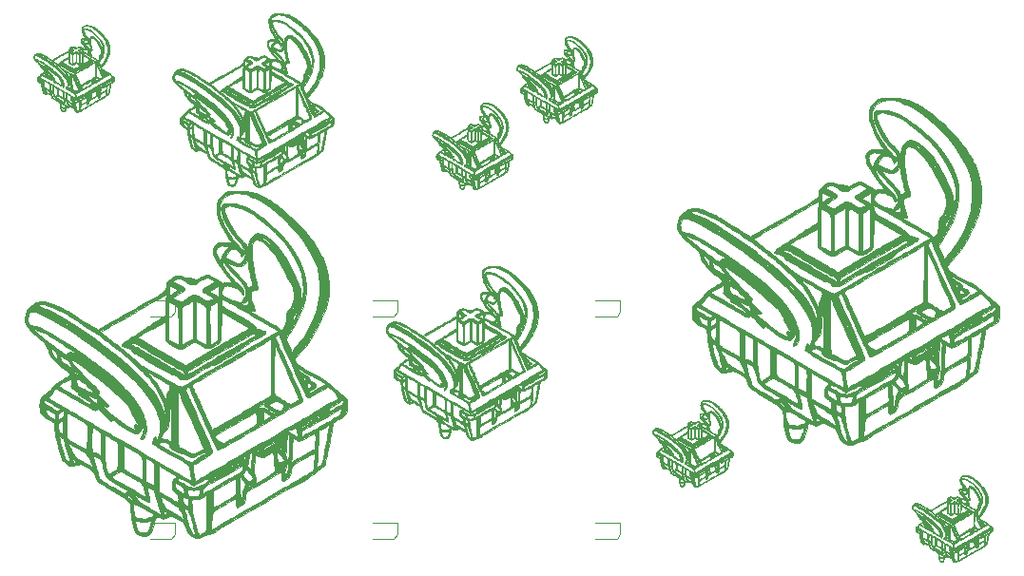
<source format=gbr>
G04 #@! TF.GenerationSoftware,KiCad,Pcbnew,(5.1.5)-3*
G04 #@! TF.CreationDate,2020-04-17T15:53:12-04:00*
G04 #@! TF.ProjectId,Flying_MX,466c7969-6e67-45f4-9d58-2e6b69636164,rev?*
G04 #@! TF.SameCoordinates,Original*
G04 #@! TF.FileFunction,Legend,Bot*
G04 #@! TF.FilePolarity,Positive*
%FSLAX46Y46*%
G04 Gerber Fmt 4.6, Leading zero omitted, Abs format (unit mm)*
G04 Created by KiCad (PCBNEW (5.1.5)-3) date 2020-04-17 15:53:12*
%MOMM*%
%LPD*%
G04 APERTURE LIST*
%ADD10C,0.010000*%
%ADD11C,0.120000*%
G04 APERTURE END LIST*
D10*
G36*
X56451107Y-31146012D02*
G01*
X56397953Y-31147177D01*
X56358877Y-31150183D01*
X56328221Y-31155810D01*
X56300325Y-31164838D01*
X56269529Y-31178049D01*
X56260326Y-31182276D01*
X56176355Y-31233654D01*
X56108944Y-31301303D01*
X56065816Y-31372410D01*
X56045390Y-31444831D01*
X56041267Y-31532620D01*
X56052462Y-31632536D01*
X56077991Y-31741338D01*
X56116869Y-31855786D01*
X56168111Y-31972637D01*
X56230734Y-32088651D01*
X56303752Y-32200586D01*
X56326974Y-32232142D01*
X56380385Y-32302734D01*
X56238583Y-32297306D01*
X56159126Y-32296166D01*
X56099980Y-32300708D01*
X56056403Y-32312407D01*
X56023658Y-32332739D01*
X55997004Y-32363178D01*
X55989240Y-32374891D01*
X55975173Y-32402526D01*
X55968354Y-32433655D01*
X55967418Y-32476951D01*
X55968700Y-32505374D01*
X55972809Y-32551505D01*
X55980974Y-32590925D01*
X55995842Y-32631863D01*
X56020059Y-32682549D01*
X56034808Y-32710912D01*
X56122112Y-32856329D01*
X56232744Y-33006100D01*
X56321528Y-33110504D01*
X56401765Y-33200121D01*
X56332708Y-33192053D01*
X56282511Y-33189569D01*
X56233456Y-33192419D01*
X56214144Y-33195729D01*
X56180822Y-33201283D01*
X56155806Y-33196192D01*
X56127151Y-33177326D01*
X56123257Y-33174245D01*
X56005039Y-33174245D01*
X55867645Y-33252439D01*
X55800962Y-33291650D01*
X55755933Y-33322434D01*
X55731395Y-33347514D01*
X55726182Y-33369616D01*
X55739127Y-33391466D01*
X55769067Y-33415787D01*
X55791453Y-33430628D01*
X55839778Y-33460015D01*
X55890426Y-33488489D01*
X55919287Y-33503384D01*
X55952535Y-33520958D01*
X55973775Y-33534915D01*
X55977900Y-33539859D01*
X55967392Y-33549197D01*
X55940332Y-33564776D01*
X55915114Y-33577265D01*
X55873360Y-33593372D01*
X55837401Y-33596824D01*
X55800416Y-33586246D01*
X55755587Y-33560269D01*
X55725341Y-33539083D01*
X55664487Y-33498835D01*
X55613596Y-33474871D01*
X55565883Y-33464378D01*
X55542643Y-33463300D01*
X55510846Y-33465868D01*
X55479882Y-33475549D01*
X55442917Y-33495309D01*
X55393118Y-33528113D01*
X55392787Y-33528341D01*
X55347520Y-33558830D01*
X55307628Y-33584408D01*
X55279523Y-33601012D01*
X55273050Y-33604217D01*
X55230603Y-33610914D01*
X55178779Y-33597668D01*
X55122960Y-33568774D01*
X55090485Y-33547953D01*
X55069293Y-33532257D01*
X55064552Y-33526800D01*
X55074935Y-33518275D01*
X55103011Y-33499781D01*
X55144479Y-33474054D01*
X55194325Y-33444250D01*
X55256242Y-33406733D01*
X55299015Y-33376270D01*
X55311892Y-33361700D01*
X55177541Y-33361700D01*
X55167366Y-33370517D01*
X55140652Y-33387243D01*
X55107025Y-33406150D01*
X55065845Y-33430241D01*
X55031542Y-33453644D01*
X55014994Y-33467875D01*
X55004752Y-33477587D01*
X54998190Y-33476631D01*
X54994216Y-33461197D01*
X54991738Y-33427477D01*
X54989958Y-33380551D01*
X54988906Y-33330189D01*
X54989248Y-33290363D01*
X54990880Y-33267214D01*
X54991916Y-33263950D01*
X55004587Y-33266993D01*
X55032700Y-33279405D01*
X55069755Y-33297762D01*
X55109249Y-33318640D01*
X55144682Y-33338616D01*
X55169554Y-33354266D01*
X55177541Y-33361700D01*
X55311892Y-33361700D01*
X55322112Y-33350137D01*
X55325003Y-33325607D01*
X55307156Y-33299955D01*
X55268040Y-33270455D01*
X55207123Y-33234382D01*
X55147000Y-33201476D01*
X55071750Y-33160833D01*
X55115250Y-33134003D01*
X55164344Y-33107747D01*
X55204045Y-33098516D01*
X55243181Y-33105639D01*
X55278074Y-33121627D01*
X55319861Y-33145930D01*
X55357994Y-33171603D01*
X55369915Y-33180898D01*
X55406325Y-33206141D01*
X55447424Y-33227727D01*
X55449108Y-33228440D01*
X55473075Y-33237064D01*
X55495283Y-33239959D01*
X55520135Y-33235644D01*
X55552036Y-33222639D01*
X55595388Y-33199463D01*
X55654596Y-33164635D01*
X55674525Y-33152648D01*
X55726037Y-33123425D01*
X55772872Y-33100134D01*
X55808891Y-33085655D01*
X55824631Y-33082300D01*
X55852409Y-33088910D01*
X55892066Y-33106171D01*
X55931542Y-33128272D01*
X56005039Y-33174245D01*
X56123257Y-33174245D01*
X56118894Y-33170794D01*
X56086408Y-33147406D01*
X56040039Y-33117305D01*
X55988223Y-33085903D01*
X55971858Y-33076457D01*
X55907085Y-33042318D01*
X55855752Y-33023670D01*
X55811298Y-33020349D01*
X55767161Y-33032187D01*
X55716781Y-33059020D01*
X55700041Y-33069600D01*
X55647704Y-33100590D01*
X55606672Y-33116094D01*
X55569163Y-33117387D01*
X55527395Y-33105740D01*
X55513387Y-33100128D01*
X55449269Y-33085706D01*
X55416490Y-33087594D01*
X55377281Y-33088977D01*
X55336784Y-33078004D01*
X55305127Y-33063415D01*
X55246634Y-33039790D01*
X55193268Y-33033638D01*
X55137081Y-33045197D01*
X55079022Y-33070194D01*
X55005119Y-33114528D01*
X54955484Y-33162022D01*
X54929057Y-33213927D01*
X54923800Y-33253365D01*
X54921138Y-33295859D01*
X54914512Y-33332534D01*
X54912176Y-33339820D01*
X54893651Y-33363586D01*
X54852419Y-33397674D01*
X54788869Y-33441831D01*
X54703388Y-33495807D01*
X54596365Y-33559350D01*
X54468189Y-33632209D01*
X54412387Y-33663185D01*
X54320114Y-33714408D01*
X54219307Y-33770979D01*
X54107764Y-33834155D01*
X53983282Y-33905193D01*
X53843658Y-33985351D01*
X53686687Y-34075887D01*
X53510168Y-34178057D01*
X53501708Y-34182961D01*
X53456237Y-34208047D01*
X53417439Y-34227141D01*
X53391694Y-34237187D01*
X53386891Y-34238000D01*
X53370077Y-34231305D01*
X53336125Y-34212775D01*
X53288983Y-34184737D01*
X53232597Y-34149519D01*
X53187730Y-34120525D01*
X53072008Y-34044987D01*
X52974616Y-33982087D01*
X52892890Y-33930161D01*
X52824168Y-33887545D01*
X52765788Y-33852576D01*
X52715089Y-33823588D01*
X52694950Y-33812529D01*
X52649154Y-33787403D01*
X52609386Y-33765051D01*
X52583191Y-33749725D01*
X52580650Y-33748136D01*
X52549379Y-33731381D01*
X52503987Y-33710878D01*
X52451149Y-33689196D01*
X52397535Y-33668906D01*
X52349818Y-33652577D01*
X52314670Y-33642778D01*
X52302719Y-33641099D01*
X52275545Y-33636519D01*
X52263150Y-33628400D01*
X52245070Y-33619791D01*
X52209079Y-33615699D01*
X52162199Y-33615790D01*
X52111454Y-33619732D01*
X52063865Y-33627193D01*
X52026454Y-33637839D01*
X52021850Y-33639831D01*
X51934626Y-33688429D01*
X51868020Y-33745398D01*
X51819322Y-33814538D01*
X51785822Y-33899646D01*
X51765552Y-33999146D01*
X51769532Y-34059560D01*
X51796962Y-34128244D01*
X51847461Y-34204682D01*
X51920646Y-34288361D01*
X52016134Y-34378767D01*
X52100155Y-34449076D01*
X52164312Y-34502062D01*
X52211060Y-34545577D01*
X52244078Y-34584308D01*
X52267047Y-34622942D01*
X52283644Y-34666165D01*
X52291035Y-34692232D01*
X52306672Y-34743101D01*
X52325724Y-34793093D01*
X52335830Y-34815045D01*
X52370289Y-34867637D01*
X52423429Y-34929186D01*
X52491767Y-34996242D01*
X52571820Y-35065351D01*
X52647325Y-35123758D01*
X52696526Y-35161033D01*
X52737207Y-35194010D01*
X52765455Y-35219357D01*
X52777357Y-35233743D01*
X52777500Y-35234564D01*
X52767165Y-35247026D01*
X52739354Y-35268251D01*
X52698861Y-35294783D01*
X52669811Y-35312195D01*
X52591822Y-35357973D01*
X52531690Y-35395035D01*
X52484954Y-35426787D01*
X52447150Y-35456634D01*
X52413814Y-35487981D01*
X52380484Y-35524235D01*
X52358929Y-35549406D01*
X52314809Y-35598062D01*
X52267219Y-35644666D01*
X52223913Y-35681820D01*
X52208078Y-35693358D01*
X52161278Y-35729652D01*
X52129600Y-35768479D01*
X52110439Y-35815729D01*
X52101193Y-35877292D01*
X52099188Y-35939800D01*
X52101783Y-36008508D01*
X52111964Y-36063250D01*
X52132812Y-36108429D01*
X52167404Y-36148444D01*
X52218819Y-36187698D01*
X52290136Y-36230591D01*
X52310474Y-36241872D01*
X52355429Y-36267622D01*
X52392299Y-36290723D01*
X52414841Y-36307200D01*
X52417920Y-36310310D01*
X52423982Y-36329316D01*
X52429995Y-36367731D01*
X52435184Y-36419577D01*
X52438227Y-36466850D01*
X52441707Y-36520803D01*
X52447181Y-36570558D01*
X52455750Y-36621614D01*
X52468517Y-36679472D01*
X52486581Y-36749632D01*
X52511045Y-36837594D01*
X52515772Y-36854200D01*
X52538448Y-36932165D01*
X52560134Y-37003985D01*
X52579430Y-37065229D01*
X52594934Y-37111462D01*
X52605246Y-37138254D01*
X52606170Y-37140153D01*
X52632136Y-37173495D01*
X52673798Y-37209729D01*
X52723034Y-37242927D01*
X52771721Y-37267155D01*
X52787417Y-37272501D01*
X52820149Y-37278059D01*
X52855723Y-37274581D01*
X52901010Y-37260749D01*
X52947986Y-37241716D01*
X52997821Y-37220312D01*
X53113086Y-37277796D01*
X53186154Y-37315703D01*
X53239651Y-37348047D01*
X53277579Y-37378725D01*
X53303938Y-37411629D01*
X53322733Y-37450655D01*
X53336846Y-37495550D01*
X53354005Y-37546991D01*
X53376994Y-37589738D01*
X53409609Y-37627611D01*
X53455649Y-37664429D01*
X53518910Y-37704013D01*
X53575050Y-37735185D01*
X53682068Y-37795104D01*
X53785535Y-37857352D01*
X53880804Y-37918903D01*
X53963226Y-37976728D01*
X54028154Y-38027799D01*
X54039521Y-38037732D01*
X54120276Y-38110015D01*
X54127304Y-38272682D01*
X54133830Y-38357324D01*
X54145655Y-38446514D01*
X54161590Y-38534723D01*
X54180445Y-38616422D01*
X54201029Y-38686082D01*
X54222153Y-38738175D01*
X54230733Y-38753231D01*
X54273120Y-38796114D01*
X54330888Y-38824275D01*
X54397776Y-38836288D01*
X54467522Y-38830727D01*
X54511180Y-38817114D01*
X54539907Y-38801292D01*
X54563931Y-38777886D01*
X54585143Y-38743233D01*
X54605438Y-38693671D01*
X54626708Y-38625540D01*
X54644805Y-38558647D01*
X54660647Y-38498350D01*
X54663560Y-38487522D01*
X54591626Y-38487522D01*
X54591482Y-38500370D01*
X54589669Y-38508456D01*
X54583567Y-38536324D01*
X54574766Y-38578451D01*
X54567870Y-38612344D01*
X54547512Y-38679931D01*
X54516877Y-38725544D01*
X54473827Y-38751270D01*
X54417375Y-38759200D01*
X54372929Y-38756338D01*
X54334212Y-38749102D01*
X54322006Y-38744852D01*
X54293381Y-38722124D01*
X54277464Y-38697227D01*
X54266278Y-38664250D01*
X54254143Y-38621739D01*
X54242750Y-38576718D01*
X54233789Y-38536210D01*
X54228951Y-38507239D01*
X54229263Y-38497004D01*
X54243734Y-38496359D01*
X54274032Y-38500980D01*
X54290299Y-38504448D01*
X54353588Y-38514181D01*
X54422455Y-38517032D01*
X54487678Y-38513197D01*
X54540031Y-38502870D01*
X54550915Y-38498931D01*
X54580041Y-38487518D01*
X54591626Y-38487522D01*
X54663560Y-38487522D01*
X54674311Y-38447567D01*
X54684504Y-38411020D01*
X54689930Y-38393431D01*
X54690323Y-38392612D01*
X54702578Y-38395296D01*
X54730716Y-38406990D01*
X54760540Y-38421187D01*
X54811759Y-38443921D01*
X54851563Y-38452288D01*
X54889428Y-38446365D01*
X54934831Y-38426228D01*
X54941631Y-38422650D01*
X54984113Y-38402194D01*
X55018284Y-38393573D01*
X55052373Y-38397136D01*
X55094610Y-38413233D01*
X55130538Y-38430688D01*
X55207181Y-38471234D01*
X55263880Y-38507045D01*
X55304518Y-38542186D01*
X55332975Y-38580723D01*
X55353136Y-38626720D01*
X55367658Y-38678969D01*
X55396824Y-38749216D01*
X55447661Y-38810444D01*
X55516988Y-38858875D01*
X55520909Y-38860906D01*
X55586271Y-38883375D01*
X55649820Y-38881770D01*
X55715185Y-38855845D01*
X55730289Y-38846778D01*
X55801766Y-38812683D01*
X55863314Y-38797340D01*
X55956423Y-38771399D01*
X56044000Y-38720748D01*
X56075821Y-38695004D01*
X56113395Y-38665759D01*
X56157743Y-38636112D01*
X56171071Y-38628189D01*
X56190973Y-38616760D01*
X56230965Y-38593729D01*
X56289140Y-38560194D01*
X56363591Y-38517255D01*
X56452413Y-38466013D01*
X56553699Y-38407566D01*
X56665544Y-38343016D01*
X56786041Y-38273461D01*
X56913283Y-38200001D01*
X57011581Y-38143245D01*
X57142682Y-38067664D01*
X57268566Y-37995324D01*
X57387317Y-37927309D01*
X57497020Y-37864708D01*
X57595758Y-37808605D01*
X57681616Y-37760088D01*
X57752678Y-37720244D01*
X57807028Y-37690158D01*
X57842752Y-37670917D01*
X57856131Y-37664273D01*
X57928990Y-37632130D01*
X57985600Y-37604453D01*
X58033541Y-37576908D01*
X58080390Y-37545161D01*
X58130550Y-37507348D01*
X58176645Y-37470763D01*
X58217413Y-37436964D01*
X58247070Y-37410814D01*
X58256899Y-37401073D01*
X58280791Y-37380054D01*
X58318039Y-37352949D01*
X58353904Y-37329779D01*
X58397126Y-37300091D01*
X58428704Y-37268159D01*
X58451623Y-37228488D01*
X58468869Y-37175585D01*
X58483429Y-37103954D01*
X58486442Y-37085907D01*
X58495099Y-37036840D01*
X58507926Y-36969428D01*
X58523644Y-36890136D01*
X58540975Y-36805427D01*
X58556115Y-36733550D01*
X58573042Y-36651732D01*
X58588512Y-36572026D01*
X58601479Y-36500218D01*
X58610893Y-36442093D01*
X58615511Y-36405714D01*
X58621621Y-36359299D01*
X58626240Y-36345158D01*
X58545915Y-36345158D01*
X58537757Y-36425054D01*
X58532862Y-36461924D01*
X58523887Y-36519019D01*
X58511686Y-36591648D01*
X58497108Y-36675118D01*
X58481007Y-36764738D01*
X58464232Y-36855816D01*
X58447636Y-36943660D01*
X58432070Y-37023579D01*
X58418385Y-37090880D01*
X58409422Y-37132227D01*
X58395283Y-37186515D01*
X58379544Y-37223080D01*
X58357577Y-37249420D01*
X58324752Y-37273029D01*
X58321050Y-37275310D01*
X58287699Y-37293572D01*
X58270851Y-37294366D01*
X58266633Y-37275384D01*
X58269703Y-37244725D01*
X58284522Y-37122005D01*
X58294448Y-37003667D01*
X58295516Y-36980260D01*
X58226784Y-36980260D01*
X58219437Y-37098205D01*
X58213813Y-37184150D01*
X58208619Y-37248757D01*
X58203068Y-37296061D01*
X58196370Y-37330094D01*
X58187737Y-37354891D01*
X58176381Y-37374483D01*
X58161925Y-37392437D01*
X58126046Y-37424391D01*
X58082155Y-37452235D01*
X58070851Y-37457621D01*
X58033283Y-37475562D01*
X58003407Y-37492706D01*
X57996229Y-37497906D01*
X57973249Y-37513550D01*
X57938026Y-37534073D01*
X57920029Y-37543711D01*
X57897449Y-37556114D01*
X57855227Y-37579984D01*
X57795659Y-37613991D01*
X57721043Y-37656802D01*
X57633676Y-37707087D01*
X57535857Y-37763514D01*
X57429881Y-37824752D01*
X57318047Y-37889471D01*
X57202652Y-37956338D01*
X57085992Y-38024023D01*
X56970367Y-38091194D01*
X56858072Y-38156521D01*
X56751405Y-38218672D01*
X56652663Y-38276316D01*
X56564145Y-38328121D01*
X56488146Y-38372757D01*
X56428750Y-38407833D01*
X56364081Y-38445786D01*
X56293601Y-38486480D01*
X56220677Y-38528044D01*
X56148678Y-38568607D01*
X56080971Y-38606298D01*
X56020923Y-38639244D01*
X55971902Y-38665575D01*
X55937275Y-38683418D01*
X55920409Y-38690904D01*
X55919353Y-38690928D01*
X55919642Y-38678422D01*
X55921392Y-38645157D01*
X55924338Y-38595715D01*
X55928214Y-38534679D01*
X55929733Y-38511550D01*
X55935700Y-38433233D01*
X55942063Y-38376357D01*
X55949467Y-38336965D01*
X55953521Y-38325431D01*
X55812800Y-38325431D01*
X55812698Y-38436261D01*
X55812292Y-38524440D01*
X55811434Y-38592717D01*
X55809974Y-38643843D01*
X55807766Y-38680567D01*
X55804659Y-38705636D01*
X55800505Y-38721802D01*
X55795157Y-38731812D01*
X55790575Y-38736670D01*
X55763893Y-38755784D01*
X55727277Y-38777123D01*
X55689687Y-38796000D01*
X55660085Y-38807729D01*
X55651472Y-38809438D01*
X55641343Y-38798368D01*
X55634647Y-38784722D01*
X55555947Y-38784722D01*
X55548704Y-38795191D01*
X55527254Y-38788489D01*
X55499121Y-38772431D01*
X55465496Y-38742230D01*
X55445416Y-38697368D01*
X55444266Y-38693104D01*
X55432912Y-38650883D01*
X55418099Y-38597500D01*
X55406320Y-38556000D01*
X55392361Y-38504169D01*
X55380323Y-38453837D01*
X55379585Y-38450170D01*
X55304800Y-38450170D01*
X55295162Y-38448031D01*
X55269929Y-38434960D01*
X55234629Y-38414137D01*
X55194788Y-38388739D01*
X55175987Y-38376072D01*
X55146700Y-38358444D01*
X55105741Y-38336560D01*
X54954407Y-38336560D01*
X54916879Y-38356439D01*
X54879350Y-38376318D01*
X54875900Y-38364872D01*
X54619000Y-38364872D01*
X54617070Y-38386639D01*
X54607400Y-38400723D01*
X54584173Y-38411775D01*
X54545975Y-38423218D01*
X54504668Y-38434937D01*
X54472956Y-38444334D01*
X54460250Y-38448473D01*
X54441973Y-38449969D01*
X54406067Y-38449208D01*
X54360190Y-38446358D01*
X54358650Y-38446235D01*
X54301421Y-38439050D01*
X54263226Y-38427407D01*
X54241156Y-38412753D01*
X54213035Y-38373703D01*
X54195460Y-38316749D01*
X54187759Y-38239370D01*
X54187271Y-38209925D01*
X54188995Y-38159465D01*
X54194562Y-38131822D01*
X54203075Y-38124501D01*
X54230735Y-38130896D01*
X54274523Y-38147671D01*
X54328742Y-38172220D01*
X54387691Y-38201936D01*
X54445670Y-38234211D01*
X54454750Y-38239604D01*
X54502596Y-38267656D01*
X54546282Y-38292139D01*
X54578168Y-38308800D01*
X54584075Y-38311544D01*
X54610738Y-38330348D01*
X54618930Y-38360309D01*
X54619000Y-38364872D01*
X54875900Y-38364872D01*
X54867024Y-38335435D01*
X54793319Y-38335435D01*
X54792682Y-38349299D01*
X54788285Y-38352305D01*
X54772761Y-38345801D01*
X54742628Y-38329312D01*
X54707900Y-38308539D01*
X54661661Y-38280580D01*
X54604695Y-38247097D01*
X54548514Y-38214848D01*
X54542800Y-38211623D01*
X54463389Y-38166010D01*
X54401927Y-38128077D01*
X54353641Y-38094153D01*
X54313760Y-38060569D01*
X54278628Y-38024794D01*
X54176975Y-38024794D01*
X54172490Y-38034046D01*
X54147918Y-38028532D01*
X54115535Y-38014537D01*
X54088467Y-37996689D01*
X54064366Y-37972765D01*
X54047176Y-37948422D01*
X54040845Y-37929317D01*
X54049318Y-37921106D01*
X54050349Y-37921083D01*
X54077796Y-37930131D01*
X54112940Y-37953168D01*
X54147605Y-37984354D01*
X54161790Y-38000652D01*
X54176975Y-38024794D01*
X54278628Y-38024794D01*
X54277508Y-38023654D01*
X54240113Y-37979739D01*
X54238297Y-37977502D01*
X54202267Y-37932861D01*
X54181133Y-37905435D01*
X54173779Y-37892717D01*
X54179092Y-37892203D01*
X54195958Y-37901387D01*
X54207539Y-37908329D01*
X54247077Y-37932829D01*
X54283794Y-37956633D01*
X54291338Y-37961742D01*
X54322398Y-37980667D01*
X54364987Y-38003713D01*
X54392938Y-38017676D01*
X54436787Y-38039528D01*
X54476609Y-38060659D01*
X54494727Y-38071054D01*
X54521980Y-38084080D01*
X54539533Y-38080950D01*
X54544953Y-38076327D01*
X54549613Y-38066157D01*
X54550238Y-38046894D01*
X54546318Y-38015886D01*
X54537343Y-37970479D01*
X54536432Y-37966563D01*
X54466600Y-37966563D01*
X54456859Y-37964668D01*
X54427405Y-37950368D01*
X54377895Y-37923468D01*
X54307987Y-37883776D01*
X54233843Y-37840692D01*
X54080103Y-37840692D01*
X54071634Y-37843970D01*
X54058581Y-37844403D01*
X54027266Y-37851580D01*
X54009400Y-37863850D01*
X53996793Y-37876357D01*
X53982597Y-37880614D01*
X53961932Y-37875302D01*
X53929915Y-37859105D01*
X53881668Y-37830703D01*
X53877659Y-37828286D01*
X53832658Y-37801670D01*
X53772485Y-37766836D01*
X53704208Y-37727838D01*
X53634891Y-37688731D01*
X53617598Y-37679061D01*
X53538459Y-37633198D01*
X53480378Y-37595750D01*
X53444200Y-37567292D01*
X53432193Y-37552700D01*
X53422392Y-37527433D01*
X53408444Y-37484273D01*
X53392441Y-37429944D01*
X53380798Y-37387600D01*
X53362168Y-37317855D01*
X53353683Y-37286194D01*
X53271389Y-37286194D01*
X53267078Y-37288433D01*
X53255181Y-37284744D01*
X53232996Y-37273904D01*
X53197823Y-37254685D01*
X53146960Y-37225863D01*
X53077706Y-37186212D01*
X53047389Y-37168843D01*
X52919223Y-37168843D01*
X52890742Y-37188791D01*
X52864340Y-37202697D01*
X52848691Y-37196396D01*
X52841393Y-37173104D01*
X52769062Y-37173104D01*
X52760147Y-37183039D01*
X52736249Y-37173958D01*
X52719255Y-37163464D01*
X52689150Y-37136111D01*
X52670303Y-37109489D01*
X52662060Y-37087793D01*
X52649553Y-37047933D01*
X52633981Y-36994447D01*
X52616544Y-36931875D01*
X52598441Y-36864757D01*
X52580872Y-36797633D01*
X52565036Y-36735042D01*
X52552133Y-36681524D01*
X52543361Y-36641619D01*
X52539921Y-36619867D01*
X52540263Y-36617304D01*
X52557401Y-36615870D01*
X52583446Y-36627979D01*
X52610108Y-36648479D01*
X52629100Y-36672216D01*
X52629339Y-36672679D01*
X52637974Y-36695098D01*
X52651694Y-36737109D01*
X52669064Y-36793757D01*
X52688654Y-36860083D01*
X52709030Y-36931131D01*
X52728759Y-37001944D01*
X52746408Y-37067566D01*
X52760545Y-37123038D01*
X52765323Y-37143125D01*
X52769062Y-37173104D01*
X52841393Y-37173104D01*
X52839652Y-37167548D01*
X52838314Y-37159155D01*
X52835493Y-37132455D01*
X52836449Y-37120911D01*
X52836543Y-37120900D01*
X52848788Y-37126813D01*
X52874037Y-37141389D01*
X52879805Y-37144871D01*
X52919223Y-37168843D01*
X53047389Y-37168843D01*
X53046483Y-37168324D01*
X52966931Y-37115039D01*
X52898051Y-37053828D01*
X52844982Y-36989760D01*
X52819187Y-36944115D01*
X52799735Y-36902786D01*
X52781702Y-36869189D01*
X52771747Y-36854200D01*
X52756400Y-36827342D01*
X52747407Y-36800994D01*
X52745596Y-36789212D01*
X52748911Y-36783323D01*
X52760271Y-36784505D01*
X52782594Y-36793936D01*
X52818800Y-36812795D01*
X52871808Y-36842259D01*
X52926677Y-36873352D01*
X52990787Y-36910014D01*
X53048796Y-36943594D01*
X53096377Y-36971555D01*
X53129205Y-36991363D01*
X53141132Y-36999049D01*
X53156610Y-37018132D01*
X53177975Y-37054884D01*
X53202326Y-37103142D01*
X53226764Y-37156741D01*
X53248390Y-37209519D01*
X53264303Y-37255312D01*
X53268059Y-37268835D01*
X53270816Y-37279252D01*
X53271389Y-37286194D01*
X53353683Y-37286194D01*
X53342138Y-37243122D01*
X53323906Y-37175323D01*
X53316770Y-37148880D01*
X53304898Y-37102238D01*
X53297409Y-37067243D01*
X53295364Y-37049159D01*
X53296417Y-37047889D01*
X53311351Y-37055339D01*
X53342093Y-37070353D01*
X53376314Y-37086937D01*
X53416506Y-37107899D01*
X53448082Y-37127163D01*
X53462044Y-37138436D01*
X53470519Y-37156863D01*
X53483174Y-37194459D01*
X53498277Y-37245691D01*
X53513595Y-37303063D01*
X53535081Y-37384400D01*
X53555185Y-37447578D01*
X53577514Y-37497145D01*
X53605674Y-37537649D01*
X53643270Y-37573637D01*
X53693907Y-37609657D01*
X53761193Y-37650256D01*
X53811752Y-37679100D01*
X53876867Y-37716135D01*
X53938223Y-37751394D01*
X53990590Y-37781845D01*
X54028739Y-37804459D01*
X54041150Y-37812069D01*
X54070565Y-37831213D01*
X54080103Y-37840692D01*
X54233843Y-37840692D01*
X54217335Y-37831100D01*
X54105598Y-37765246D01*
X54060200Y-37738308D01*
X53984811Y-37693794D01*
X53911295Y-37650909D01*
X53844407Y-37612386D01*
X53788900Y-37580960D01*
X53749527Y-37559365D01*
X53744346Y-37556642D01*
X53707969Y-37536517D01*
X53685561Y-37521643D01*
X53681167Y-37514774D01*
X53682574Y-37514600D01*
X53702226Y-37507923D01*
X53735525Y-37490400D01*
X53775340Y-37465793D01*
X53776178Y-37465238D01*
X53838972Y-37427782D01*
X53888763Y-37408419D01*
X53929446Y-37406280D01*
X53964920Y-37420499D01*
X53967971Y-37422538D01*
X53995484Y-37440172D01*
X54036668Y-37464952D01*
X54086799Y-37494213D01*
X54141150Y-37525292D01*
X54194998Y-37555524D01*
X54243617Y-37582244D01*
X54282282Y-37602788D01*
X54306268Y-37614492D01*
X54311389Y-37616200D01*
X54327625Y-37625433D01*
X54351828Y-37648403D01*
X54377436Y-37678014D01*
X54397885Y-37707169D01*
X54401407Y-37713525D01*
X54409004Y-37734532D01*
X54420263Y-37772701D01*
X54433325Y-37820811D01*
X54446329Y-37871642D01*
X54457414Y-37917972D01*
X54464720Y-37952580D01*
X54466600Y-37966563D01*
X54536432Y-37966563D01*
X54522804Y-37908021D01*
X54502192Y-37825858D01*
X54481622Y-37746584D01*
X54489508Y-37743900D01*
X54514128Y-37751994D01*
X54549549Y-37768809D01*
X54589320Y-37788549D01*
X54621220Y-37802255D01*
X54636799Y-37806700D01*
X54647134Y-37818126D01*
X54658794Y-37847955D01*
X54667966Y-37883908D01*
X54678193Y-37926952D01*
X54694055Y-37986159D01*
X54713338Y-38053538D01*
X54732694Y-38117478D01*
X54758558Y-38201543D01*
X54776873Y-38264158D01*
X54788255Y-38307921D01*
X54793319Y-38335435D01*
X54867024Y-38335435D01*
X54863415Y-38323465D01*
X54854323Y-38289074D01*
X54850420Y-38265491D01*
X54850715Y-38261342D01*
X54861191Y-38263441D01*
X54884613Y-38278788D01*
X54904179Y-38294316D01*
X54954407Y-38336560D01*
X55105741Y-38336560D01*
X55104239Y-38335758D01*
X55064844Y-38316320D01*
X54988568Y-38276145D01*
X54931510Y-38234696D01*
X54887923Y-38186013D01*
X54852059Y-38124137D01*
X54829447Y-38072223D01*
X54810116Y-38022688D01*
X54795515Y-37982875D01*
X54787504Y-37958001D01*
X54786696Y-37952329D01*
X54799648Y-37955921D01*
X54829679Y-37971015D01*
X54872689Y-37995086D01*
X54924583Y-38025607D01*
X54981263Y-38060051D01*
X55038633Y-38095893D01*
X55092596Y-38130604D01*
X55139054Y-38161660D01*
X55173912Y-38186534D01*
X55193071Y-38202698D01*
X55193523Y-38203209D01*
X55209726Y-38227791D01*
X55230893Y-38267538D01*
X55253936Y-38315599D01*
X55275769Y-38365124D01*
X55293305Y-38409261D01*
X55303457Y-38441161D01*
X55304800Y-38450170D01*
X55379585Y-38450170D01*
X55374044Y-38422650D01*
X55361811Y-38376902D01*
X55343437Y-38333361D01*
X55341495Y-38329849D01*
X55325194Y-38291599D01*
X55317576Y-38254586D01*
X55317500Y-38251577D01*
X55319064Y-38227557D01*
X55328700Y-38221302D01*
X55353827Y-38228801D01*
X55357274Y-38230078D01*
X55390166Y-38248051D01*
X55413017Y-38270250D01*
X55420836Y-38289381D01*
X55433756Y-38328273D01*
X55450399Y-38382129D01*
X55469387Y-38446148D01*
X55489345Y-38515533D01*
X55508894Y-38585485D01*
X55526658Y-38651204D01*
X55541260Y-38707892D01*
X55551322Y-38750751D01*
X55552423Y-38756025D01*
X55555947Y-38784722D01*
X55634647Y-38784722D01*
X55626504Y-38768131D01*
X55609315Y-38723955D01*
X55598724Y-38692525D01*
X55543522Y-38488895D01*
X55505533Y-38281129D01*
X55496020Y-38202229D01*
X55488790Y-38131521D01*
X55485052Y-38088397D01*
X55419100Y-38088397D01*
X55418666Y-38134479D01*
X55416169Y-38160174D01*
X55409823Y-38170497D01*
X55397839Y-38170460D01*
X55390525Y-38168512D01*
X55363221Y-38153967D01*
X55332497Y-38128606D01*
X55327025Y-38123006D01*
X55303028Y-38090346D01*
X55293203Y-38053423D01*
X55292100Y-38027268D01*
X55292762Y-38003425D01*
X55190500Y-38003425D01*
X55189540Y-38045505D01*
X55187025Y-38075278D01*
X55183645Y-38086100D01*
X55169065Y-38080831D01*
X55140792Y-38067633D01*
X55129173Y-38061808D01*
X55099704Y-38045778D01*
X55054663Y-38020088D01*
X55000178Y-37988279D01*
X54942377Y-37953891D01*
X54942353Y-37953877D01*
X54888577Y-37922256D01*
X54841923Y-37896110D01*
X54807044Y-37877955D01*
X54788594Y-37870310D01*
X54787722Y-37870219D01*
X54769983Y-37860220D01*
X54759147Y-37845634D01*
X54755490Y-37826996D01*
X54752373Y-37788622D01*
X54749826Y-37734876D01*
X54747882Y-37670117D01*
X54746571Y-37598707D01*
X54745925Y-37525007D01*
X54745975Y-37453378D01*
X54746752Y-37388180D01*
X54747149Y-37374101D01*
X54657024Y-37374101D01*
X54656232Y-37446175D01*
X54654160Y-37521649D01*
X54651162Y-37589577D01*
X54648954Y-37623628D01*
X54640959Y-37726306D01*
X54558122Y-37684628D01*
X54515940Y-37661933D01*
X54482750Y-37641360D01*
X54465282Y-37627107D01*
X54464787Y-37626400D01*
X54461585Y-37609126D01*
X54458758Y-37570561D01*
X54456466Y-37514811D01*
X54454868Y-37445984D01*
X54454126Y-37368186D01*
X54454095Y-37352461D01*
X54454042Y-37281792D01*
X54390436Y-37281792D01*
X54390400Y-37333043D01*
X54390400Y-37591560D01*
X54355475Y-37566812D01*
X54331792Y-37551617D01*
X54291080Y-37527122D01*
X54238505Y-37496375D01*
X54179236Y-37462424D01*
X54161800Y-37452565D01*
X54103661Y-37419472D01*
X54052762Y-37389912D01*
X54013572Y-37366524D01*
X53990558Y-37351944D01*
X53987175Y-37349432D01*
X53982177Y-37333286D01*
X53978025Y-37297189D01*
X53974752Y-37245714D01*
X53972390Y-37183433D01*
X53970969Y-37114916D01*
X53970523Y-37044736D01*
X53970745Y-37018040D01*
X53844120Y-37018040D01*
X53844113Y-37030793D01*
X53843439Y-37136364D01*
X53841522Y-37218175D01*
X53838279Y-37277840D01*
X53833624Y-37316974D01*
X53828238Y-37335818D01*
X53808624Y-37358248D01*
X53774249Y-37384217D01*
X53743746Y-37402083D01*
X53704821Y-37423159D01*
X53674526Y-37441366D01*
X53661831Y-37450689D01*
X53644628Y-37462361D01*
X53631209Y-37454959D01*
X53617909Y-37425802D01*
X53614626Y-37416175D01*
X53594059Y-37350087D01*
X53578013Y-37287944D01*
X53565843Y-37224815D01*
X53556902Y-37155774D01*
X53550547Y-37075889D01*
X53546131Y-36980232D01*
X53543142Y-36870075D01*
X53541698Y-36786537D01*
X53541072Y-36712166D01*
X53541239Y-36650486D01*
X53542175Y-36605021D01*
X53543854Y-36579295D01*
X53545217Y-36574800D01*
X53559758Y-36580967D01*
X53590616Y-36597403D01*
X53632510Y-36621006D01*
X53680162Y-36648675D01*
X53728291Y-36677309D01*
X53771617Y-36703807D01*
X53804861Y-36725068D01*
X53822075Y-36737402D01*
X53829457Y-36745973D01*
X53835009Y-36759484D01*
X53838984Y-36781275D01*
X53841631Y-36814686D01*
X53843202Y-36863057D01*
X53843948Y-36929729D01*
X53844120Y-37018040D01*
X53970745Y-37018040D01*
X53971083Y-36977464D01*
X53972681Y-36917673D01*
X53975348Y-36869933D01*
X53979116Y-36838816D01*
X53983551Y-36828800D01*
X53998987Y-36834827D01*
X54031186Y-36851132D01*
X54075057Y-36875044D01*
X54113726Y-36897041D01*
X54168776Y-36928875D01*
X54221421Y-36959277D01*
X54264189Y-36983934D01*
X54282450Y-36994435D01*
X54317644Y-37014557D01*
X54344234Y-37031648D01*
X54363423Y-37049481D01*
X54376413Y-37071828D01*
X54384406Y-37102460D01*
X54388606Y-37145150D01*
X54390215Y-37203670D01*
X54390436Y-37281792D01*
X54454042Y-37281792D01*
X54453900Y-37095072D01*
X54520575Y-37128400D01*
X54564598Y-37153124D01*
X54604641Y-37180099D01*
X54622175Y-37194490D01*
X54637148Y-37209532D01*
X54647081Y-37224736D01*
X54653003Y-37245411D01*
X54655946Y-37276865D01*
X54656939Y-37324409D01*
X54657024Y-37374101D01*
X54747149Y-37374101D01*
X54748287Y-37333776D01*
X54750612Y-37294525D01*
X54753759Y-37274790D01*
X54755044Y-37273300D01*
X54768843Y-37279324D01*
X54799953Y-37295665D01*
X54843812Y-37319728D01*
X54895860Y-37348913D01*
X54951534Y-37380626D01*
X55006274Y-37412269D01*
X55055518Y-37441245D01*
X55094705Y-37464958D01*
X55118087Y-37479985D01*
X55153624Y-37504500D01*
X55105554Y-37546053D01*
X55081739Y-37567697D01*
X55067164Y-37586793D01*
X55059172Y-37610633D01*
X55055104Y-37646504D01*
X55052801Y-37690732D01*
X55048118Y-37793857D01*
X55091312Y-37835203D01*
X55124232Y-37865692D01*
X55154620Y-37892219D01*
X55162504Y-37898650D01*
X55178162Y-37914935D01*
X55186698Y-37937355D01*
X55190099Y-37973345D01*
X55190500Y-38003425D01*
X55292762Y-38003425D01*
X55293080Y-37992004D01*
X55298193Y-37976483D01*
X55310703Y-37975064D01*
X55320675Y-37977856D01*
X55355976Y-37987344D01*
X55384175Y-37993478D01*
X55402478Y-37998176D01*
X55412920Y-38007574D01*
X55417707Y-38027660D01*
X55419040Y-38064423D01*
X55419100Y-38088397D01*
X55485052Y-38088397D01*
X55484520Y-38082262D01*
X55484023Y-38050592D01*
X55488110Y-38032651D01*
X55497594Y-38024577D01*
X55513286Y-38022512D01*
X55533801Y-38022600D01*
X55578604Y-38017456D01*
X55635905Y-38004064D01*
X55695458Y-37985481D01*
X55747015Y-37964764D01*
X55771079Y-37951801D01*
X55794453Y-37938243D01*
X55806004Y-37933700D01*
X55807684Y-37945889D01*
X55809213Y-37980417D01*
X55810538Y-38034222D01*
X55811605Y-38104243D01*
X55812362Y-38187417D01*
X55812756Y-38280684D01*
X55812800Y-38325431D01*
X55953521Y-38325431D01*
X55958559Y-38311098D01*
X55963939Y-38302000D01*
X55984933Y-38281373D01*
X56021713Y-38253576D01*
X56067679Y-38223443D01*
X56086910Y-38211962D01*
X56190965Y-38151691D01*
X56275007Y-38103150D01*
X56340950Y-38065252D01*
X56390713Y-38036910D01*
X56426210Y-38017039D01*
X56449358Y-38004553D01*
X56462074Y-37998365D01*
X56465804Y-37997200D01*
X56469333Y-38008865D01*
X56471947Y-38039733D01*
X56473166Y-38083609D01*
X56473200Y-38092848D01*
X56475173Y-38149665D01*
X56482866Y-38183539D01*
X56498944Y-38196742D01*
X56526071Y-38191545D01*
X56565134Y-38171264D01*
X56613384Y-38139797D01*
X56644378Y-38108811D01*
X56657883Y-38081180D01*
X56557735Y-38081180D01*
X56555750Y-38086100D01*
X56544338Y-38098215D01*
X56542301Y-38098800D01*
X56536846Y-38088974D01*
X56536700Y-38086100D01*
X56546464Y-38073888D01*
X56550150Y-38073400D01*
X56557735Y-38081180D01*
X56657883Y-38081180D01*
X56663096Y-38070515D01*
X56674518Y-38017116D01*
X56677448Y-37995553D01*
X56684111Y-37946899D01*
X56690674Y-37906223D01*
X56695781Y-37881890D01*
X56696022Y-37881098D01*
X56711653Y-37860745D01*
X56745780Y-37832594D01*
X56793943Y-37799723D01*
X56851685Y-37765209D01*
X56905000Y-37736862D01*
X56939292Y-37718622D01*
X56990088Y-37690254D01*
X57027971Y-37668580D01*
X56809192Y-37668580D01*
X56806844Y-37682180D01*
X56791372Y-37706650D01*
X56783744Y-37716205D01*
X56758341Y-37744752D01*
X56744819Y-37754746D01*
X56740078Y-37748146D01*
X56739900Y-37743908D01*
X56747236Y-37726463D01*
X56764724Y-37703207D01*
X56785582Y-37681512D01*
X56803032Y-37668748D01*
X56809192Y-37668580D01*
X57027971Y-37668580D01*
X57030751Y-37666989D01*
X56692047Y-37666989D01*
X56659948Y-37753589D01*
X56642056Y-37807820D01*
X56627322Y-37863105D01*
X56619681Y-37902819D01*
X56611696Y-37960230D01*
X56605059Y-37995949D01*
X56598579Y-38013556D01*
X56591063Y-38016631D01*
X56583622Y-38011152D01*
X56576418Y-37991405D01*
X56569986Y-37948769D01*
X56566849Y-37911915D01*
X56477532Y-37911915D01*
X56313441Y-38013967D01*
X56246470Y-38054821D01*
X56177809Y-38095338D01*
X56114569Y-38131408D01*
X56063862Y-38158918D01*
X56054100Y-38163914D01*
X55958850Y-38211810D01*
X55956646Y-38105150D01*
X55883921Y-38105150D01*
X55883683Y-38163158D01*
X55883003Y-38203084D01*
X55881968Y-38222967D01*
X55880663Y-38220850D01*
X55879582Y-38204155D01*
X55877947Y-38142087D01*
X55878025Y-38071162D01*
X55879550Y-38013655D01*
X55880986Y-37991685D01*
X55882226Y-37993326D01*
X55883183Y-38016787D01*
X55883772Y-38060278D01*
X55883921Y-38105150D01*
X55956646Y-38105150D01*
X55955316Y-38040841D01*
X55954890Y-37975631D01*
X55956230Y-37918271D01*
X55959085Y-37874247D01*
X55963206Y-37849043D01*
X55964141Y-37846779D01*
X55981382Y-37828996D01*
X56014044Y-37805584D01*
X56050226Y-37784300D01*
X56088561Y-37763305D01*
X56142422Y-37733116D01*
X56205403Y-37697356D01*
X56271100Y-37659646D01*
X56288959Y-37649318D01*
X56352850Y-37612661D01*
X56398333Y-37587749D01*
X56428743Y-37573196D01*
X56447414Y-37567616D01*
X56457681Y-37569623D01*
X56462628Y-37577133D01*
X56466238Y-37598512D01*
X56469663Y-37639411D01*
X56472516Y-37693953D01*
X56474411Y-37756231D01*
X56477532Y-37911915D01*
X56566849Y-37911915D01*
X56564621Y-37885751D01*
X56561283Y-37821990D01*
X56558377Y-37725161D01*
X56558151Y-37643962D01*
X56560500Y-37580607D01*
X56565320Y-37537311D01*
X56572507Y-37516289D01*
X56575721Y-37514600D01*
X56587026Y-37525091D01*
X56594296Y-37541403D01*
X56607590Y-37566217D01*
X56631929Y-37599429D01*
X56647425Y-37617598D01*
X56692047Y-37666989D01*
X57030751Y-37666989D01*
X57052145Y-37654750D01*
X57120220Y-37615101D01*
X57171700Y-37584666D01*
X57265369Y-37529372D01*
X57344212Y-37483792D01*
X57406691Y-37448783D01*
X57451265Y-37425199D01*
X57476397Y-37413897D01*
X57480437Y-37413000D01*
X57482056Y-37424632D01*
X57481831Y-37455401D01*
X57479837Y-37499119D01*
X57479288Y-37508013D01*
X57477686Y-37564573D01*
X57483249Y-37598630D01*
X57498322Y-37612619D01*
X57525247Y-37608977D01*
X57560994Y-37592922D01*
X57625696Y-37548346D01*
X57657383Y-37506133D01*
X57573867Y-37506133D01*
X57572124Y-37513683D01*
X57565400Y-37514600D01*
X57554947Y-37509953D01*
X57556934Y-37506133D01*
X57572006Y-37504613D01*
X57573867Y-37506133D01*
X57657383Y-37506133D01*
X57668233Y-37491680D01*
X57689476Y-37421494D01*
X57692400Y-37377528D01*
X57696605Y-37338593D01*
X57710792Y-37302888D01*
X57737324Y-37268322D01*
X57778562Y-37232804D01*
X57836867Y-37194243D01*
X57914602Y-37150550D01*
X57996151Y-37108596D01*
X58054443Y-37078839D01*
X58109449Y-37049770D01*
X58154170Y-37025142D01*
X58177618Y-37011297D01*
X58226784Y-36980260D01*
X58295516Y-36980260D01*
X58300095Y-36880011D01*
X58302076Y-36741338D01*
X58302091Y-36733550D01*
X58302465Y-36686755D01*
X58238315Y-36686755D01*
X58238306Y-36696656D01*
X58237529Y-36762048D01*
X58235532Y-36818918D01*
X58232593Y-36862133D01*
X58228990Y-36886562D01*
X58227867Y-36889391D01*
X58212088Y-36902284D01*
X58179566Y-36921831D01*
X58136713Y-36944245D01*
X58127120Y-36948904D01*
X58070128Y-36977964D01*
X58009981Y-37011355D01*
X57962934Y-37039824D01*
X57902978Y-37077771D01*
X57844591Y-37113411D01*
X57792046Y-37144270D01*
X57749612Y-37167878D01*
X57721561Y-37181760D01*
X57713186Y-37184400D01*
X57708474Y-37172838D01*
X57707121Y-37142329D01*
X57709399Y-37099138D01*
X57709440Y-37098675D01*
X57712997Y-37052574D01*
X57717152Y-36989215D01*
X57721406Y-36916716D01*
X57725258Y-36843196D01*
X57725494Y-36838325D01*
X57728901Y-36775060D01*
X57732426Y-36722015D01*
X57735715Y-36683768D01*
X57737231Y-36673153D01*
X57662726Y-36673153D01*
X57661708Y-36730175D01*
X57659725Y-36800264D01*
X57656940Y-36879322D01*
X57653514Y-36963251D01*
X57649610Y-37047955D01*
X57645389Y-37129336D01*
X57641014Y-37203296D01*
X57636647Y-37265739D01*
X57634428Y-37292350D01*
X57628188Y-37355306D01*
X57621971Y-37397141D01*
X57614282Y-37422088D01*
X57603627Y-37434379D01*
X57588511Y-37438248D01*
X57582866Y-37438400D01*
X57562879Y-37436253D01*
X57556058Y-37424995D01*
X57558954Y-37397403D01*
X57560127Y-37390775D01*
X57564651Y-37371899D01*
X57331782Y-37371899D01*
X57328282Y-37403638D01*
X57326386Y-37408465D01*
X57313547Y-37419097D01*
X57283025Y-37440002D01*
X57239033Y-37468588D01*
X57185787Y-37502261D01*
X57127502Y-37538428D01*
X57068393Y-37574494D01*
X57012675Y-37607867D01*
X56964563Y-37635952D01*
X56928273Y-37656157D01*
X56908025Y-37665884D01*
X56907739Y-37655491D01*
X56911014Y-37628107D01*
X56912904Y-37615699D01*
X56912874Y-37558437D01*
X56912411Y-37557015D01*
X56854166Y-37557015D01*
X56843225Y-37574635D01*
X56816537Y-37593185D01*
X56783192Y-37608289D01*
X56752284Y-37615569D01*
X56736725Y-37613552D01*
X56718248Y-37599784D01*
X56714500Y-37592141D01*
X56706697Y-37577790D01*
X56686391Y-37550932D01*
X56662273Y-37522342D01*
X56610045Y-37463008D01*
X56641207Y-37434129D01*
X56667898Y-37406000D01*
X56686929Y-37380549D01*
X56698535Y-37363986D01*
X56709177Y-37366187D01*
X56723870Y-37382514D01*
X56781833Y-37452859D01*
X56823021Y-37505767D01*
X56847183Y-37540901D01*
X56854166Y-37557015D01*
X56912411Y-37557015D01*
X56898471Y-37514202D01*
X56889963Y-37492303D01*
X56884189Y-37467760D01*
X56880869Y-37435992D01*
X56879726Y-37392417D01*
X56880481Y-37332453D01*
X56882729Y-37255306D01*
X56885503Y-37184532D01*
X56888760Y-37122442D01*
X56892196Y-37073579D01*
X56895507Y-37042484D01*
X56897530Y-37033813D01*
X56912860Y-37031566D01*
X56943699Y-37043439D01*
X56959193Y-37051757D01*
X56998992Y-37070393D01*
X57036397Y-37081397D01*
X57048298Y-37082647D01*
X57086389Y-37075273D01*
X57135947Y-37055479D01*
X57188957Y-37027146D01*
X57206082Y-37015482D01*
X56828238Y-37015482D01*
X56827922Y-37053077D01*
X56825272Y-37110590D01*
X56823983Y-37133877D01*
X56819935Y-37197485D01*
X56815440Y-37255210D01*
X56811070Y-37300370D01*
X56807662Y-37325017D01*
X56799969Y-37363480D01*
X56764063Y-37321565D01*
X56757442Y-37311977D01*
X56625600Y-37311977D01*
X56620462Y-37350923D01*
X56602761Y-37384103D01*
X56569072Y-37415214D01*
X56515967Y-37447955D01*
X56484260Y-37464488D01*
X56444372Y-37485520D01*
X56388847Y-37516108D01*
X56323859Y-37552788D01*
X56255581Y-37592097D01*
X56225550Y-37609649D01*
X56157496Y-37649562D01*
X56089800Y-37689146D01*
X56028731Y-37724744D01*
X55980553Y-37752700D01*
X55965200Y-37761553D01*
X55911486Y-37792948D01*
X55854579Y-37827011D01*
X55813362Y-37852300D01*
X55777241Y-37874539D01*
X55750846Y-37890162D01*
X55740337Y-37895600D01*
X55738118Y-37884229D01*
X55736779Y-37855434D01*
X55736701Y-37847733D01*
X55672906Y-37847733D01*
X55669156Y-37895266D01*
X55655156Y-37924047D01*
X55626147Y-37940125D01*
X55594805Y-37946988D01*
X55532812Y-37955267D01*
X55488176Y-37956224D01*
X55453851Y-37949576D01*
X55432709Y-37940519D01*
X55401974Y-37918939D01*
X55386083Y-37889738D01*
X55381062Y-37844975D01*
X55381042Y-37842426D01*
X55317500Y-37842426D01*
X55316880Y-37876721D01*
X55312666Y-37890021D01*
X55301331Y-37886732D01*
X55288925Y-37878111D01*
X55260856Y-37860051D01*
X55221663Y-37837311D01*
X55200482Y-37825779D01*
X55163738Y-37803089D01*
X55135963Y-37780172D01*
X55127457Y-37769452D01*
X55119195Y-37743583D01*
X55115032Y-37710294D01*
X55115197Y-37678686D01*
X55119917Y-37657860D01*
X55124573Y-37654300D01*
X55142760Y-37660984D01*
X55174676Y-37678154D01*
X55213414Y-37701479D01*
X55252068Y-37726632D01*
X55283732Y-37749285D01*
X55301501Y-37765108D01*
X55301625Y-37765270D01*
X55311497Y-37790539D01*
X55317053Y-37828592D01*
X55317500Y-37842426D01*
X55381042Y-37842426D01*
X55381000Y-37837169D01*
X55382573Y-37808285D01*
X55391411Y-37798782D01*
X55413694Y-37802662D01*
X55415925Y-37803283D01*
X55447998Y-37808679D01*
X55493574Y-37812226D01*
X55527050Y-37813050D01*
X55575010Y-37811412D01*
X55617759Y-37807196D01*
X55638175Y-37803283D01*
X55660004Y-37798630D01*
X55670050Y-37804869D01*
X55672831Y-37827780D01*
X55672906Y-37847733D01*
X55736701Y-37847733D01*
X55736600Y-37837843D01*
X55738831Y-37806449D01*
X55747542Y-37779745D01*
X55765763Y-37754904D01*
X55796522Y-37729098D01*
X55842850Y-37699501D01*
X55907774Y-37663283D01*
X55944610Y-37643679D01*
X55998002Y-37614879D01*
X56028580Y-37597975D01*
X55873245Y-37597975D01*
X55857250Y-37611516D01*
X55817885Y-37637402D01*
X55766453Y-37666830D01*
X55710512Y-37695944D01*
X55657618Y-37720889D01*
X55615329Y-37737809D01*
X55602083Y-37741705D01*
X55557554Y-37751030D01*
X55524270Y-37753449D01*
X55489051Y-37749019D01*
X55458085Y-37742310D01*
X55423591Y-37730585D01*
X55374640Y-37709104D01*
X55318521Y-37681235D01*
X55276775Y-37658541D01*
X55223002Y-37627630D01*
X55188599Y-37606174D01*
X55170566Y-37591597D01*
X55165900Y-37581326D01*
X55171601Y-37572787D01*
X55174290Y-37570624D01*
X55205031Y-37556203D01*
X55223638Y-37553103D01*
X55252097Y-37559679D01*
X55295622Y-37578036D01*
X55348563Y-37605258D01*
X55405269Y-37638429D01*
X55460090Y-37674633D01*
X55462696Y-37676482D01*
X55501089Y-37701627D01*
X55526182Y-37711694D01*
X55543428Y-37708737D01*
X55545246Y-37707593D01*
X55580322Y-37685092D01*
X55625410Y-37657921D01*
X55674287Y-37629611D01*
X55720734Y-37603697D01*
X55758530Y-37583711D01*
X55781454Y-37573185D01*
X55782548Y-37572830D01*
X55813861Y-37571384D01*
X55846048Y-37578725D01*
X55870412Y-37589247D01*
X55873245Y-37597975D01*
X56028580Y-37597975D01*
X56067786Y-37576302D01*
X56148461Y-37531043D01*
X56234520Y-37482196D01*
X56320462Y-37432856D01*
X56351507Y-37414876D01*
X56425533Y-37371983D01*
X56491966Y-37333675D01*
X56547757Y-37301695D01*
X56589856Y-37277787D01*
X56615215Y-37263693D01*
X56621382Y-37260600D01*
X56624013Y-37271889D01*
X56625486Y-37300122D01*
X56625600Y-37311977D01*
X56757442Y-37311977D01*
X56743253Y-37291430D01*
X56734517Y-37266482D01*
X56735167Y-37260600D01*
X56739282Y-37239419D01*
X56743865Y-37200467D01*
X56748057Y-37151336D01*
X56748839Y-37139950D01*
X56757883Y-37063979D01*
X56763552Y-37045244D01*
X56689100Y-37045244D01*
X56688206Y-37124347D01*
X56687311Y-37203450D01*
X56682487Y-37190284D01*
X56608957Y-37190284D01*
X56604075Y-37193691D01*
X56588491Y-37201444D01*
X56555648Y-37219371D01*
X56510235Y-37244867D01*
X56456945Y-37275325D01*
X56452602Y-37277829D01*
X56385622Y-37316475D01*
X56306713Y-37362013D01*
X56225939Y-37408633D01*
X56156424Y-37448763D01*
X56099948Y-37481222D01*
X56051840Y-37508590D01*
X56016106Y-37528611D01*
X55996751Y-37539027D01*
X55994499Y-37540000D01*
X55991031Y-37529623D01*
X55990600Y-37520950D01*
X55990805Y-37520551D01*
X55914400Y-37520551D01*
X55905973Y-37533369D01*
X55895423Y-37531920D01*
X55882527Y-37519965D01*
X55883473Y-37513269D01*
X55899478Y-37502151D01*
X55912570Y-37510881D01*
X55914400Y-37520551D01*
X55990805Y-37520551D01*
X55999287Y-37504081D01*
X56006783Y-37501900D01*
X56024386Y-37495872D01*
X56057931Y-37479732D01*
X56101554Y-37456392D01*
X56124258Y-37443541D01*
X56180565Y-37411376D01*
X56248508Y-37372971D01*
X56317459Y-37334320D01*
X56352550Y-37314802D01*
X56410956Y-37281596D01*
X56467857Y-37247795D01*
X56515530Y-37218062D01*
X56539365Y-37202098D01*
X56578473Y-37177451D01*
X56601546Y-37170513D01*
X56608289Y-37174513D01*
X56608957Y-37190284D01*
X56682487Y-37190284D01*
X56669183Y-37153984D01*
X56654688Y-37118887D01*
X56641201Y-37093162D01*
X56638427Y-37089302D01*
X56636041Y-37074374D01*
X56656968Y-37059885D01*
X56657450Y-37059665D01*
X56689100Y-37045244D01*
X56763552Y-37045244D01*
X56773450Y-37012538D01*
X56795551Y-36985605D01*
X56811949Y-36981200D01*
X56820574Y-36983642D01*
X56825896Y-36993703D01*
X56828238Y-37015482D01*
X57206082Y-37015482D01*
X57237402Y-36994151D01*
X57246626Y-36986673D01*
X57257645Y-36978653D01*
X57000127Y-36978653D01*
X56983991Y-36975378D01*
X56951001Y-36961979D01*
X56916022Y-36943426D01*
X56906259Y-36927492D01*
X56921672Y-36914101D01*
X56925089Y-36912708D01*
X56951976Y-36906034D01*
X56970058Y-36915040D01*
X56987550Y-36943100D01*
X57000054Y-36968544D01*
X57000127Y-36978653D01*
X57257645Y-36978653D01*
X57273229Y-36967311D01*
X57291572Y-36959458D01*
X57294724Y-36960290D01*
X57299899Y-36976338D01*
X57304881Y-37009195D01*
X57307289Y-37034895D01*
X57310556Y-37076014D01*
X57315462Y-37133672D01*
X57321250Y-37199123D01*
X57325368Y-37244304D01*
X57330806Y-37318045D01*
X57331782Y-37371899D01*
X57564651Y-37371899D01*
X57569956Y-37349770D01*
X57584951Y-37300833D01*
X57592447Y-37279650D01*
X57597874Y-37260359D01*
X57530878Y-37260359D01*
X57528935Y-37269140D01*
X57513501Y-37290843D01*
X57490752Y-37314504D01*
X57466671Y-37335058D01*
X57447247Y-37347442D01*
X57438464Y-37346591D01*
X57438400Y-37345727D01*
X57446775Y-37335657D01*
X57468432Y-37313520D01*
X57490755Y-37291752D01*
X57518307Y-37267167D01*
X57530878Y-37260359D01*
X57597874Y-37260359D01*
X57612317Y-37209031D01*
X57613162Y-37152916D01*
X57610687Y-37146833D01*
X57543969Y-37146833D01*
X57541331Y-37163857D01*
X57536491Y-37168717D01*
X57495378Y-37189636D01*
X57447611Y-37196097D01*
X57418389Y-37190461D01*
X57400954Y-37166952D01*
X57399034Y-37162175D01*
X57391856Y-37134969D01*
X57385161Y-37095653D01*
X57379643Y-37051214D01*
X57375993Y-37008639D01*
X57374906Y-36974917D01*
X57377074Y-36957035D01*
X57378562Y-36955800D01*
X57393495Y-36964711D01*
X57419405Y-36987833D01*
X57451150Y-37019745D01*
X57483587Y-37055028D01*
X57511574Y-37088260D01*
X57529970Y-37114023D01*
X57531800Y-37117321D01*
X57543969Y-37146833D01*
X57610687Y-37146833D01*
X57595684Y-37109960D01*
X57587566Y-37095544D01*
X57582663Y-37077116D01*
X57580829Y-37050045D01*
X57581921Y-37009702D01*
X57585793Y-36951456D01*
X57586103Y-36947527D01*
X57489200Y-36947527D01*
X57477729Y-36936750D01*
X57184400Y-36936750D01*
X57178050Y-36943100D01*
X57171700Y-36936750D01*
X57178050Y-36930400D01*
X57184400Y-36936750D01*
X57477729Y-36936750D01*
X57464211Y-36924050D01*
X57209800Y-36924050D01*
X57203450Y-36930400D01*
X57197100Y-36924050D01*
X57203450Y-36917700D01*
X57209800Y-36924050D01*
X57464211Y-36924050D01*
X57457501Y-36917747D01*
X57437210Y-36897644D01*
X57428779Y-36887172D01*
X57428926Y-36886822D01*
X57439754Y-36878767D01*
X57460625Y-36861621D01*
X57489200Y-36837563D01*
X57489200Y-36947527D01*
X57586103Y-36947527D01*
X57589334Y-36906683D01*
X57594723Y-36834621D01*
X57594737Y-36834393D01*
X57362200Y-36834393D01*
X57352268Y-36845212D01*
X57327434Y-36863419D01*
X57295142Y-36884328D01*
X57262836Y-36903250D01*
X57237961Y-36915499D01*
X57229888Y-36917700D01*
X57228568Y-36912075D01*
X57241900Y-36900929D01*
X57284980Y-36873217D01*
X57322729Y-36850943D01*
X57350099Y-36836896D01*
X57362043Y-36833870D01*
X57362200Y-36834393D01*
X57594737Y-36834393D01*
X57595488Y-36822450D01*
X57387600Y-36822450D01*
X57381250Y-36828800D01*
X57374900Y-36822450D01*
X57381250Y-36816100D01*
X57387600Y-36822450D01*
X57595488Y-36822450D01*
X57599169Y-36763976D01*
X57602237Y-36702477D01*
X57602524Y-36692256D01*
X57437862Y-36692256D01*
X57433127Y-36702467D01*
X57410889Y-36720847D01*
X57369713Y-36748511D01*
X57308163Y-36786573D01*
X57276475Y-36805580D01*
X57217992Y-36840093D01*
X57166230Y-36869999D01*
X57125578Y-36892811D01*
X57100423Y-36906042D01*
X57095500Y-36908155D01*
X57074373Y-36910972D01*
X57073958Y-36899883D01*
X57094240Y-36875659D01*
X57096174Y-36873746D01*
X57116811Y-36858137D01*
X57153390Y-36834722D01*
X57200809Y-36806353D01*
X57253966Y-36775882D01*
X57307760Y-36746160D01*
X57357088Y-36720039D01*
X57396849Y-36700370D01*
X57421941Y-36690006D01*
X57426530Y-36689100D01*
X57437862Y-36692256D01*
X57602524Y-36692256D01*
X57603491Y-36657852D01*
X57603500Y-36654937D01*
X57604192Y-36614455D01*
X57489200Y-36614455D01*
X57486398Y-36632787D01*
X57474540Y-36629101D01*
X57470290Y-36625716D01*
X57457722Y-36607828D01*
X57458340Y-36598761D01*
X57473670Y-36587432D01*
X57486107Y-36597424D01*
X57489200Y-36614455D01*
X57604192Y-36614455D01*
X57604229Y-36612331D01*
X57607646Y-36589837D01*
X57615601Y-36582185D01*
X57628480Y-36583710D01*
X57652943Y-36600325D01*
X57661221Y-36614698D01*
X57662618Y-36633295D01*
X57662726Y-36673153D01*
X57737231Y-36673153D01*
X57738410Y-36664898D01*
X57739070Y-36663700D01*
X57752476Y-36668947D01*
X57780211Y-36682164D01*
X57794000Y-36689100D01*
X57833353Y-36706095D01*
X57869783Y-36713049D01*
X57908363Y-36708962D01*
X57954163Y-36692836D01*
X58012254Y-36663672D01*
X58059901Y-36636732D01*
X58114069Y-36604806D01*
X58161712Y-36575760D01*
X58197599Y-36552846D01*
X58216275Y-36539514D01*
X58225073Y-36533215D01*
X58231177Y-36534656D01*
X58235069Y-36547284D01*
X58237235Y-36574545D01*
X58238155Y-36619887D01*
X58238315Y-36686755D01*
X58302465Y-36686755D01*
X58302684Y-36659355D01*
X58304148Y-36593696D01*
X58306311Y-36540898D01*
X58309000Y-36505290D01*
X58311720Y-36491528D01*
X58329111Y-36477953D01*
X58359068Y-36462762D01*
X58362556Y-36461317D01*
X58395006Y-36445039D01*
X58437732Y-36419558D01*
X58474988Y-36394843D01*
X58545915Y-36345158D01*
X58626240Y-36345158D01*
X58632983Y-36324516D01*
X58653728Y-36296508D01*
X58687986Y-36270421D01*
X58739887Y-36241396D01*
X58766915Y-36227674D01*
X58839432Y-36187207D01*
X58890515Y-36146660D01*
X58923567Y-36100629D01*
X58939320Y-36051951D01*
X58810000Y-36051951D01*
X58805568Y-36100152D01*
X58791427Y-36128970D01*
X58787775Y-36132433D01*
X58765759Y-36147706D01*
X58726512Y-36171861D01*
X58675275Y-36201937D01*
X58617284Y-36234971D01*
X58557779Y-36267998D01*
X58501999Y-36298057D01*
X58455182Y-36322185D01*
X58435350Y-36331760D01*
X58388127Y-36356999D01*
X58336305Y-36389544D01*
X58308350Y-36409428D01*
X58264208Y-36439138D01*
X58208272Y-36471632D01*
X58152273Y-36500116D01*
X58149600Y-36501351D01*
X58094147Y-36528243D01*
X58038109Y-36557734D01*
X57993078Y-36583708D01*
X57990850Y-36585102D01*
X57956516Y-36606465D01*
X57932205Y-36621078D01*
X57924175Y-36625358D01*
X57922207Y-36614219D01*
X57921303Y-36591317D01*
X57846356Y-36591317D01*
X57844773Y-36617447D01*
X57837945Y-36625600D01*
X57823490Y-36620370D01*
X57794649Y-36607108D01*
X57777620Y-36598720D01*
X57739769Y-36577813D01*
X57708436Y-36557346D01*
X57700775Y-36551261D01*
X57670574Y-36530432D01*
X57643762Y-36516932D01*
X57627674Y-36509444D01*
X57623863Y-36502285D01*
X57635221Y-36492331D01*
X57664634Y-36476461D01*
X57695274Y-36461264D01*
X57738834Y-36441781D01*
X57775008Y-36429149D01*
X57796745Y-36425777D01*
X57798131Y-36426141D01*
X57810723Y-36441039D01*
X57823202Y-36471828D01*
X57834209Y-36511686D01*
X57842381Y-36553789D01*
X57846356Y-36591317D01*
X57921303Y-36591317D01*
X57921093Y-36586028D01*
X57921000Y-36573545D01*
X57925628Y-36537975D01*
X57941525Y-36506212D01*
X57971717Y-36475289D01*
X58019227Y-36442244D01*
X58087078Y-36404112D01*
X58101588Y-36396530D01*
X58144797Y-36373510D01*
X58203762Y-36341209D01*
X58274409Y-36301940D01*
X58352669Y-36258017D01*
X58434470Y-36211753D01*
X58515741Y-36165461D01*
X58592411Y-36121455D01*
X58660409Y-36082048D01*
X58673980Y-36074067D01*
X58506685Y-36074067D01*
X58501140Y-36082844D01*
X58476923Y-36101363D01*
X58437640Y-36127161D01*
X58386893Y-36157776D01*
X58369583Y-36167753D01*
X58304071Y-36205468D01*
X58237045Y-36244647D01*
X58176419Y-36280630D01*
X58130550Y-36308483D01*
X58048012Y-36358837D01*
X57984486Y-36395604D01*
X57938096Y-36419648D01*
X57906964Y-36431833D01*
X57889213Y-36433022D01*
X57882966Y-36424079D01*
X57882900Y-36422400D01*
X57892988Y-36410709D01*
X57899428Y-36409700D01*
X57916738Y-36403547D01*
X57950335Y-36386942D01*
X57994826Y-36362667D01*
X58029603Y-36342576D01*
X58094996Y-36304616D01*
X58169132Y-36262592D01*
X58238828Y-36223952D01*
X58257550Y-36213783D01*
X58314371Y-36182070D01*
X58370354Y-36149038D01*
X58416713Y-36119939D01*
X58432752Y-36109063D01*
X58467471Y-36087234D01*
X58494880Y-36074887D01*
X58506685Y-36074067D01*
X58673980Y-36074067D01*
X58715664Y-36049554D01*
X58754104Y-36026286D01*
X58762375Y-36021046D01*
X58810000Y-35990239D01*
X58810000Y-36051951D01*
X58939320Y-36051951D01*
X58941989Y-36043707D01*
X58949183Y-35970489D01*
X58949681Y-35937255D01*
X58947230Y-35861966D01*
X58941822Y-35829235D01*
X58860800Y-35829235D01*
X58856124Y-35864131D01*
X58837958Y-35890823D01*
X58818327Y-35907403D01*
X58789316Y-35927613D01*
X58768159Y-35938951D01*
X58764352Y-35939838D01*
X58748647Y-35946065D01*
X58717645Y-35962492D01*
X58677548Y-35985799D01*
X58670300Y-35990189D01*
X58630470Y-36014227D01*
X58600034Y-36032144D01*
X58584577Y-36040664D01*
X58583789Y-36040951D01*
X58571993Y-36034522D01*
X58550595Y-36019348D01*
X58521361Y-35997297D01*
X58668856Y-35910468D01*
X58725404Y-35876671D01*
X58775457Y-35845819D01*
X58814146Y-35820978D01*
X58836603Y-35805215D01*
X58838575Y-35803551D01*
X58853193Y-35792479D01*
X58859419Y-35798131D01*
X58860793Y-35824598D01*
X58860800Y-35829235D01*
X58941822Y-35829235D01*
X58937907Y-35805542D01*
X58919149Y-35762730D01*
X58744949Y-35762730D01*
X58732072Y-35782301D01*
X58703021Y-35801902D01*
X58657970Y-35825302D01*
X58641635Y-35833489D01*
X58582846Y-35864341D01*
X58511999Y-35903522D01*
X58438483Y-35945749D01*
X58378379Y-35981634D01*
X58307359Y-36024879D01*
X58225205Y-36074658D01*
X58142604Y-36124505D01*
X58076814Y-36164024D01*
X58035891Y-36188255D01*
X57975034Y-36223907D01*
X57896342Y-36269770D01*
X57801918Y-36324632D01*
X57693861Y-36387284D01*
X57574274Y-36456514D01*
X57445257Y-36531113D01*
X57308911Y-36609868D01*
X57167337Y-36691570D01*
X57022637Y-36775009D01*
X56876912Y-36858973D01*
X56732262Y-36942251D01*
X56590789Y-37023634D01*
X56454594Y-37101910D01*
X56325778Y-37175870D01*
X56206442Y-37244301D01*
X56098687Y-37305995D01*
X56004614Y-37359739D01*
X55926324Y-37404324D01*
X55865919Y-37438538D01*
X55827061Y-37460308D01*
X55763379Y-37495938D01*
X55704149Y-37529717D01*
X55654545Y-37558649D01*
X55619740Y-37579735D01*
X55610322Y-37585841D01*
X55582726Y-37603554D01*
X55565824Y-37612466D01*
X55563764Y-37612688D01*
X55560368Y-37599854D01*
X55559328Y-37595031D01*
X55480979Y-37595031D01*
X55477292Y-37600971D01*
X55463220Y-37598187D01*
X55434906Y-37585773D01*
X55388498Y-37562821D01*
X55378636Y-37557859D01*
X55342225Y-37538431D01*
X55288346Y-37508230D01*
X55221223Y-37469698D01*
X55145081Y-37425273D01*
X55064144Y-37377395D01*
X55007478Y-37343483D01*
X54950357Y-37309414D01*
X54873666Y-37264119D01*
X54779856Y-37209027D01*
X54671380Y-37145567D01*
X54550689Y-37075166D01*
X54420237Y-36999255D01*
X54282475Y-36919262D01*
X54139856Y-36836616D01*
X53994832Y-36752744D01*
X53857000Y-36673196D01*
X53713259Y-36590235D01*
X53626685Y-36540163D01*
X53463300Y-36540163D01*
X53463300Y-36792431D01*
X53463094Y-36869353D01*
X53462518Y-36936816D01*
X53461637Y-36991005D01*
X53460517Y-37028104D01*
X53459224Y-37044299D01*
X53458980Y-37044700D01*
X53446491Y-37039062D01*
X53418302Y-37024387D01*
X53385955Y-37006830D01*
X53345869Y-36986582D01*
X53312085Y-36972749D01*
X53295267Y-36968730D01*
X53283712Y-36966355D01*
X53274938Y-36957570D01*
X53268640Y-36939476D01*
X53264515Y-36909174D01*
X53262256Y-36863763D01*
X53261560Y-36800346D01*
X53262123Y-36716021D01*
X53262851Y-36660174D01*
X53266450Y-36408999D01*
X53331938Y-36441643D01*
X53375260Y-36466215D01*
X53414141Y-36493206D01*
X53430363Y-36507225D01*
X53463300Y-36540163D01*
X53626685Y-36540163D01*
X53570554Y-36507699D01*
X53431216Y-36426948D01*
X53317365Y-36360831D01*
X53158500Y-36360831D01*
X53158500Y-36639265D01*
X53158259Y-36720284D01*
X53157582Y-36792027D01*
X53156543Y-36850862D01*
X53155214Y-36893160D01*
X53153668Y-36915288D01*
X53152937Y-36917700D01*
X53140585Y-36911662D01*
X53110269Y-36895033D01*
X53065958Y-36870037D01*
X53011617Y-36838902D01*
X52983171Y-36822450D01*
X52924907Y-36789044D01*
X52874200Y-36760712D01*
X52835185Y-36739705D01*
X52811998Y-36728278D01*
X52807760Y-36726858D01*
X52791960Y-36719160D01*
X52765148Y-36700133D01*
X52752100Y-36689691D01*
X52707650Y-36652865D01*
X52704309Y-36410297D01*
X52625100Y-36410297D01*
X52624966Y-36474736D01*
X52624038Y-36517757D01*
X52621533Y-36543344D01*
X52616665Y-36555480D01*
X52608648Y-36558148D01*
X52596699Y-36555330D01*
X52596525Y-36555278D01*
X52564493Y-36539505D01*
X52543963Y-36523732D01*
X52527709Y-36495305D01*
X52516207Y-36451137D01*
X52510908Y-36400670D01*
X52513266Y-36353347D01*
X52515804Y-36340693D01*
X52535828Y-36309254D01*
X52574504Y-36282596D01*
X52625100Y-36256783D01*
X52625100Y-36410297D01*
X52704309Y-36410297D01*
X52703788Y-36372532D01*
X52702905Y-36291230D01*
X52702575Y-36219190D01*
X52702778Y-36160029D01*
X52703493Y-36117367D01*
X52704216Y-36103841D01*
X52637606Y-36103841D01*
X52634087Y-36144037D01*
X52620378Y-36172312D01*
X52591127Y-36196758D01*
X52566346Y-36211576D01*
X52517150Y-36239284D01*
X52513092Y-36195527D01*
X52512640Y-36168673D01*
X52446849Y-36168673D01*
X52446764Y-36201675D01*
X52444116Y-36225549D01*
X52440445Y-36231900D01*
X52425894Y-36226627D01*
X52397528Y-36213388D01*
X52384990Y-36207107D01*
X52314593Y-36162881D01*
X52265814Y-36113681D01*
X52243577Y-36071565D01*
X52235059Y-36034686D01*
X52240844Y-36016097D01*
X52262247Y-36015415D01*
X52300585Y-36032258D01*
X52326915Y-36047373D01*
X52366648Y-36070030D01*
X52398935Y-36086148D01*
X52416620Y-36092200D01*
X52433838Y-36102438D01*
X52439592Y-36112288D01*
X52444436Y-36135794D01*
X52446849Y-36168673D01*
X52512640Y-36168673D01*
X52512423Y-36155846D01*
X52516509Y-36121985D01*
X52527176Y-36099128D01*
X52537657Y-36092200D01*
X52556621Y-36085365D01*
X52584228Y-36068754D01*
X52586474Y-36067175D01*
X52614599Y-36050969D01*
X52630382Y-36054111D01*
X52636883Y-36078793D01*
X52637606Y-36103841D01*
X52704216Y-36103841D01*
X52704699Y-36094820D01*
X52705412Y-36092200D01*
X52726232Y-36098658D01*
X52763994Y-36116340D01*
X52814293Y-36142702D01*
X52872722Y-36175204D01*
X52934877Y-36211303D01*
X52996351Y-36248458D01*
X53052741Y-36284127D01*
X53099640Y-36315769D01*
X53123575Y-36333463D01*
X53158500Y-36360831D01*
X53317365Y-36360831D01*
X53297577Y-36349340D01*
X53171965Y-36276232D01*
X53056713Y-36208984D01*
X52954152Y-36148952D01*
X52866611Y-36097496D01*
X52796422Y-36055974D01*
X52745915Y-36025743D01*
X52745750Y-36025643D01*
X52713315Y-36006230D01*
X52563629Y-36006230D01*
X52527690Y-36029236D01*
X52502721Y-36045036D01*
X52489579Y-36052998D01*
X52489212Y-36053171D01*
X52478235Y-36047259D01*
X52452832Y-36031097D01*
X52432062Y-36017295D01*
X52388978Y-35990792D01*
X52336781Y-35962123D01*
X52303945Y-35945730D01*
X52262082Y-35923212D01*
X52228028Y-35900043D01*
X52211870Y-35884459D01*
X52200416Y-35860291D01*
X52194106Y-35832683D01*
X52193889Y-35810268D01*
X52200715Y-35801674D01*
X52202825Y-35802289D01*
X52240517Y-35820875D01*
X52293199Y-35848888D01*
X52354129Y-35882615D01*
X52416560Y-35918339D01*
X52457840Y-35942724D01*
X52563629Y-36006230D01*
X52713315Y-36006230D01*
X52667710Y-35978935D01*
X52589672Y-35933143D01*
X52516765Y-35891210D01*
X52454118Y-35856079D01*
X52406859Y-35830693D01*
X52399171Y-35826775D01*
X52343283Y-35796692D01*
X52311137Y-35774445D01*
X52302391Y-35759793D01*
X52302957Y-35758429D01*
X52324981Y-35723288D01*
X52353989Y-35680181D01*
X52385067Y-35636053D01*
X52413301Y-35597846D01*
X52433778Y-35572505D01*
X52436776Y-35569324D01*
X52450161Y-35557335D01*
X52463293Y-35553238D01*
X52482204Y-35558269D01*
X52512924Y-35573665D01*
X52545206Y-35591563D01*
X52580812Y-35611956D01*
X52633683Y-35642868D01*
X52699356Y-35681659D01*
X52773370Y-35725690D01*
X52851262Y-35772320D01*
X52884465Y-35792289D01*
X52964278Y-35839786D01*
X53043779Y-35886065D01*
X53118100Y-35928367D01*
X53182371Y-35963933D01*
X53231724Y-35990005D01*
X53245557Y-35996851D01*
X53295552Y-36020379D01*
X53327855Y-36033661D01*
X53347463Y-36037868D01*
X53359372Y-36034174D01*
X53367371Y-36025426D01*
X53376154Y-36013460D01*
X53384295Y-36005766D01*
X53394109Y-36004134D01*
X53407912Y-36010353D01*
X53428021Y-36026212D01*
X53456750Y-36053501D01*
X53496417Y-36094009D01*
X53549336Y-36149524D01*
X53607512Y-36210951D01*
X53651732Y-36253624D01*
X53683176Y-36274621D01*
X53702154Y-36274037D01*
X53708981Y-36251963D01*
X53708697Y-36241044D01*
X53709029Y-36227420D01*
X53714761Y-36223116D01*
X53729312Y-36229807D01*
X53756101Y-36249169D01*
X53798549Y-36282877D01*
X53805475Y-36288464D01*
X53915285Y-36373127D01*
X54015459Y-36442263D01*
X54104208Y-36494785D01*
X54179744Y-36529602D01*
X54222964Y-36542678D01*
X54273353Y-36544646D01*
X54315184Y-36529672D01*
X54342416Y-36500601D01*
X54348310Y-36483625D01*
X54364252Y-36449519D01*
X54391528Y-36426912D01*
X54410342Y-36422400D01*
X54416369Y-36433134D01*
X54414589Y-36461025D01*
X54406520Y-36499602D01*
X54393680Y-36542395D01*
X54377586Y-36582932D01*
X54368465Y-36600921D01*
X54348469Y-36640819D01*
X54342872Y-36665372D01*
X54347967Y-36677146D01*
X54370504Y-36684127D01*
X54398967Y-36669712D01*
X54429863Y-36636093D01*
X54441848Y-36618203D01*
X54468139Y-36553001D01*
X54477779Y-36472090D01*
X54471520Y-36378261D01*
X54469298Y-36367470D01*
X54296201Y-36367470D01*
X54295993Y-36368640D01*
X54282449Y-36367258D01*
X54263496Y-36358951D01*
X54229530Y-36347501D01*
X54209964Y-36356249D01*
X54205395Y-36384069D01*
X54216423Y-36429835D01*
X54220255Y-36440270D01*
X54219293Y-36456909D01*
X54199240Y-36459151D01*
X54161840Y-36447129D01*
X54132720Y-36433589D01*
X54079488Y-36402955D01*
X54012057Y-36358281D01*
X53934735Y-36302925D01*
X53851830Y-36240244D01*
X53767649Y-36173595D01*
X53686501Y-36106337D01*
X53612692Y-36041827D01*
X53550532Y-35983422D01*
X53534676Y-35967467D01*
X53495981Y-35927732D01*
X53298200Y-35927732D01*
X53296562Y-35935094D01*
X53289772Y-35937248D01*
X53275019Y-35932855D01*
X53249493Y-35920578D01*
X53210383Y-35899080D01*
X53154877Y-35867022D01*
X53088029Y-35827710D01*
X53005913Y-35779609D01*
X52912509Y-35725498D01*
X52817887Y-35671176D01*
X52732118Y-35622444D01*
X52710695Y-35610385D01*
X52648387Y-35575034D01*
X52594092Y-35543520D01*
X52551595Y-35518099D01*
X52524680Y-35501024D01*
X52516987Y-35495035D01*
X52523423Y-35483259D01*
X52547616Y-35463241D01*
X52584519Y-35437931D01*
X52629087Y-35410279D01*
X52676275Y-35383234D01*
X52721038Y-35359746D01*
X52758329Y-35342764D01*
X52783103Y-35335239D01*
X52789171Y-35335913D01*
X52800327Y-35354829D01*
X52807515Y-35389087D01*
X52809943Y-35428829D01*
X52806820Y-35464196D01*
X52800830Y-35481196D01*
X52792363Y-35501662D01*
X52799306Y-35520744D01*
X52814890Y-35538993D01*
X52843449Y-35563773D01*
X52870694Y-35579206D01*
X52871339Y-35579417D01*
X52900170Y-35592891D01*
X52932545Y-35613563D01*
X52932565Y-35613578D01*
X52955278Y-35634643D01*
X52957123Y-35650925D01*
X52953942Y-35655686D01*
X52947120Y-35677364D01*
X52956597Y-35694967D01*
X52967985Y-35698500D01*
X52989965Y-35705537D01*
X53026213Y-35724548D01*
X53072189Y-35752383D01*
X53123355Y-35785891D01*
X53175171Y-35821919D01*
X53223100Y-35857319D01*
X53262601Y-35888938D01*
X53289136Y-35913626D01*
X53298200Y-35927732D01*
X53495981Y-35927732D01*
X53472702Y-35903828D01*
X53538855Y-35935488D01*
X53589526Y-35955387D01*
X53623587Y-35958999D01*
X53639840Y-35946298D01*
X53641100Y-35937688D01*
X53632533Y-35923629D01*
X53610693Y-35897486D01*
X53395870Y-35897486D01*
X53394832Y-35902187D01*
X53383485Y-35896305D01*
X53360305Y-35878579D01*
X53323767Y-35847750D01*
X53272346Y-35802557D01*
X53204518Y-35741739D01*
X53173291Y-35713516D01*
X53126750Y-35671382D01*
X53190250Y-35702752D01*
X53250309Y-35731514D01*
X53295267Y-35750563D01*
X53332125Y-35762704D01*
X53352175Y-35767603D01*
X53375108Y-35775789D01*
X53385014Y-35792485D01*
X53387100Y-35824703D01*
X53389310Y-35863338D01*
X53394740Y-35894077D01*
X53395870Y-35897486D01*
X53610693Y-35897486D01*
X53608951Y-35895402D01*
X53573537Y-35856560D01*
X53529471Y-35810658D01*
X53507750Y-35788729D01*
X53461075Y-35741885D01*
X53421531Y-35701876D01*
X53410800Y-35690889D01*
X53328322Y-35690889D01*
X53252936Y-35647609D01*
X53203524Y-35619732D01*
X53153196Y-35592110D01*
X53121423Y-35575215D01*
X53084526Y-35558104D01*
X53054411Y-35547635D01*
X53044942Y-35546100D01*
X53023401Y-35538440D01*
X52992687Y-35519102D01*
X52978731Y-35508301D01*
X52946029Y-35475080D01*
X52929147Y-35437525D01*
X52924030Y-35411519D01*
X52921018Y-35374188D01*
X52923545Y-35347371D01*
X52926577Y-35341143D01*
X52944623Y-35339981D01*
X52976722Y-35354245D01*
X53019315Y-35381058D01*
X53068842Y-35417543D01*
X53121744Y-35460824D01*
X53174463Y-35508022D01*
X53223439Y-35556262D01*
X53265114Y-35602666D01*
X53289323Y-35634369D01*
X53328322Y-35690889D01*
X53410800Y-35690889D01*
X53392247Y-35671895D01*
X53376354Y-35655133D01*
X53374400Y-35652728D01*
X53384666Y-35653241D01*
X53398367Y-35656345D01*
X53423427Y-35655306D01*
X53432177Y-35637890D01*
X53423161Y-35608324D01*
X53417951Y-35599516D01*
X53403255Y-35581551D01*
X53373128Y-35548448D01*
X53330181Y-35502945D01*
X53277029Y-35447779D01*
X53216283Y-35385687D01*
X53151929Y-35320783D01*
X53125345Y-35293682D01*
X53024292Y-35293682D01*
X53015913Y-35293164D01*
X52991736Y-35278843D01*
X52972400Y-35265938D01*
X52932165Y-35238039D01*
X52895596Y-35211694D01*
X52879100Y-35199218D01*
X52847350Y-35174264D01*
X52885450Y-35183370D01*
X52928722Y-35201228D01*
X52973313Y-35231046D01*
X53008869Y-35265276D01*
X53019854Y-35281368D01*
X53024292Y-35293682D01*
X53125345Y-35293682D01*
X53070153Y-35237419D01*
X52996539Y-35159570D01*
X52936914Y-35093789D01*
X52853700Y-35093789D01*
X52843216Y-35091748D01*
X52814996Y-35080323D01*
X52773893Y-35061750D01*
X52724757Y-35038264D01*
X52672441Y-35012101D01*
X52641095Y-34995812D01*
X52594910Y-34961048D01*
X52566112Y-34912453D01*
X52554777Y-34869825D01*
X52551207Y-34837263D01*
X52553734Y-34831368D01*
X52485400Y-34831368D01*
X52485400Y-34902336D01*
X52458211Y-34878143D01*
X52438491Y-34854013D01*
X52414483Y-34815525D01*
X52394721Y-34777750D01*
X52369770Y-34722250D01*
X52358382Y-34687622D01*
X52361080Y-34672936D01*
X52378390Y-34677265D01*
X52410834Y-34699682D01*
X52430118Y-34715100D01*
X52461770Y-34742611D01*
X52478234Y-34765062D01*
X52484459Y-34792866D01*
X52485400Y-34831368D01*
X52553734Y-34831368D01*
X52557072Y-34823586D01*
X52563362Y-34822247D01*
X52588962Y-34829956D01*
X52626088Y-34849941D01*
X52667256Y-34877633D01*
X52704983Y-34908463D01*
X52705801Y-34909219D01*
X52728504Y-34932728D01*
X52757841Y-34966340D01*
X52789387Y-35004535D01*
X52818718Y-35041788D01*
X52841407Y-35072580D01*
X52853031Y-35091386D01*
X52853700Y-35093789D01*
X52936914Y-35093789D01*
X52932678Y-35089116D01*
X52880161Y-35027935D01*
X52840580Y-34977908D01*
X52815525Y-34940911D01*
X52806587Y-34918825D01*
X52807935Y-34914532D01*
X52824107Y-34915667D01*
X52857974Y-34931495D01*
X52907495Y-34960722D01*
X52970630Y-35002051D01*
X53045338Y-35054188D01*
X53129577Y-35115838D01*
X53154022Y-35134196D01*
X53280920Y-35231676D01*
X53405147Y-35330307D01*
X53525023Y-35428547D01*
X53638867Y-35524852D01*
X53744999Y-35617679D01*
X53841738Y-35705487D01*
X53927403Y-35786732D01*
X54000314Y-35859871D01*
X54058790Y-35923362D01*
X54101151Y-35975662D01*
X54125716Y-36015229D01*
X54131039Y-36031044D01*
X54139942Y-36081263D01*
X54147306Y-36112724D01*
X54155060Y-36131830D01*
X54165130Y-36144986D01*
X54165420Y-36145286D01*
X54179776Y-36164096D01*
X54201065Y-36196609D01*
X54225993Y-36237188D01*
X54251264Y-36280199D01*
X54273586Y-36320007D01*
X54289663Y-36350975D01*
X54296201Y-36367470D01*
X54469298Y-36367470D01*
X54450113Y-36274308D01*
X54414310Y-36163022D01*
X54413125Y-36160244D01*
X54339600Y-36160244D01*
X54337119Y-36168242D01*
X54328489Y-36156671D01*
X54315220Y-36130300D01*
X54305660Y-36109213D01*
X54308371Y-36109292D01*
X54319850Y-36123202D01*
X54335120Y-36146816D01*
X54339600Y-36160244D01*
X54413125Y-36160244D01*
X54370632Y-36060709D01*
X54233022Y-36060709D01*
X54231868Y-36075885D01*
X54224625Y-36085423D01*
X54216522Y-36074924D01*
X54207076Y-36047750D01*
X54190560Y-36001740D01*
X54170940Y-35956807D01*
X54168786Y-35952500D01*
X54145518Y-35911715D01*
X54117908Y-35869418D01*
X54113746Y-35863600D01*
X54081390Y-35819150D01*
X54122303Y-35857129D01*
X54151058Y-35890192D01*
X54179791Y-35933636D01*
X54205218Y-35980907D01*
X54224056Y-36025449D01*
X54233022Y-36060709D01*
X54370632Y-36060709D01*
X54364862Y-36047196D01*
X54302520Y-35929622D01*
X54228036Y-35813092D01*
X54223377Y-35806450D01*
X54085600Y-35806450D01*
X54079250Y-35812800D01*
X54072900Y-35806450D01*
X54079250Y-35800100D01*
X54085600Y-35806450D01*
X54223377Y-35806450D01*
X54146400Y-35707412D01*
X54069991Y-35622300D01*
X53867287Y-35622300D01*
X53855038Y-35613953D01*
X53837950Y-35596900D01*
X53823284Y-35578502D01*
X53821314Y-35571500D01*
X53833563Y-35579846D01*
X53850650Y-35596900D01*
X53865317Y-35615297D01*
X53867287Y-35622300D01*
X54069991Y-35622300D01*
X54048549Y-35598416D01*
X54000758Y-35550425D01*
X53789703Y-35550425D01*
X53785543Y-35550504D01*
X53766181Y-35536924D01*
X53735689Y-35512569D01*
X53732630Y-35510024D01*
X53697699Y-35479855D01*
X53670601Y-35454581D01*
X53657598Y-35440174D01*
X53661758Y-35440095D01*
X53681120Y-35453675D01*
X53711612Y-35478030D01*
X53714671Y-35480575D01*
X53749602Y-35510744D01*
X53776700Y-35536018D01*
X53789703Y-35550425D01*
X54000758Y-35550425D01*
X53931607Y-35480985D01*
X53884647Y-35437491D01*
X53776453Y-35437491D01*
X53762082Y-35427536D01*
X53734062Y-35404945D01*
X53704600Y-35379978D01*
X53690880Y-35368300D01*
X53575187Y-35368300D01*
X53562938Y-35359953D01*
X53545850Y-35342900D01*
X53531184Y-35324502D01*
X53529214Y-35317500D01*
X53541463Y-35325846D01*
X53558550Y-35342900D01*
X53573217Y-35361297D01*
X53575187Y-35368300D01*
X53690880Y-35368300D01*
X53655379Y-35338085D01*
X53594634Y-35287103D01*
X53530599Y-35233909D01*
X53479175Y-35191640D01*
X53431037Y-35151885D01*
X53394135Y-35120650D01*
X53285500Y-35120650D01*
X53279150Y-35127000D01*
X53272800Y-35120650D01*
X53279150Y-35114300D01*
X53285500Y-35120650D01*
X53394135Y-35120650D01*
X53390939Y-35117945D01*
X53366894Y-35096805D01*
X53247400Y-35096805D01*
X53241223Y-35100606D01*
X53224340Y-35084292D01*
X53220381Y-35079375D01*
X53209397Y-35064331D01*
X53215974Y-35067485D01*
X53225175Y-35074580D01*
X53242764Y-35090246D01*
X53247400Y-35096805D01*
X53366894Y-35096805D01*
X53362530Y-35092969D01*
X53349456Y-35080107D01*
X53349000Y-35079225D01*
X53358058Y-35083610D01*
X53383014Y-35101836D01*
X53420546Y-35131141D01*
X53467331Y-35168764D01*
X53520044Y-35211944D01*
X53575362Y-35257918D01*
X53629962Y-35303925D01*
X53680520Y-35347204D01*
X53723713Y-35384992D01*
X53756217Y-35414528D01*
X53774450Y-35432752D01*
X53776453Y-35437491D01*
X53884647Y-35437491D01*
X53797355Y-35356644D01*
X53647576Y-35226915D01*
X53484053Y-35093323D01*
X53455758Y-35071405D01*
X53336300Y-35071405D01*
X53330123Y-35075206D01*
X53317153Y-35062673D01*
X53193487Y-35062673D01*
X53191750Y-35063500D01*
X53180160Y-35054559D01*
X53177550Y-35050800D01*
X53174314Y-35038926D01*
X53176051Y-35038100D01*
X53187641Y-35047040D01*
X53190250Y-35050800D01*
X53193487Y-35062673D01*
X53317153Y-35062673D01*
X53313240Y-35058892D01*
X53309281Y-35053975D01*
X53298297Y-35038931D01*
X53304874Y-35042085D01*
X53314075Y-35049180D01*
X53331664Y-35064846D01*
X53336300Y-35071405D01*
X53455758Y-35071405D01*
X53406572Y-35033305D01*
X53285500Y-35033305D01*
X53279323Y-35037106D01*
X53274846Y-35032779D01*
X53158500Y-35032779D01*
X53148766Y-35028377D01*
X53122196Y-35011916D01*
X53082738Y-34985943D01*
X53034339Y-34953001D01*
X53029430Y-34949609D01*
X52979046Y-34915377D01*
X52935853Y-34887213D01*
X52904286Y-34867924D01*
X52888780Y-34860323D01*
X52888475Y-34860300D01*
X52869643Y-34855489D01*
X52839692Y-34843770D01*
X52836570Y-34842388D01*
X52803440Y-34828134D01*
X52778237Y-34818244D01*
X52777500Y-34817990D01*
X52771565Y-34812820D01*
X52787531Y-34810502D01*
X52816408Y-34815522D01*
X52854771Y-34829336D01*
X52870081Y-34836497D01*
X52898843Y-34852764D01*
X52939017Y-34877737D01*
X52985938Y-34908241D01*
X53034941Y-34941102D01*
X53081363Y-34973145D01*
X53120537Y-35001196D01*
X53147799Y-35022079D01*
X53158484Y-35032620D01*
X53158500Y-35032779D01*
X53274846Y-35032779D01*
X53262440Y-35020792D01*
X53258481Y-35015875D01*
X53247497Y-35000831D01*
X53254074Y-35003985D01*
X53263275Y-35011080D01*
X53280864Y-35026746D01*
X53285500Y-35033305D01*
X53406572Y-35033305D01*
X53357386Y-34995205D01*
X53234700Y-34995205D01*
X53228523Y-34999006D01*
X53211640Y-34982692D01*
X53207681Y-34977775D01*
X53196697Y-34962731D01*
X53203274Y-34965885D01*
X53212475Y-34972980D01*
X53230064Y-34988646D01*
X53234700Y-34995205D01*
X53357386Y-34995205D01*
X53313323Y-34961073D01*
X53180787Y-34961073D01*
X53179050Y-34961900D01*
X53167460Y-34952959D01*
X53164850Y-34949200D01*
X53161614Y-34937326D01*
X53163351Y-34936500D01*
X53174941Y-34945440D01*
X53177550Y-34949200D01*
X53180787Y-34961073D01*
X53313323Y-34961073D01*
X53308569Y-34957391D01*
X53261840Y-34922973D01*
X53129987Y-34922973D01*
X53128250Y-34923800D01*
X53116660Y-34914859D01*
X53114050Y-34911100D01*
X53110814Y-34899226D01*
X53112551Y-34898400D01*
X53124141Y-34907340D01*
X53126750Y-34911100D01*
X53129987Y-34922973D01*
X53261840Y-34922973D01*
X53227354Y-34897573D01*
X53091887Y-34897573D01*
X53090150Y-34898400D01*
X53078560Y-34889459D01*
X53075950Y-34885700D01*
X53072714Y-34873826D01*
X53074451Y-34873000D01*
X53086041Y-34881940D01*
X53088650Y-34885700D01*
X53091887Y-34897573D01*
X53227354Y-34897573D01*
X53192868Y-34872173D01*
X53053787Y-34872173D01*
X53052050Y-34873000D01*
X53040460Y-34864059D01*
X53037850Y-34860300D01*
X53034614Y-34848426D01*
X53036351Y-34847600D01*
X53047941Y-34856540D01*
X53050550Y-34860300D01*
X53053787Y-34872173D01*
X53192868Y-34872173D01*
X53127602Y-34824103D01*
X52999442Y-34824103D01*
X52994774Y-34823901D01*
X52971903Y-34813784D01*
X52935081Y-34795704D01*
X52913034Y-34784426D01*
X52864767Y-34761093D01*
X52822005Y-34743345D01*
X52791861Y-34734036D01*
X52785594Y-34733300D01*
X52744104Y-34745221D01*
X52710939Y-34777976D01*
X52705686Y-34787030D01*
X52699730Y-34792305D01*
X52688453Y-34791465D01*
X52669463Y-34783040D01*
X52640365Y-34765566D01*
X52598766Y-34737574D01*
X52542271Y-34697598D01*
X52468488Y-34644170D01*
X52446932Y-34628446D01*
X52372197Y-34572661D01*
X52297310Y-34514564D01*
X52224821Y-34456357D01*
X52157281Y-34400242D01*
X52097239Y-34348419D01*
X52047248Y-34303091D01*
X52009856Y-34266460D01*
X51987615Y-34240726D01*
X51983076Y-34228092D01*
X51983104Y-34228063D01*
X51998207Y-34228962D01*
X52031183Y-34239520D01*
X52077359Y-34257703D01*
X52132057Y-34281477D01*
X52190602Y-34308810D01*
X52248320Y-34337667D01*
X52300534Y-34366016D01*
X52301271Y-34366438D01*
X52334052Y-34386118D01*
X52382260Y-34416229D01*
X52442636Y-34454638D01*
X52511924Y-34499208D01*
X52586867Y-34547806D01*
X52664209Y-34598296D01*
X52740692Y-34648544D01*
X52813060Y-34696414D01*
X52878056Y-34739772D01*
X52932423Y-34776483D01*
X52972904Y-34804411D01*
X52996243Y-34821423D01*
X52999442Y-34824103D01*
X53127602Y-34824103D01*
X53122905Y-34820644D01*
X52928844Y-34684605D01*
X52843872Y-34627115D01*
X52686292Y-34523733D01*
X52539265Y-34431479D01*
X52404112Y-34351062D01*
X52282157Y-34283190D01*
X52174721Y-34228573D01*
X52083126Y-34187917D01*
X52008695Y-34161933D01*
X51956527Y-34151596D01*
X51915622Y-34147172D01*
X51891677Y-34139112D01*
X51876298Y-34122252D01*
X51862003Y-34093438D01*
X51844349Y-34036282D01*
X51839816Y-33976980D01*
X51847273Y-33921314D01*
X51865588Y-33875064D01*
X51893627Y-33844010D01*
X51912516Y-33835568D01*
X51956765Y-33835022D01*
X52020408Y-33850667D01*
X52103318Y-33882446D01*
X52205367Y-33930301D01*
X52326426Y-33994176D01*
X52466368Y-34074013D01*
X52532753Y-34113498D01*
X52758859Y-34254390D01*
X52989892Y-34407663D01*
X53221073Y-34569784D01*
X53447625Y-34737219D01*
X53664768Y-34906436D01*
X53867722Y-35073903D01*
X54051711Y-35236085D01*
X54053850Y-35238045D01*
X54219452Y-35398855D01*
X54366391Y-35560195D01*
X54493544Y-35720526D01*
X54599789Y-35878312D01*
X54684004Y-36032015D01*
X54745067Y-36180098D01*
X54748013Y-36188902D01*
X54771617Y-36294228D01*
X54777894Y-36408029D01*
X54766819Y-36520280D01*
X54748991Y-36591762D01*
X54729930Y-36648177D01*
X54716345Y-36681867D01*
X54706926Y-36694589D01*
X54700363Y-36688094D01*
X54695346Y-36664138D01*
X54695283Y-36663700D01*
X54685753Y-36629396D01*
X54671652Y-36619084D01*
X54654520Y-36632103D01*
X54635894Y-36667789D01*
X54626735Y-36693205D01*
X54614005Y-36735789D01*
X54610100Y-36761522D01*
X54614544Y-36777187D01*
X54620385Y-36783980D01*
X54636202Y-36794935D01*
X54670809Y-36816407D01*
X54720854Y-36846458D01*
X54782986Y-36883154D01*
X54853856Y-36924558D01*
X54930114Y-36968736D01*
X55008409Y-37013750D01*
X55085390Y-37057667D01*
X55157708Y-37098549D01*
X55222013Y-37134461D01*
X55274954Y-37163468D01*
X55303306Y-37178550D01*
X55355792Y-37209113D01*
X55396491Y-37239098D01*
X55418724Y-37263034D01*
X55430094Y-37292170D01*
X55441758Y-37339804D01*
X55452172Y-37399100D01*
X55456172Y-37428853D01*
X55463398Y-37485770D01*
X55470222Y-37534812D01*
X55475704Y-37569456D01*
X55478134Y-37581275D01*
X55480979Y-37595031D01*
X55559328Y-37595031D01*
X55553333Y-37567242D01*
X55543743Y-37520030D01*
X55534467Y-37472680D01*
X55523466Y-37411315D01*
X55514727Y-37354288D01*
X55509334Y-37309173D01*
X55508130Y-37288530D01*
X55510599Y-37257970D01*
X55522228Y-37239484D01*
X55549679Y-37224238D01*
X55559918Y-37219846D01*
X55592838Y-37204008D01*
X55639010Y-37179166D01*
X55693608Y-37148212D01*
X55751804Y-37114042D01*
X55808771Y-37079549D01*
X55859683Y-37047625D01*
X55899713Y-37021165D01*
X55924034Y-37003062D01*
X55927326Y-36999834D01*
X55796658Y-36999834D01*
X55773641Y-37013109D01*
X55771525Y-37013788D01*
X55742916Y-37026124D01*
X55699857Y-37048592D01*
X55649058Y-37077278D01*
X55597231Y-37108265D01*
X55551086Y-37137637D01*
X55517334Y-37161479D01*
X55514350Y-37163851D01*
X55487505Y-37183309D01*
X55466486Y-37187693D01*
X55438279Y-37178966D01*
X55431800Y-37176306D01*
X55398730Y-37160597D01*
X55353400Y-37136555D01*
X55305183Y-37109166D01*
X55301516Y-37107000D01*
X55257677Y-37081715D01*
X55198531Y-37048563D01*
X55131241Y-37011515D01*
X55062974Y-36974543D01*
X55050449Y-36967837D01*
X54981001Y-36929947D01*
X54914391Y-36892196D01*
X54854210Y-36856766D01*
X54804048Y-36825839D01*
X54767496Y-36801595D01*
X54748142Y-36786219D01*
X54746000Y-36782810D01*
X54756203Y-36775051D01*
X54782033Y-36760336D01*
X54797666Y-36752158D01*
X54834515Y-36736106D01*
X54863034Y-36732970D01*
X54892122Y-36739923D01*
X54945584Y-36763708D01*
X54980362Y-36792447D01*
X54993647Y-36823474D01*
X54992496Y-36835227D01*
X54991496Y-36856555D01*
X55004649Y-36873877D01*
X55033762Y-36892302D01*
X55073933Y-36914932D01*
X55121748Y-36942291D01*
X55146050Y-36956357D01*
X55212115Y-36985735D01*
X55266700Y-36993928D01*
X55312172Y-36999669D01*
X55358275Y-37018216D01*
X55393112Y-37038675D01*
X55441728Y-37066179D01*
X55483384Y-37079295D01*
X55524598Y-37077640D01*
X55571884Y-37060835D01*
X55631759Y-37028499D01*
X55638803Y-37024329D01*
X55692629Y-36994081D01*
X55730764Y-36977364D01*
X55757781Y-36972398D01*
X55768577Y-36973771D01*
X55794892Y-36985654D01*
X55796658Y-36999834D01*
X55927326Y-36999834D01*
X55927962Y-36999211D01*
X55940196Y-36972041D01*
X55943786Y-36945598D01*
X55938645Y-36925934D01*
X55933777Y-36912565D01*
X55858795Y-36912565D01*
X55858082Y-36915090D01*
X55854638Y-36912316D01*
X55849098Y-36905734D01*
X55842431Y-36897260D01*
X55760791Y-36897260D01*
X55720121Y-36911478D01*
X55686760Y-36925710D01*
X55642856Y-36947695D01*
X55609600Y-36966029D01*
X55567197Y-36987555D01*
X55528485Y-37002234D01*
X55506505Y-37006480D01*
X55480280Y-36999349D01*
X55439357Y-36979705D01*
X55389300Y-36950356D01*
X55368300Y-36936750D01*
X55321120Y-36906860D01*
X55279707Y-36883357D01*
X55249850Y-36869391D01*
X55239913Y-36866900D01*
X55226686Y-36866177D01*
X55215537Y-36862665D01*
X55206273Y-36854348D01*
X55198699Y-36839209D01*
X55192621Y-36815232D01*
X55187846Y-36780401D01*
X55184179Y-36732698D01*
X55181427Y-36670109D01*
X55179395Y-36590616D01*
X55177890Y-36492203D01*
X55176717Y-36372854D01*
X55176085Y-36285875D01*
X55114106Y-36285875D01*
X55113772Y-36431048D01*
X55112891Y-36552983D01*
X55111471Y-36651303D01*
X55109522Y-36725630D01*
X55107052Y-36775588D01*
X55104071Y-36800800D01*
X55101600Y-36803400D01*
X55098533Y-36786013D01*
X55095820Y-36745096D01*
X55095642Y-36740260D01*
X55025400Y-36740260D01*
X54972411Y-36705193D01*
X54921680Y-36679184D01*
X54868352Y-36670252D01*
X54858306Y-36670088D01*
X54821901Y-36668990D01*
X54805255Y-36663982D01*
X54802758Y-36652404D01*
X54804664Y-36644650D01*
X54821033Y-36605762D01*
X54847498Y-36558480D01*
X54877649Y-36513217D01*
X54905079Y-36480389D01*
X54906636Y-36478914D01*
X54936506Y-36441632D01*
X54958144Y-36391070D01*
X54972445Y-36323834D01*
X54980306Y-36236528D01*
X54981180Y-36212850D01*
X54912568Y-36212850D01*
X54897256Y-36168400D01*
X54822200Y-36168400D01*
X54817554Y-36178853D01*
X54813734Y-36176866D01*
X54812214Y-36161794D01*
X54813734Y-36159933D01*
X54821284Y-36161676D01*
X54822200Y-36168400D01*
X54897256Y-36168400D01*
X54868819Y-36085850D01*
X54796800Y-36085850D01*
X54790450Y-36092200D01*
X54784100Y-36085850D01*
X54790450Y-36079500D01*
X54796800Y-36085850D01*
X54868819Y-36085850D01*
X54866736Y-36079805D01*
X54859501Y-36060450D01*
X54784100Y-36060450D01*
X54777750Y-36066800D01*
X54771400Y-36060450D01*
X54777750Y-36054100D01*
X54784100Y-36060450D01*
X54859501Y-36060450D01*
X54845258Y-36022350D01*
X54771400Y-36022350D01*
X54765050Y-36028700D01*
X54758700Y-36022350D01*
X54765050Y-36016000D01*
X54771400Y-36022350D01*
X54845258Y-36022350D01*
X54840622Y-36009951D01*
X54835197Y-35996950D01*
X54758700Y-35996950D01*
X54752350Y-36003300D01*
X54746000Y-35996950D01*
X54752350Y-35990600D01*
X54758700Y-35996950D01*
X54835197Y-35996950D01*
X54824597Y-35971550D01*
X54746000Y-35971550D01*
X54739650Y-35977900D01*
X54733300Y-35971550D01*
X54739650Y-35965200D01*
X54746000Y-35971550D01*
X54824597Y-35971550D01*
X54813997Y-35946150D01*
X54733300Y-35946150D01*
X54726950Y-35952500D01*
X54720600Y-35946150D01*
X54726950Y-35939800D01*
X54733300Y-35946150D01*
X54813997Y-35946150D01*
X54809166Y-35934576D01*
X54802809Y-35920750D01*
X54720600Y-35920750D01*
X54714250Y-35927100D01*
X54707900Y-35920750D01*
X54714250Y-35914400D01*
X54720600Y-35920750D01*
X54802809Y-35920750D01*
X54791131Y-35895350D01*
X54707900Y-35895350D01*
X54701550Y-35901700D01*
X54695200Y-35895350D01*
X54701550Y-35889000D01*
X54707900Y-35895350D01*
X54791131Y-35895350D01*
X54777501Y-35865707D01*
X54775174Y-35861106D01*
X54683587Y-35861106D01*
X54679510Y-35857635D01*
X54664356Y-35836246D01*
X54637155Y-35795726D01*
X54605728Y-35748200D01*
X54535860Y-35650816D01*
X54447245Y-35541550D01*
X54342125Y-35422824D01*
X54222744Y-35297060D01*
X54091343Y-35166680D01*
X53950166Y-35034106D01*
X53914150Y-35001393D01*
X53881486Y-34971420D01*
X53862927Y-34953325D01*
X53860246Y-34948930D01*
X53869700Y-34955703D01*
X53894040Y-34975756D01*
X53932978Y-35009179D01*
X53982290Y-35052285D01*
X54037752Y-35101391D01*
X54077517Y-35136952D01*
X54201926Y-35253622D01*
X54319190Y-35373238D01*
X54426481Y-35492502D01*
X54520973Y-35608116D01*
X54599838Y-35716785D01*
X54660251Y-35815211D01*
X54662385Y-35819150D01*
X54677555Y-35847873D01*
X54683587Y-35861106D01*
X54775174Y-35861106D01*
X54763742Y-35838505D01*
X54714351Y-35750159D01*
X54661426Y-35666748D01*
X54601979Y-35584491D01*
X54533025Y-35499606D01*
X54451579Y-35408310D01*
X54354653Y-35306821D01*
X54301813Y-35253435D01*
X54195785Y-35148811D01*
X54096799Y-35054714D01*
X54000176Y-34967126D01*
X53949483Y-34923525D01*
X53817554Y-34923525D01*
X53816978Y-34923800D01*
X53804899Y-34915489D01*
X53783762Y-34895169D01*
X53780800Y-34892050D01*
X53762681Y-34871064D01*
X53756747Y-34860574D01*
X53757323Y-34860300D01*
X53769402Y-34868610D01*
X53790539Y-34888930D01*
X53793500Y-34892050D01*
X53811620Y-34913035D01*
X53817554Y-34923525D01*
X53949483Y-34923525D01*
X53901238Y-34882031D01*
X53869507Y-34856084D01*
X53742700Y-34856084D01*
X53733843Y-34852640D01*
X53711123Y-34836950D01*
X53691900Y-34822200D01*
X53662994Y-34798170D01*
X53644594Y-34780690D01*
X53641100Y-34775615D01*
X53649958Y-34779059D01*
X53672678Y-34794749D01*
X53691900Y-34809500D01*
X53720807Y-34833529D01*
X53739207Y-34851009D01*
X53742700Y-34856084D01*
X53869507Y-34856084D01*
X53795306Y-34795410D01*
X53757033Y-34765416D01*
X53628400Y-34765416D01*
X53618807Y-34760183D01*
X53592241Y-34742039D01*
X53552025Y-34713346D01*
X53501482Y-34676464D01*
X53458749Y-34644816D01*
X53397843Y-34600310D01*
X53321420Y-34545808D01*
X53235175Y-34485291D01*
X53144798Y-34422741D01*
X53055983Y-34362140D01*
X53017068Y-34335911D01*
X52837911Y-34217575D01*
X52675311Y-34114208D01*
X52526583Y-34024199D01*
X52389044Y-33945936D01*
X52260010Y-33877807D01*
X52225050Y-33860334D01*
X52161048Y-33828072D01*
X52118366Y-33805198D01*
X52097210Y-33792126D01*
X52097785Y-33789272D01*
X52120297Y-33797051D01*
X52164951Y-33815877D01*
X52213951Y-33837888D01*
X52270592Y-33865677D01*
X52344128Y-33904608D01*
X52430070Y-33952116D01*
X52523928Y-34005638D01*
X52621213Y-34062607D01*
X52717435Y-34120461D01*
X52808106Y-34176635D01*
X52818409Y-34183147D01*
X52875398Y-34220107D01*
X52942876Y-34265276D01*
X53018226Y-34316770D01*
X53098826Y-34372708D01*
X53182060Y-34431205D01*
X53265306Y-34490380D01*
X53345947Y-34548350D01*
X53421363Y-34603231D01*
X53488935Y-34653142D01*
X53546044Y-34696199D01*
X53590070Y-34730520D01*
X53618396Y-34754222D01*
X53628400Y-34765416D01*
X53757033Y-34765416D01*
X53677701Y-34703246D01*
X53543746Y-34601521D01*
X53535067Y-34595011D01*
X53333340Y-34446324D01*
X53140297Y-34309103D01*
X52957223Y-34184150D01*
X52785403Y-34072266D01*
X52626121Y-33974253D01*
X52480661Y-33890912D01*
X52350309Y-33823044D01*
X52250293Y-33777763D01*
X52048092Y-33777763D01*
X52035609Y-33779797D01*
X52019137Y-33777462D01*
X52018940Y-33773127D01*
X52035938Y-33770095D01*
X52043282Y-33772124D01*
X52048092Y-33777763D01*
X52250293Y-33777763D01*
X52236348Y-33771450D01*
X52180600Y-33750116D01*
X52121853Y-33729429D01*
X52083669Y-33715579D01*
X52062727Y-33706761D01*
X52055705Y-33701171D01*
X52059281Y-33697001D01*
X52070136Y-33692447D01*
X52072650Y-33691429D01*
X52122466Y-33681062D01*
X52186628Y-33682470D01*
X52257312Y-33695032D01*
X52306064Y-33709975D01*
X52386313Y-33741332D01*
X52469986Y-33777456D01*
X52550819Y-33815362D01*
X52622546Y-33852067D01*
X52678905Y-33884587D01*
X52694945Y-33895196D01*
X52740634Y-33925046D01*
X52796002Y-33958347D01*
X52841911Y-33984000D01*
X52893813Y-34013835D01*
X52962534Y-34056646D01*
X53044658Y-34110050D01*
X53136769Y-34171669D01*
X53235451Y-34239121D01*
X53337291Y-34310026D01*
X53438871Y-34382004D01*
X53536778Y-34452675D01*
X53627595Y-34519658D01*
X53707907Y-34580573D01*
X53774299Y-34633040D01*
X53780800Y-34638354D01*
X53839670Y-34686097D01*
X53903086Y-34736608D01*
X53962178Y-34782864D01*
X53996700Y-34809311D01*
X54032934Y-34838877D01*
X54083165Y-34882982D01*
X54143547Y-34938086D01*
X54210239Y-35000649D01*
X54279395Y-35067131D01*
X54321966Y-35108904D01*
X54400304Y-35187142D01*
X54463322Y-35251977D01*
X54514359Y-35307236D01*
X54556758Y-35356745D01*
X54593860Y-35404331D01*
X54629005Y-35453821D01*
X54648415Y-35482788D01*
X54736011Y-35625039D01*
X54803909Y-35757272D01*
X54853662Y-35883382D01*
X54886825Y-36007265D01*
X54904143Y-36123950D01*
X54912568Y-36212850D01*
X54834900Y-36212850D01*
X54828550Y-36219200D01*
X54822200Y-36212850D01*
X54828550Y-36206500D01*
X54834900Y-36212850D01*
X54912568Y-36212850D01*
X54981180Y-36212850D01*
X54981884Y-36193800D01*
X54985276Y-36123709D01*
X54991349Y-36059893D01*
X54999282Y-36009823D01*
X55004221Y-35990600D01*
X55009385Y-35976324D01*
X55013520Y-35969966D01*
X55016750Y-35973695D01*
X55019200Y-35989680D01*
X55020995Y-36020089D01*
X55022260Y-36067091D01*
X55023120Y-36132855D01*
X55023698Y-36219549D01*
X55024121Y-36329341D01*
X55024145Y-36336855D01*
X55025400Y-36740260D01*
X55095642Y-36740260D01*
X55093505Y-36682513D01*
X55091631Y-36600131D01*
X55090242Y-36499818D01*
X55089382Y-36383439D01*
X55089095Y-36266825D01*
X55089350Y-36123338D01*
X55090224Y-36002272D01*
X55091704Y-35904162D01*
X55093775Y-35829545D01*
X55096427Y-35778960D01*
X55099644Y-35752944D01*
X55101600Y-35749300D01*
X55105064Y-35761912D01*
X55107985Y-35799408D01*
X55110353Y-35861279D01*
X55112155Y-35947013D01*
X55113380Y-36056102D01*
X55114015Y-36188034D01*
X55114106Y-36285875D01*
X55176085Y-36285875D01*
X55175683Y-36230552D01*
X55175461Y-36196969D01*
X55174719Y-36074924D01*
X55174137Y-35960971D01*
X55173720Y-35857558D01*
X55173471Y-35767133D01*
X55173424Y-35720003D01*
X55009074Y-35720003D01*
X55008234Y-35738491D01*
X55001440Y-35774670D01*
X54990021Y-35821900D01*
X54984943Y-35840653D01*
X54970885Y-35889845D01*
X54961826Y-35916873D01*
X54956390Y-35924161D01*
X54953197Y-35914132D01*
X54951648Y-35899187D01*
X54954010Y-35859067D01*
X54965076Y-35824994D01*
X54966277Y-35822987D01*
X54982015Y-35789650D01*
X54994163Y-35749977D01*
X54994309Y-35749300D01*
X55001595Y-35724435D01*
X55007884Y-35717920D01*
X55009074Y-35720003D01*
X55173424Y-35720003D01*
X55173396Y-35692142D01*
X55173431Y-35672350D01*
X55114300Y-35672350D01*
X55105081Y-35685283D01*
X55101600Y-35685800D01*
X55089231Y-35681466D01*
X55088900Y-35680199D01*
X55090384Y-35678391D01*
X55024398Y-35678391D01*
X55022063Y-35694863D01*
X55017728Y-35695060D01*
X55014696Y-35678062D01*
X55016725Y-35670718D01*
X55022364Y-35665908D01*
X55024398Y-35678391D01*
X55090384Y-35678391D01*
X55097800Y-35669356D01*
X55101600Y-35666750D01*
X55113303Y-35667756D01*
X55114300Y-35672350D01*
X55173431Y-35672350D01*
X55173499Y-35635035D01*
X55173785Y-35598257D01*
X55174259Y-35584258D01*
X55174299Y-35584194D01*
X55183316Y-35595323D01*
X55198036Y-35625006D01*
X55216087Y-35667714D01*
X55235094Y-35717919D01*
X55248376Y-35756644D01*
X55268026Y-35810139D01*
X55295247Y-35875558D01*
X55325587Y-35942451D01*
X55341273Y-35974657D01*
X55373883Y-36040628D01*
X55408734Y-36113201D01*
X55447154Y-36195271D01*
X55490474Y-36289731D01*
X55540023Y-36399475D01*
X55597131Y-36527398D01*
X55648793Y-36643955D01*
X55760791Y-36897260D01*
X55842431Y-36897260D01*
X55842096Y-36896835D01*
X55838500Y-36892300D01*
X55821957Y-36865577D01*
X55800787Y-36823043D01*
X55778946Y-36772790D01*
X55773839Y-36759956D01*
X55756421Y-36717140D01*
X55730788Y-36656570D01*
X55699260Y-36583605D01*
X55664156Y-36503606D01*
X55627795Y-36421931D01*
X55621939Y-36408896D01*
X55563726Y-36278881D01*
X55513428Y-36165284D01*
X55471511Y-36069192D01*
X55438438Y-35991693D01*
X55414672Y-35933875D01*
X55400678Y-35896826D01*
X55396919Y-35881633D01*
X55397053Y-35881414D01*
X55403271Y-35891107D01*
X55418130Y-35920637D01*
X55440018Y-35966604D01*
X55467321Y-36025607D01*
X55498425Y-36094245D01*
X55504808Y-36108492D01*
X55576041Y-36267741D01*
X55637558Y-36405285D01*
X55689994Y-36522617D01*
X55733986Y-36621227D01*
X55770168Y-36702607D01*
X55799174Y-36768247D01*
X55821639Y-36819641D01*
X55838199Y-36858278D01*
X55849489Y-36885650D01*
X55856142Y-36903248D01*
X55858795Y-36912565D01*
X55933777Y-36912565D01*
X55924186Y-36886231D01*
X55901666Y-36829545D01*
X55872344Y-36758928D01*
X55837477Y-36677437D01*
X55798324Y-36588125D01*
X55775384Y-36536700D01*
X55697953Y-36364115D01*
X55630335Y-36213233D01*
X55571893Y-36082602D01*
X55521992Y-35970773D01*
X55479997Y-35876297D01*
X55471580Y-35857250D01*
X55393700Y-35857250D01*
X55387350Y-35863600D01*
X55381000Y-35857250D01*
X55387350Y-35850900D01*
X55393700Y-35857250D01*
X55471580Y-35857250D01*
X55460355Y-35831850D01*
X55380612Y-35831850D01*
X55375371Y-35834121D01*
X55368300Y-35825500D01*
X55357554Y-35802347D01*
X55355989Y-35793750D01*
X55361230Y-35791478D01*
X55368300Y-35800100D01*
X55379047Y-35823252D01*
X55380612Y-35831850D01*
X55460355Y-35831850D01*
X55445271Y-35797722D01*
X55432404Y-35768350D01*
X55355600Y-35768350D01*
X55349250Y-35774700D01*
X55342900Y-35768350D01*
X55349250Y-35762000D01*
X55355600Y-35768350D01*
X55432404Y-35768350D01*
X55421276Y-35742950D01*
X55342900Y-35742950D01*
X55336550Y-35749300D01*
X55330200Y-35742950D01*
X55336550Y-35736600D01*
X55342900Y-35742950D01*
X55421276Y-35742950D01*
X55417179Y-35733599D01*
X55409711Y-35716318D01*
X55322472Y-35716318D01*
X55316661Y-35713146D01*
X55309686Y-35704850D01*
X55290450Y-35675285D01*
X55271707Y-35638533D01*
X55270951Y-35636802D01*
X55259964Y-35607927D01*
X55256359Y-35591040D01*
X55256799Y-35589867D01*
X55269712Y-35591368D01*
X55286353Y-35615210D01*
X55305076Y-35658910D01*
X55307866Y-35666750D01*
X55319590Y-35701876D01*
X55322472Y-35716318D01*
X55409711Y-35716318D01*
X55395086Y-35682478D01*
X55378355Y-35642909D01*
X55366351Y-35613442D01*
X55358439Y-35592627D01*
X55353983Y-35579015D01*
X55352419Y-35571870D01*
X55361381Y-35543170D01*
X55384617Y-35523439D01*
X55390509Y-35520338D01*
X54995879Y-35520338D01*
X54982733Y-35573619D01*
X54954761Y-35641350D01*
X54935804Y-35687616D01*
X54921055Y-35733551D01*
X54916704Y-35752475D01*
X54910281Y-35782964D01*
X54904852Y-35799254D01*
X54903877Y-35800100D01*
X54896906Y-35789422D01*
X54881559Y-35760591D01*
X54860330Y-35718412D01*
X54842876Y-35682625D01*
X54771688Y-35550426D01*
X54687170Y-35419051D01*
X54596245Y-35298977D01*
X54565931Y-35263525D01*
X54533286Y-35225929D01*
X54509105Y-35196720D01*
X54496799Y-35180088D01*
X54496170Y-35177800D01*
X54510596Y-35183955D01*
X54541448Y-35200425D01*
X54583519Y-35224216D01*
X54631598Y-35252334D01*
X54680478Y-35281787D01*
X54720600Y-35306800D01*
X54766582Y-35334982D01*
X54823692Y-35368449D01*
X54880616Y-35400588D01*
X54888180Y-35404744D01*
X54933265Y-35431557D01*
X54969275Y-35456986D01*
X54990483Y-35476828D01*
X54993468Y-35482025D01*
X54995879Y-35520338D01*
X55390509Y-35520338D01*
X55405682Y-35512353D01*
X55421374Y-35511711D01*
X55434508Y-35524806D01*
X55447900Y-35554933D01*
X55464363Y-35605384D01*
X55469739Y-35623046D01*
X55486219Y-35669987D01*
X55510681Y-35730489D01*
X55539380Y-35795587D01*
X55559914Y-35838946D01*
X55581496Y-35884126D01*
X55611420Y-35948421D01*
X55647803Y-36027695D01*
X55688759Y-36117815D01*
X55732405Y-36214643D01*
X55776856Y-36314046D01*
X55793973Y-36352550D01*
X55851159Y-36481271D01*
X55899049Y-36588666D01*
X55938563Y-36676664D01*
X55970618Y-36747195D01*
X55996133Y-36802189D01*
X56016026Y-36843576D01*
X56031215Y-36873284D01*
X56042619Y-36893244D01*
X56051156Y-36905386D01*
X56057744Y-36911639D01*
X56060786Y-36913235D01*
X56081014Y-36911080D01*
X56119841Y-36895950D01*
X56177725Y-36867603D01*
X56255123Y-36825800D01*
X56267666Y-36818650D01*
X56114474Y-36818650D01*
X56112954Y-36827226D01*
X56099909Y-36828800D01*
X56080370Y-36818543D01*
X56074795Y-36809456D01*
X56072984Y-36796849D01*
X56086713Y-36800560D01*
X56092486Y-36803552D01*
X56114474Y-36818650D01*
X56267666Y-36818650D01*
X56352493Y-36770299D01*
X56470291Y-36700861D01*
X56510110Y-36677020D01*
X56592630Y-36627826D01*
X56690695Y-36569964D01*
X56797742Y-36507270D01*
X56907206Y-36443580D01*
X57012525Y-36382730D01*
X57076450Y-36346059D01*
X57173219Y-36290485D01*
X57276430Y-36230763D01*
X57380041Y-36170420D01*
X57395670Y-36161257D01*
X57240552Y-36161257D01*
X57231084Y-36172511D01*
X57206298Y-36191617D01*
X57173089Y-36214107D01*
X57138353Y-36235517D01*
X57108986Y-36251381D01*
X57092325Y-36257247D01*
X57087773Y-36245611D01*
X57084405Y-36214783D01*
X57082892Y-36172344D01*
X57019441Y-36172344D01*
X57018558Y-36217865D01*
X57015749Y-36254996D01*
X57011592Y-36275311D01*
X57004199Y-36290896D01*
X56999129Y-36290786D01*
X56995987Y-36272589D01*
X56995644Y-36264353D01*
X56928713Y-36264353D01*
X56925827Y-36310760D01*
X56915812Y-36345757D01*
X56895464Y-36374096D01*
X56861577Y-36400526D01*
X56810947Y-36429800D01*
X56753635Y-36459804D01*
X56702271Y-36487216D01*
X56635376Y-36524145D01*
X56559215Y-36567065D01*
X56480052Y-36612452D01*
X56416050Y-36649768D01*
X56349583Y-36688532D01*
X56290765Y-36722196D01*
X56243012Y-36748858D01*
X56209737Y-36766616D01*
X56194356Y-36773569D01*
X56193800Y-36773562D01*
X56179591Y-36766719D01*
X56150204Y-36752732D01*
X56128423Y-36742406D01*
X56092997Y-36721329D01*
X56055553Y-36692475D01*
X56022074Y-36661356D01*
X55998543Y-36633482D01*
X55990816Y-36615633D01*
X56001860Y-36605841D01*
X56034226Y-36584246D01*
X56087031Y-36551373D01*
X56159391Y-36507750D01*
X56250421Y-36453901D01*
X56359239Y-36390355D01*
X56484959Y-36317637D01*
X56626700Y-36236273D01*
X56651000Y-36222377D01*
X56778765Y-36149350D01*
X56651000Y-36149350D01*
X56644650Y-36155700D01*
X56638300Y-36149350D01*
X56644650Y-36143000D01*
X56651000Y-36149350D01*
X56778765Y-36149350D01*
X56800985Y-36136650D01*
X56676400Y-36136650D01*
X56670050Y-36143000D01*
X56663700Y-36136650D01*
X56670050Y-36130300D01*
X56676400Y-36136650D01*
X56800985Y-36136650D01*
X56845424Y-36111250D01*
X56714500Y-36111250D01*
X56708150Y-36117600D01*
X56701800Y-36111250D01*
X56708150Y-36104900D01*
X56714500Y-36111250D01*
X56845424Y-36111250D01*
X56924050Y-36066310D01*
X56927674Y-36201783D01*
X56928713Y-36264353D01*
X56995644Y-36264353D01*
X56994376Y-36233912D01*
X56993902Y-36172365D01*
X56993900Y-36168400D01*
X56995108Y-36109402D01*
X56998486Y-36066747D01*
X57003670Y-36044095D01*
X57006600Y-36041400D01*
X57011978Y-36052960D01*
X57016007Y-36083139D01*
X57018543Y-36125185D01*
X57019441Y-36172344D01*
X57082892Y-36172344D01*
X57082842Y-36170965D01*
X57082800Y-36162050D01*
X57084036Y-36116521D01*
X57087302Y-36082841D01*
X57091944Y-36067216D01*
X57092887Y-36066800D01*
X57110610Y-36073223D01*
X57140530Y-36089469D01*
X57175558Y-36111005D01*
X57208606Y-36133295D01*
X57232586Y-36151806D01*
X57240552Y-36161257D01*
X57395670Y-36161257D01*
X57478008Y-36112985D01*
X57499510Y-36100275D01*
X57343601Y-36100275D01*
X57336662Y-36104051D01*
X57318952Y-36104898D01*
X57317578Y-36104900D01*
X57287442Y-36097755D01*
X57245300Y-36078720D01*
X57204336Y-36054732D01*
X57136372Y-36012761D01*
X57082339Y-35985786D01*
X57036793Y-35972382D01*
X56994291Y-35971119D01*
X56949389Y-35980572D01*
X56936750Y-35984575D01*
X56931522Y-35984114D01*
X56947611Y-35972366D01*
X56983929Y-35950006D01*
X57039388Y-35917712D01*
X57095500Y-35885910D01*
X57132940Y-35865059D01*
X57150708Y-35856296D01*
X57151268Y-35859251D01*
X57137083Y-35873556D01*
X57129463Y-35880822D01*
X57107660Y-35906261D01*
X57098340Y-35926777D01*
X57098658Y-35930221D01*
X57111063Y-35942756D01*
X57140618Y-35964697D01*
X57182529Y-35992653D01*
X57219405Y-36015660D01*
X57277671Y-36051261D01*
X57316317Y-36075891D01*
X57337557Y-36091558D01*
X57343601Y-36100275D01*
X57499510Y-36100275D01*
X57564288Y-36061986D01*
X57615998Y-36031101D01*
X57687233Y-35988714D01*
X57749307Y-35952500D01*
X57603500Y-35952500D01*
X57598854Y-35962953D01*
X57595034Y-35960966D01*
X57594910Y-35959734D01*
X57526351Y-35959734D01*
X57511931Y-36001669D01*
X57494709Y-36024346D01*
X57471513Y-36042877D01*
X57446581Y-36050326D01*
X57415558Y-36045814D01*
X57374089Y-36028461D01*
X57317820Y-35997387D01*
X57295460Y-35984091D01*
X57252884Y-35956982D01*
X57221132Y-35933830D01*
X57204714Y-35918078D01*
X57203653Y-35914072D01*
X57221217Y-35898551D01*
X57254255Y-35877845D01*
X57294650Y-35856176D01*
X57334284Y-35837769D01*
X57365039Y-35826847D01*
X57373902Y-35825500D01*
X57409353Y-35832943D01*
X57453063Y-35851889D01*
X57494049Y-35877259D01*
X57505075Y-35886149D01*
X57524286Y-35918291D01*
X57526351Y-35959734D01*
X57594910Y-35959734D01*
X57593514Y-35945894D01*
X57595034Y-35944033D01*
X57602584Y-35945776D01*
X57603500Y-35952500D01*
X57749307Y-35952500D01*
X57754690Y-35949360D01*
X57814017Y-35915520D01*
X57860858Y-35889674D01*
X57890859Y-35874302D01*
X57892978Y-35873342D01*
X57927279Y-35854984D01*
X57950637Y-35836598D01*
X57955286Y-35829820D01*
X57956612Y-35813681D01*
X57951792Y-35788327D01*
X57870395Y-35788327D01*
X57870051Y-35803419D01*
X57867059Y-35808355D01*
X57847706Y-35822308D01*
X57814444Y-35842092D01*
X57774642Y-35863806D01*
X57735665Y-35883552D01*
X57704882Y-35897429D01*
X57690703Y-35901700D01*
X57671856Y-35897109D01*
X57641606Y-35885908D01*
X57638018Y-35884408D01*
X57608692Y-35869172D01*
X57566450Y-35843775D01*
X57518984Y-35812906D01*
X57503906Y-35802610D01*
X57468912Y-35779852D01*
X57282233Y-35779852D01*
X57273300Y-35787400D01*
X57253036Y-35798822D01*
X57250336Y-35794520D01*
X57254250Y-35787400D01*
X57272798Y-35775325D01*
X57277225Y-35774894D01*
X57282233Y-35779852D01*
X57468912Y-35779852D01*
X57457258Y-35772273D01*
X57413973Y-35747484D01*
X57381317Y-35732294D01*
X57373719Y-35729990D01*
X57341188Y-35713652D01*
X57330087Y-35694313D01*
X57328761Y-35676118D01*
X57327682Y-35635269D01*
X57326864Y-35574509D01*
X57326323Y-35496582D01*
X57326073Y-35404232D01*
X57326129Y-35300204D01*
X57326507Y-35187241D01*
X57326924Y-35111430D01*
X57330450Y-34556111D01*
X57514057Y-34971730D01*
X57561522Y-35078963D01*
X57610185Y-35188519D01*
X57657992Y-35295800D01*
X57702886Y-35396206D01*
X57742814Y-35485137D01*
X57775720Y-35557994D01*
X57790316Y-35590062D01*
X57824654Y-35666287D01*
X57848747Y-35722748D01*
X57863644Y-35762432D01*
X57870395Y-35788327D01*
X57951792Y-35788327D01*
X57951507Y-35786829D01*
X57939348Y-35747751D01*
X57919509Y-35694930D01*
X57891368Y-35626853D01*
X57854298Y-35542004D01*
X57807676Y-35438867D01*
X57750876Y-35315928D01*
X57689151Y-35184150D01*
X57639108Y-35077164D01*
X57589726Y-34970354D01*
X57542737Y-34867554D01*
X57499873Y-34772598D01*
X57462866Y-34689322D01*
X57433447Y-34621561D01*
X57414377Y-34575728D01*
X57359577Y-34438691D01*
X57260600Y-34438691D01*
X57260427Y-35052720D01*
X57260239Y-35176078D01*
X57259767Y-35292318D01*
X57259043Y-35398842D01*
X57258097Y-35493052D01*
X57256961Y-35572351D01*
X57255667Y-35634140D01*
X57254246Y-35675823D01*
X57252729Y-35694801D01*
X57252671Y-35695037D01*
X57233375Y-35720987D01*
X57189161Y-35748617D01*
X57174168Y-35755793D01*
X57138876Y-35773628D01*
X57087535Y-35801765D01*
X57025658Y-35837079D01*
X56958758Y-35876444D01*
X56918399Y-35900771D01*
X56794334Y-35975938D01*
X56671448Y-36049738D01*
X56551673Y-36121056D01*
X56436944Y-36188779D01*
X56329193Y-36251791D01*
X56230354Y-36308979D01*
X56142360Y-36359227D01*
X56067144Y-36401421D01*
X56006641Y-36434447D01*
X55962782Y-36457190D01*
X55937501Y-36468537D01*
X55932014Y-36469370D01*
X55926374Y-36457314D01*
X55913674Y-36428010D01*
X55896599Y-36387663D01*
X55895654Y-36385408D01*
X55878263Y-36345171D01*
X55852906Y-36288171D01*
X55822394Y-36220646D01*
X55789536Y-36148834D01*
X55772683Y-36112358D01*
X55736906Y-36034091D01*
X55699528Y-35950416D01*
X55664280Y-35869808D01*
X55634895Y-35800739D01*
X55626764Y-35781050D01*
X55600402Y-35719269D01*
X55573195Y-35660128D01*
X55548704Y-35611136D01*
X55533400Y-35584200D01*
X55508627Y-35544572D01*
X55493311Y-35514233D01*
X55489387Y-35489713D01*
X55498793Y-35467544D01*
X55523464Y-35444257D01*
X55565338Y-35416383D01*
X55626352Y-35380454D01*
X55657017Y-35362781D01*
X55700468Y-35337753D01*
X55763322Y-35301570D01*
X55842965Y-35255736D01*
X55936779Y-35201757D01*
X56042148Y-35141139D01*
X56156456Y-35075386D01*
X56277088Y-35006003D01*
X56401427Y-34934495D01*
X56498600Y-34878616D01*
X56619222Y-34809241D01*
X56734390Y-34742975D01*
X56842026Y-34681016D01*
X56940051Y-34624562D01*
X57026385Y-34574812D01*
X57098949Y-34532962D01*
X57155665Y-34500212D01*
X57194452Y-34477759D01*
X57212975Y-34466954D01*
X57260600Y-34438691D01*
X57359577Y-34438691D01*
X57348825Y-34411806D01*
X57376776Y-34382053D01*
X57404393Y-34358268D01*
X57424434Y-34356581D01*
X57439744Y-34378172D01*
X57450407Y-34412625D01*
X57460944Y-34444494D01*
X57480422Y-34493832D01*
X57506592Y-34555303D01*
X57537206Y-34623571D01*
X57558772Y-34669800D01*
X57592836Y-34743223D01*
X57633294Y-34832970D01*
X57676967Y-34931837D01*
X57720680Y-35032619D01*
X57761254Y-35128113D01*
X57767503Y-35143044D01*
X57814197Y-35252925D01*
X57860537Y-35358307D01*
X57905281Y-35456638D01*
X57947186Y-35545370D01*
X57985008Y-35621951D01*
X58017507Y-35683831D01*
X58043437Y-35728461D01*
X58061557Y-35753290D01*
X58066869Y-35757337D01*
X58081793Y-35753070D01*
X58114521Y-35738186D01*
X58160948Y-35714920D01*
X58216971Y-35685505D01*
X58278484Y-35652177D01*
X58341382Y-35617169D01*
X58401560Y-35582715D01*
X58454914Y-35551050D01*
X58497339Y-35524407D01*
X58508174Y-35517144D01*
X58519827Y-35512808D01*
X58534358Y-35517117D01*
X58555220Y-35532658D01*
X58585865Y-35562019D01*
X58629746Y-35607786D01*
X58631193Y-35609323D01*
X58684773Y-35666485D01*
X58721475Y-35708592D01*
X58741475Y-35739417D01*
X58744949Y-35762730D01*
X58919149Y-35762730D01*
X58918717Y-35761746D01*
X58886660Y-35724341D01*
X58838739Y-35687088D01*
X58824990Y-35677773D01*
X58783091Y-35646929D01*
X58730530Y-35603949D01*
X58674426Y-35554841D01*
X58628140Y-35511676D01*
X58580620Y-35467312D01*
X58570670Y-35458834D01*
X58467078Y-35458834D01*
X58456656Y-35468609D01*
X58431268Y-35481641D01*
X58428597Y-35482766D01*
X58402723Y-35495441D01*
X58360961Y-35518063D01*
X58309139Y-35547400D01*
X58254580Y-35579327D01*
X58193588Y-35614616D01*
X58150663Y-35636415D01*
X58122782Y-35645387D01*
X58106920Y-35642197D01*
X58100054Y-35627508D01*
X58098995Y-35613475D01*
X58109349Y-35600446D01*
X58136765Y-35580487D01*
X58175461Y-35557769D01*
X58178175Y-35556325D01*
X58221544Y-35531704D01*
X58246045Y-35512471D01*
X58256303Y-35494357D01*
X58257294Y-35485369D01*
X58162203Y-35485369D01*
X58152047Y-35497355D01*
X58127932Y-35512892D01*
X58099653Y-35526544D01*
X58077007Y-35532873D01*
X58076575Y-35532891D01*
X58065481Y-35521178D01*
X58060834Y-35485715D01*
X58060700Y-35475870D01*
X58060700Y-35418341D01*
X58111403Y-35447295D01*
X58141622Y-35466348D01*
X58159818Y-35481282D01*
X58162203Y-35485369D01*
X58257294Y-35485369D01*
X58257550Y-35483057D01*
X58252505Y-35462062D01*
X58234235Y-35442157D01*
X58198040Y-35418611D01*
X58187751Y-35412778D01*
X58146054Y-35386890D01*
X58122700Y-35364431D01*
X58112243Y-35339923D01*
X58111516Y-35336120D01*
X58109105Y-35329350D01*
X58013184Y-35329350D01*
X58011710Y-35347278D01*
X58006487Y-35356582D01*
X57995249Y-35371780D01*
X57986805Y-35368647D01*
X57975463Y-35344575D01*
X57974336Y-35341851D01*
X57964436Y-35313776D01*
X57962025Y-35297928D01*
X57962402Y-35297264D01*
X57974816Y-35300207D01*
X57994554Y-35311995D01*
X58013184Y-35329350D01*
X58109105Y-35329350D01*
X58102673Y-35311290D01*
X58082100Y-35289600D01*
X58044270Y-35265600D01*
X58034714Y-35260350D01*
X57979081Y-35229061D01*
X57940853Y-35204004D01*
X57914348Y-35180819D01*
X57893884Y-35155144D01*
X57889950Y-35149225D01*
X57877336Y-35126818D01*
X57877956Y-35117184D01*
X57893712Y-35120759D01*
X57926504Y-35137974D01*
X57978235Y-35169265D01*
X57978479Y-35169417D01*
X58025780Y-35197901D01*
X58087206Y-35233543D01*
X58154453Y-35271581D01*
X58213100Y-35303937D01*
X58309269Y-35356969D01*
X58382597Y-35399083D01*
X58433158Y-35430324D01*
X58461024Y-35450736D01*
X58467078Y-35458834D01*
X58570670Y-35458834D01*
X58533597Y-35427249D01*
X58483568Y-35389198D01*
X58427030Y-35350866D01*
X58360483Y-35309964D01*
X58280423Y-35264200D01*
X58183348Y-35211284D01*
X58105931Y-35170099D01*
X57999119Y-35110392D01*
X57912474Y-35054977D01*
X57846930Y-35004605D01*
X57803423Y-34960024D01*
X57782889Y-34921985D01*
X57781300Y-34909947D01*
X57791133Y-34880828D01*
X57821274Y-34841097D01*
X57852074Y-34809066D01*
X57897253Y-34760554D01*
X57951682Y-34695454D01*
X58011469Y-34618915D01*
X58072722Y-34536082D01*
X58131545Y-34452104D01*
X58184048Y-34372127D01*
X58191230Y-34360645D01*
X58237404Y-34281334D01*
X58287179Y-34187460D01*
X58337103Y-34086259D01*
X58383723Y-33984967D01*
X58423587Y-33890819D01*
X58452741Y-33812550D01*
X58493135Y-33680201D01*
X58520375Y-33560081D01*
X58535783Y-33443545D01*
X58540684Y-33321954D01*
X58539296Y-33247400D01*
X58537753Y-33216461D01*
X58336356Y-33216461D01*
X58336330Y-33349000D01*
X58329631Y-33463274D01*
X58317463Y-33565869D01*
X58298160Y-33665691D01*
X58270056Y-33771650D01*
X58238721Y-33871035D01*
X58171046Y-34046576D01*
X58085671Y-34221967D01*
X57986332Y-34390811D01*
X57876766Y-34546711D01*
X57770360Y-34672975D01*
X57741041Y-34703849D01*
X57719163Y-34725599D01*
X57709810Y-34733300D01*
X57702941Y-34722548D01*
X57687866Y-34693457D01*
X57666975Y-34650767D01*
X57648047Y-34610794D01*
X57624283Y-34557644D01*
X57605338Y-34510902D01*
X57593548Y-34476599D01*
X57590800Y-34462996D01*
X57597592Y-34443097D01*
X57616107Y-34407333D01*
X57643560Y-34360685D01*
X57677163Y-34308134D01*
X57678943Y-34305458D01*
X57697026Y-34275730D01*
X57400300Y-34275730D01*
X57389869Y-34285268D01*
X57363090Y-34301138D01*
X57339975Y-34312944D01*
X57310599Y-34328423D01*
X57263886Y-34354545D01*
X57204223Y-34388787D01*
X57135995Y-34428628D01*
X57063590Y-34471547D01*
X57051050Y-34479045D01*
X56997105Y-34511087D01*
X56923997Y-34554108D01*
X56834595Y-34606440D01*
X56731763Y-34666416D01*
X56618368Y-34732369D01*
X56497277Y-34802631D01*
X56371354Y-34875533D01*
X56243468Y-34949409D01*
X56155700Y-35000009D01*
X56033108Y-35070688D01*
X55914422Y-35139233D01*
X55801938Y-35204311D01*
X55697955Y-35264587D01*
X55604768Y-35318728D01*
X55524674Y-35365398D01*
X55459969Y-35403264D01*
X55412951Y-35430993D01*
X55387881Y-35446038D01*
X55340094Y-35473464D01*
X55297331Y-35494672D01*
X55266170Y-35506538D01*
X55257453Y-35508000D01*
X55234016Y-35502471D01*
X55194472Y-35487575D01*
X55145155Y-35465849D01*
X55110872Y-35449274D01*
X55052712Y-35419372D01*
X54981578Y-35381591D01*
X54901216Y-35338036D01*
X54815376Y-35290815D01*
X54727805Y-35242032D01*
X54642253Y-35193796D01*
X54562467Y-35148210D01*
X54492196Y-35107382D01*
X54435189Y-35073418D01*
X54395192Y-35048424D01*
X54384050Y-35040883D01*
X54343144Y-35009987D01*
X54293433Y-34969751D01*
X54244710Y-34928134D01*
X54238000Y-34922182D01*
X54160066Y-34852938D01*
X54093785Y-34794964D01*
X54034194Y-34744217D01*
X53976330Y-34696653D01*
X53915229Y-34648230D01*
X53845927Y-34594906D01*
X53763462Y-34532636D01*
X53717237Y-34498002D01*
X53450232Y-34298265D01*
X53625041Y-34196961D01*
X53675704Y-34167636D01*
X53744765Y-34127713D01*
X53828614Y-34079276D01*
X53923643Y-34024408D01*
X54026241Y-33965194D01*
X54132800Y-33903718D01*
X54239709Y-33842064D01*
X54257050Y-33832066D01*
X54359795Y-33772791D01*
X54459463Y-33715218D01*
X54553050Y-33661087D01*
X54637552Y-33612139D01*
X54709966Y-33570114D01*
X54767287Y-33536752D01*
X54806514Y-33513793D01*
X54814396Y-33509140D01*
X54858634Y-33483631D01*
X54893892Y-33464623D01*
X54915104Y-33454781D01*
X54918888Y-33454154D01*
X54919511Y-33467865D01*
X54917417Y-33500678D01*
X54913042Y-33546489D01*
X54910914Y-33565675D01*
X54905124Y-33630426D01*
X54900768Y-33706483D01*
X54898606Y-33779761D01*
X54898497Y-33796028D01*
X54898400Y-33919207D01*
X54857125Y-33949679D01*
X54828310Y-33969010D01*
X54784285Y-33996286D01*
X54732096Y-34027208D01*
X54699234Y-34046039D01*
X54641785Y-34080627D01*
X54584986Y-34118428D01*
X54537567Y-34153489D01*
X54519892Y-34168321D01*
X54489756Y-34192139D01*
X54442118Y-34225827D01*
X54381406Y-34266436D01*
X54312047Y-34311018D01*
X54238467Y-34356625D01*
X54223759Y-34365535D01*
X54128936Y-34423429D01*
X54054627Y-34470546D01*
X53999062Y-34508299D01*
X53960469Y-34538098D01*
X53937078Y-34561354D01*
X53927117Y-34579479D01*
X53928816Y-34593883D01*
X53931753Y-34598205D01*
X53953605Y-34612045D01*
X53988946Y-34623487D01*
X54000607Y-34625778D01*
X54069338Y-34641865D01*
X54115130Y-34663509D01*
X54137053Y-34690232D01*
X54138551Y-34696540D01*
X54153114Y-34722438D01*
X54190582Y-34751899D01*
X54212600Y-34765141D01*
X54240392Y-34781079D01*
X54286958Y-34807944D01*
X54349120Y-34843897D01*
X54423697Y-34887093D01*
X54507507Y-34935693D01*
X54597370Y-34987853D01*
X54657100Y-35022550D01*
X54770955Y-35088230D01*
X54864945Y-35141348D01*
X54940754Y-35182787D01*
X55000069Y-35213429D01*
X55044573Y-35234157D01*
X55075951Y-35245855D01*
X55088900Y-35248866D01*
X55143301Y-35260097D01*
X55175708Y-35274961D01*
X55189467Y-35295301D01*
X55190500Y-35304800D01*
X55202052Y-35331971D01*
X55235624Y-35349071D01*
X55289596Y-35355312D01*
X55294441Y-35355321D01*
X55330205Y-35352476D01*
X55367789Y-35343115D01*
X55411107Y-35325445D01*
X55464071Y-35297675D01*
X55530595Y-35258013D01*
X55592923Y-35218624D01*
X55680210Y-35163275D01*
X55750262Y-35120611D01*
X55806661Y-35088759D01*
X55852986Y-35065845D01*
X55892816Y-35049997D01*
X55929733Y-35039340D01*
X55939894Y-35037062D01*
X55985014Y-35025683D01*
X56028696Y-35010036D01*
X56076337Y-34987546D01*
X56133331Y-34955641D01*
X56205074Y-34911747D01*
X56212637Y-34906996D01*
X56273642Y-34869905D01*
X56344191Y-34828951D01*
X56411153Y-34791719D01*
X56425205Y-34784193D01*
X56498533Y-34741194D01*
X56547448Y-34702857D01*
X56565233Y-34682016D01*
X56590774Y-34655621D01*
X56637877Y-34619418D01*
X56705088Y-34574340D01*
X56790949Y-34521317D01*
X56894006Y-34461281D01*
X57012801Y-34395161D01*
X57019300Y-34391618D01*
X57067356Y-34362725D01*
X56898338Y-34362725D01*
X56889282Y-34373990D01*
X56867246Y-34388680D01*
X56827671Y-34412908D01*
X56775273Y-34443961D01*
X56714765Y-34479130D01*
X56650861Y-34515703D01*
X56588276Y-34550969D01*
X56531723Y-34582217D01*
X56485916Y-34606736D01*
X56473200Y-34613274D01*
X56421788Y-34639961D01*
X56372897Y-34666488D01*
X56335865Y-34687768D01*
X56331392Y-34690515D01*
X56301266Y-34708486D01*
X56255501Y-34734797D01*
X56200769Y-34765647D01*
X56153592Y-34791822D01*
X56093015Y-34825946D01*
X56032671Y-34861263D01*
X55980667Y-34892961D01*
X55952500Y-34911140D01*
X55911363Y-34937521D01*
X55856259Y-34971043D01*
X55795529Y-35006694D01*
X55755650Y-35029387D01*
X55688452Y-35067642D01*
X55614107Y-35110898D01*
X55544341Y-35152299D01*
X55514350Y-35170461D01*
X55458770Y-35204148D01*
X55421202Y-35225708D01*
X55398148Y-35236517D01*
X55386106Y-35237950D01*
X55381576Y-35231382D01*
X55381000Y-35222847D01*
X55382029Y-35217612D01*
X55317500Y-35217612D01*
X55315964Y-35237342D01*
X55314074Y-35241300D01*
X55302020Y-35235745D01*
X55274367Y-35221373D01*
X55246475Y-35206375D01*
X55199418Y-35179650D01*
X55152173Y-35151106D01*
X55132426Y-35138454D01*
X55108918Y-35123828D01*
X55066601Y-35098453D01*
X55061183Y-35095250D01*
X54911100Y-35095250D01*
X54904750Y-35101600D01*
X54898400Y-35095250D01*
X54904750Y-35088900D01*
X54911100Y-35095250D01*
X55061183Y-35095250D01*
X55041210Y-35083443D01*
X54885700Y-35083443D01*
X54876367Y-35083357D01*
X54860300Y-35076200D01*
X54840342Y-35063084D01*
X54834900Y-35056256D01*
X54844234Y-35056342D01*
X54860300Y-35063500D01*
X54880259Y-35076615D01*
X54885700Y-35083443D01*
X55041210Y-35083443D01*
X55008695Y-35064222D01*
X54976080Y-35045102D01*
X54822200Y-35045102D01*
X54812431Y-35044284D01*
X54788474Y-35033969D01*
X54784100Y-35031750D01*
X54758386Y-35016777D01*
X54746162Y-35006365D01*
X54746000Y-35005697D01*
X54755770Y-35006515D01*
X54779727Y-35016830D01*
X54784100Y-35019050D01*
X54809815Y-35034022D01*
X54822039Y-35044434D01*
X54822200Y-35045102D01*
X54976080Y-35045102D01*
X54938423Y-35023027D01*
X54897475Y-34999173D01*
X54730187Y-34999173D01*
X54728450Y-35000000D01*
X54716860Y-34991059D01*
X54714250Y-34987300D01*
X54711014Y-34975426D01*
X54712751Y-34974600D01*
X54724341Y-34983540D01*
X54726950Y-34987300D01*
X54730187Y-34999173D01*
X54897475Y-34999173D01*
X54859005Y-34976763D01*
X54844311Y-34968250D01*
X54695200Y-34968250D01*
X54688850Y-34974600D01*
X54682500Y-34968250D01*
X54688850Y-34961900D01*
X54695200Y-34968250D01*
X54844311Y-34968250D01*
X54822390Y-34955550D01*
X54669800Y-34955550D01*
X54663450Y-34961900D01*
X54657100Y-34955550D01*
X54663450Y-34949200D01*
X54669800Y-34955550D01*
X54822390Y-34955550D01*
X54773662Y-34927321D01*
X54746000Y-34911353D01*
X54659392Y-34861244D01*
X54577641Y-34813650D01*
X54503982Y-34770475D01*
X54494806Y-34765050D01*
X54339600Y-34765050D01*
X54333250Y-34771400D01*
X54326900Y-34765050D01*
X54333250Y-34758700D01*
X54339600Y-34765050D01*
X54494806Y-34765050D01*
X54441645Y-34733624D01*
X54393865Y-34705003D01*
X54363873Y-34686515D01*
X54358650Y-34683111D01*
X54317009Y-34657963D01*
X54274707Y-34636616D01*
X54263400Y-34631896D01*
X54228468Y-34616451D01*
X54201941Y-34601314D01*
X54199900Y-34599788D01*
X54171058Y-34582337D01*
X54156676Y-34576130D01*
X54139902Y-34568560D01*
X54143569Y-34559571D01*
X54156676Y-34549204D01*
X54177344Y-34536450D01*
X54072900Y-34536450D01*
X54066550Y-34542800D01*
X54060200Y-34536450D01*
X54066550Y-34530100D01*
X54072900Y-34536450D01*
X54177344Y-34536450D01*
X54178800Y-34535552D01*
X54200166Y-34532811D01*
X54227323Y-34542245D01*
X54266824Y-34565122D01*
X54279029Y-34572857D01*
X54306925Y-34589954D01*
X54353501Y-34617659D01*
X54415373Y-34653995D01*
X54489157Y-34696986D01*
X54571469Y-34744655D01*
X54658925Y-34795027D01*
X54688850Y-34812199D01*
X54778110Y-34863568D01*
X54864085Y-34913412D01*
X54943235Y-34959652D01*
X55012018Y-35000206D01*
X55066894Y-35032994D01*
X55104320Y-35055935D01*
X55111743Y-35060668D01*
X55156425Y-35087522D01*
X55198092Y-35108955D01*
X55228052Y-35120517D01*
X55229063Y-35120751D01*
X55265691Y-35138237D01*
X55297159Y-35168859D01*
X55315565Y-35203962D01*
X55317500Y-35217612D01*
X55382029Y-35217612D01*
X55386301Y-35195886D01*
X55398857Y-35166542D01*
X55413647Y-35144890D01*
X55422438Y-35139700D01*
X55435425Y-35133530D01*
X55468310Y-35115807D01*
X55519010Y-35087706D01*
X55585444Y-35050402D01*
X55665531Y-35005072D01*
X55757187Y-34952892D01*
X55858332Y-34895037D01*
X55966884Y-34832685D01*
X56014125Y-34805472D01*
X56127785Y-34739982D01*
X56236990Y-34677135D01*
X56339339Y-34618305D01*
X56432434Y-34564868D01*
X56513875Y-34518200D01*
X56581264Y-34479677D01*
X56632200Y-34450674D01*
X56664286Y-34432567D01*
X56670050Y-34429370D01*
X56716481Y-34402625D01*
X56760081Y-34375471D01*
X56786678Y-34357197D01*
X56831223Y-34332240D01*
X56867737Y-34329299D01*
X56890902Y-34344264D01*
X56898338Y-34362725D01*
X57067356Y-34362725D01*
X57082415Y-34353671D01*
X57120943Y-34321673D01*
X57126372Y-34311357D01*
X56992680Y-34311357D01*
X56979333Y-34313968D01*
X56973792Y-34314005D01*
X56942697Y-34307189D01*
X56930400Y-34300919D01*
X56923231Y-34293344D01*
X56937969Y-34294162D01*
X56949450Y-34296550D01*
X56982348Y-34305285D01*
X56992680Y-34311357D01*
X57126372Y-34311357D01*
X57134881Y-34295191D01*
X57124230Y-34273794D01*
X57088987Y-34257050D01*
X57029150Y-34244527D01*
X57018755Y-34243078D01*
X56969999Y-34232908D01*
X56938143Y-34215892D01*
X56924483Y-34201886D01*
X56924182Y-34201525D01*
X56765397Y-34201525D01*
X56757877Y-34212293D01*
X56731586Y-34229453D01*
X56706061Y-34243700D01*
X56675613Y-34260664D01*
X56626876Y-34288341D01*
X56563496Y-34324637D01*
X56489119Y-34367456D01*
X56407391Y-34414705D01*
X56321958Y-34464288D01*
X56314450Y-34468655D01*
X56210967Y-34528745D01*
X56094579Y-34596141D01*
X55972952Y-34666417D01*
X55853749Y-34735146D01*
X55744636Y-34797903D01*
X55692150Y-34828013D01*
X55611525Y-34874456D01*
X55537571Y-34917521D01*
X55473335Y-34955398D01*
X55421860Y-34986276D01*
X55386191Y-35008346D01*
X55369373Y-35019797D01*
X55369014Y-35020122D01*
X55351043Y-35031201D01*
X55332778Y-35021816D01*
X55330914Y-35020200D01*
X55310656Y-35006583D01*
X55274392Y-34985842D01*
X55229007Y-34961864D01*
X55215900Y-34955249D01*
X55178625Y-34935551D01*
X55123772Y-34905114D01*
X55055511Y-34866325D01*
X54978011Y-34821568D01*
X54895443Y-34773231D01*
X54828550Y-34733592D01*
X54703665Y-34659237D01*
X54598803Y-34596990D01*
X54512232Y-34545859D01*
X54442215Y-34504848D01*
X54387018Y-34472963D01*
X54344907Y-34449211D01*
X54314146Y-34432597D01*
X54293000Y-34422127D01*
X54279736Y-34416807D01*
X54273631Y-34415591D01*
X54277475Y-34409733D01*
X54298872Y-34394179D01*
X54333258Y-34371719D01*
X54376066Y-34345140D01*
X54422729Y-34317232D01*
X54468682Y-34290782D01*
X54509359Y-34268579D01*
X54536450Y-34255094D01*
X54569216Y-34239231D01*
X54593600Y-34226080D01*
X54613495Y-34215332D01*
X54649451Y-34197014D01*
X54694649Y-34174584D01*
X54707900Y-34168103D01*
X54758472Y-34142093D01*
X54805308Y-34115677D01*
X54839519Y-34093911D01*
X54843578Y-34090932D01*
X54870805Y-34071473D01*
X54888825Y-34060860D01*
X54891170Y-34060200D01*
X54893600Y-34072174D01*
X54895590Y-34105199D01*
X54896995Y-34154927D01*
X54897668Y-34217011D01*
X54897675Y-34254402D01*
X54898267Y-34324786D01*
X54900336Y-34388482D01*
X54903594Y-34440075D01*
X54907751Y-34474152D01*
X54909863Y-34482395D01*
X54926717Y-34503579D01*
X54961103Y-34532058D01*
X55007489Y-34564483D01*
X55060342Y-34597509D01*
X55114131Y-34627790D01*
X55163324Y-34651980D01*
X55202387Y-34666731D01*
X55219483Y-34669674D01*
X55255173Y-34665483D01*
X55296653Y-34651375D01*
X55348273Y-34625415D01*
X55414382Y-34585666D01*
X55428755Y-34576514D01*
X55475012Y-34549272D01*
X55517173Y-34528666D01*
X55548006Y-34518102D01*
X55554218Y-34517400D01*
X55580812Y-34524683D01*
X55621382Y-34544482D01*
X55669851Y-34573725D01*
X55683313Y-34582710D01*
X55747731Y-34623732D01*
X55799939Y-34647959D01*
X55846456Y-34655755D01*
X55893802Y-34647483D01*
X55948495Y-34623506D01*
X55990773Y-34599848D01*
X56045942Y-34566587D01*
X56084830Y-34538482D01*
X56110190Y-34510087D01*
X56124775Y-34475958D01*
X56126818Y-34461847D01*
X56066800Y-34461847D01*
X56031875Y-34494544D01*
X55997052Y-34521872D01*
X55955094Y-34548105D01*
X55946150Y-34552819D01*
X55895350Y-34578397D01*
X55888907Y-34170073D01*
X55887616Y-34069528D01*
X55886982Y-33976193D01*
X55886983Y-33893352D01*
X55887598Y-33824290D01*
X55888806Y-33772289D01*
X55890532Y-33741545D01*
X55812800Y-33741545D01*
X55812800Y-34581265D01*
X55738493Y-34543755D01*
X55691917Y-34518091D01*
X55648396Y-34490554D01*
X55624193Y-34472593D01*
X55584200Y-34438942D01*
X55584200Y-34020971D01*
X55584212Y-34013584D01*
X55520700Y-34013584D01*
X55520473Y-34135844D01*
X55519741Y-34234736D01*
X55518432Y-34312290D01*
X55516471Y-34370534D01*
X55513786Y-34411497D01*
X55510301Y-34437208D01*
X55505944Y-34449695D01*
X55504825Y-34450899D01*
X55487553Y-34462332D01*
X55453652Y-34482934D01*
X55408626Y-34509404D01*
X55374650Y-34528965D01*
X55260350Y-34594221D01*
X55256800Y-34190685D01*
X55256677Y-34171791D01*
X55190500Y-34171791D01*
X55190500Y-34583394D01*
X55149225Y-34555648D01*
X55114499Y-34534856D01*
X55068391Y-34510439D01*
X55034925Y-34494252D01*
X54961900Y-34460602D01*
X54961900Y-33616328D01*
X54996825Y-33629497D01*
X55044107Y-33651115D01*
X55094830Y-33680099D01*
X55139442Y-33710577D01*
X55165109Y-33732935D01*
X55172095Y-33741459D01*
X55177668Y-33752237D01*
X55181987Y-33768021D01*
X55185212Y-33791562D01*
X55187502Y-33825608D01*
X55189016Y-33872912D01*
X55189913Y-33936223D01*
X55190352Y-34018293D01*
X55190492Y-34121871D01*
X55190500Y-34171791D01*
X55256677Y-34171791D01*
X55256145Y-34090705D01*
X55255963Y-33997924D01*
X55256229Y-33915652D01*
X55256916Y-33847200D01*
X55257996Y-33795878D01*
X55259444Y-33764996D01*
X55260293Y-33758274D01*
X55276742Y-33733676D01*
X55315364Y-33708787D01*
X55336507Y-33698808D01*
X55387659Y-33673520D01*
X55440186Y-33643508D01*
X55463189Y-33628648D01*
X55520700Y-33589079D01*
X55520700Y-34013584D01*
X55584212Y-34013584D01*
X55584373Y-33920822D01*
X55584863Y-33829282D01*
X55585628Y-33749314D01*
X55586626Y-33683882D01*
X55587816Y-33635949D01*
X55589156Y-33608480D01*
X55590109Y-33603000D01*
X55603202Y-33609252D01*
X55630785Y-33625384D01*
X55656096Y-33641100D01*
X55692295Y-33662221D01*
X55721558Y-33676056D01*
X55733314Y-33679200D01*
X55753335Y-33687565D01*
X55779154Y-33707950D01*
X55781628Y-33710372D01*
X55812800Y-33741545D01*
X55890532Y-33741545D01*
X55890584Y-33740635D01*
X55891768Y-33733175D01*
X55905738Y-33710966D01*
X55919160Y-33704600D01*
X55938771Y-33697877D01*
X55971254Y-33680432D01*
X56002024Y-33661008D01*
X56066800Y-33617417D01*
X56066800Y-34461847D01*
X56126818Y-34461847D01*
X56131337Y-34430650D01*
X56132630Y-34368719D01*
X56132008Y-34320508D01*
X56131897Y-34249585D01*
X56134089Y-34196655D01*
X56138411Y-34164447D01*
X56142545Y-34155731D01*
X56148267Y-34139750D01*
X56152559Y-34102122D01*
X56155112Y-34046578D01*
X56155700Y-33996742D01*
X56155700Y-33845884D01*
X56298575Y-33929423D01*
X56370323Y-33971456D01*
X56452491Y-34019720D01*
X56533647Y-34067496D01*
X56587500Y-34099276D01*
X56643664Y-34132117D01*
X56693535Y-34160628D01*
X56732236Y-34182068D01*
X56754887Y-34193691D01*
X56756861Y-34194520D01*
X56765397Y-34201525D01*
X56924182Y-34201525D01*
X56899101Y-34171490D01*
X56873403Y-34144008D01*
X56844858Y-34117773D01*
X56810936Y-34091121D01*
X56769105Y-34062389D01*
X56716835Y-34029911D01*
X56651595Y-33992023D01*
X56570855Y-33947061D01*
X56472083Y-33893360D01*
X56380613Y-33844184D01*
X56317693Y-33809251D01*
X56261323Y-33775717D01*
X56216044Y-33746452D01*
X56186398Y-33724329D01*
X56178505Y-33716386D01*
X56163280Y-33687508D01*
X56157531Y-33649800D01*
X56158171Y-33613126D01*
X56162050Y-33542297D01*
X56339850Y-33646864D01*
X56398823Y-33681285D01*
X56474974Y-33725331D01*
X56563354Y-33776162D01*
X56659011Y-33830937D01*
X56756995Y-33886816D01*
X56852353Y-33940956D01*
X56854200Y-33942002D01*
X56981774Y-34014733D01*
X57094661Y-34080098D01*
X57191682Y-34137376D01*
X57271657Y-34185846D01*
X57333407Y-34224787D01*
X57375751Y-34253478D01*
X57397509Y-34271198D01*
X57400300Y-34275730D01*
X57697026Y-34275730D01*
X57800647Y-34105387D01*
X57807248Y-34091950D01*
X57730500Y-34091950D01*
X57724150Y-34098300D01*
X57717800Y-34091950D01*
X57724150Y-34085600D01*
X57730500Y-34091950D01*
X57807248Y-34091950D01*
X57898266Y-33906697D01*
X57971513Y-33710104D01*
X57978323Y-33682942D01*
X57903577Y-33682942D01*
X57902816Y-33698010D01*
X57893022Y-33731145D01*
X57876244Y-33777559D01*
X57854531Y-33832464D01*
X57829932Y-33891071D01*
X57804496Y-33948593D01*
X57780271Y-34000241D01*
X57759307Y-34041227D01*
X57743652Y-34066764D01*
X57736709Y-34072900D01*
X57733090Y-34061502D01*
X57730852Y-34032505D01*
X57730500Y-34012512D01*
X57732264Y-33980510D01*
X57739650Y-33952620D01*
X57755798Y-33921901D01*
X57783848Y-33881415D01*
X57799088Y-33860953D01*
X57832337Y-33813837D01*
X57860789Y-33768250D01*
X57879650Y-33732044D01*
X57882904Y-33723639D01*
X57893799Y-33695631D01*
X57902144Y-33682804D01*
X57903577Y-33682942D01*
X57978323Y-33682942D01*
X57987488Y-33646391D01*
X57919998Y-33646391D01*
X57917663Y-33662863D01*
X57913328Y-33663060D01*
X57910296Y-33646062D01*
X57912325Y-33638718D01*
X57917964Y-33633908D01*
X57919998Y-33646391D01*
X57987488Y-33646391D01*
X58020101Y-33516325D01*
X58035676Y-33415675D01*
X58038777Y-33340324D01*
X57969785Y-33340324D01*
X57951982Y-33506855D01*
X57944121Y-33545850D01*
X57927376Y-33622050D01*
X57924056Y-33564131D01*
X57849095Y-33564131D01*
X57825984Y-33666988D01*
X57779130Y-33761134D01*
X57726199Y-33828234D01*
X57698340Y-33855684D01*
X57684794Y-33864286D01*
X57685335Y-33856017D01*
X57699735Y-33832854D01*
X57727767Y-33796776D01*
X57730144Y-33793926D01*
X57763598Y-33748230D01*
X57793381Y-33697862D01*
X57807952Y-33666281D01*
X57824763Y-33599004D01*
X57829354Y-33544896D01*
X57763731Y-33544896D01*
X57741205Y-33641086D01*
X57694784Y-33728989D01*
X57678873Y-33750353D01*
X57640304Y-33798694D01*
X57614316Y-33833107D01*
X57598614Y-33860257D01*
X57590905Y-33886804D01*
X57588897Y-33919413D01*
X57590296Y-33964747D01*
X57591903Y-34003050D01*
X57588455Y-34058155D01*
X57575730Y-34115144D01*
X57556158Y-34168445D01*
X57532173Y-34212485D01*
X57506206Y-34241692D01*
X57483824Y-34250700D01*
X57467285Y-34243110D01*
X57438238Y-34223333D01*
X57407189Y-34199056D01*
X57371145Y-34170979D01*
X57329144Y-34141904D01*
X57277867Y-34109843D01*
X57213991Y-34072810D01*
X57134197Y-34028820D01*
X57035163Y-33975886D01*
X57025650Y-33970857D01*
X56955595Y-33933143D01*
X56889783Y-33896415D01*
X56831772Y-33862790D01*
X56785115Y-33834379D01*
X56753368Y-33813298D01*
X56740086Y-33801659D01*
X56739900Y-33800956D01*
X56750457Y-33801929D01*
X56776831Y-33809786D01*
X56787525Y-33813489D01*
X56838889Y-33828291D01*
X56871543Y-33828900D01*
X56886076Y-33818697D01*
X56885372Y-33802123D01*
X56877337Y-33767129D01*
X56863381Y-33719140D01*
X56851045Y-33681648D01*
X56752482Y-33681648D01*
X56740819Y-33683952D01*
X56710354Y-33686240D01*
X56667684Y-33688019D01*
X56667671Y-33688019D01*
X56582977Y-33690489D01*
X56630375Y-33661884D01*
X56666473Y-33635054D01*
X56696105Y-33604682D01*
X56700763Y-33598231D01*
X56723753Y-33563184D01*
X56738177Y-33620466D01*
X56746692Y-33655137D01*
X56751808Y-33677617D01*
X56752482Y-33681648D01*
X56851045Y-33681648D01*
X56848250Y-33673154D01*
X56818526Y-33577906D01*
X56802534Y-33502351D01*
X56800545Y-33444640D01*
X56810155Y-33412002D01*
X56686447Y-33412002D01*
X56672727Y-33486777D01*
X56634601Y-33556999D01*
X56616347Y-33579141D01*
X56588146Y-33608486D01*
X56566812Y-33622286D01*
X56543017Y-33624564D01*
X56518668Y-33621250D01*
X56474166Y-33610942D01*
X56423763Y-33595294D01*
X56406271Y-33588834D01*
X56337130Y-33559488D01*
X56273045Y-33528234D01*
X56253556Y-33517198D01*
X56092200Y-33517198D01*
X56063625Y-33496447D01*
X56037698Y-33480032D01*
X55997895Y-33457433D01*
X55955675Y-33435023D01*
X55916437Y-33413784D01*
X55888063Y-33396268D01*
X55876347Y-33386071D01*
X55876300Y-33385750D01*
X55886964Y-33376439D01*
X55905444Y-33369839D01*
X55930370Y-33359447D01*
X55968296Y-33339057D01*
X56011238Y-33312978D01*
X56013394Y-33311589D01*
X56092200Y-33260653D01*
X56092200Y-33517198D01*
X56253556Y-33517198D01*
X56220285Y-33498358D01*
X56185119Y-33473150D01*
X56184275Y-33472385D01*
X56158663Y-33433435D01*
X56154703Y-33387140D01*
X56171907Y-33338600D01*
X56200639Y-33301521D01*
X56226542Y-33276947D01*
X56247551Y-33264304D01*
X56273039Y-33260783D01*
X56312380Y-33263578D01*
X56323504Y-33264728D01*
X56368597Y-33272082D01*
X56405428Y-33282774D01*
X56422441Y-33291886D01*
X56447130Y-33307537D01*
X56461501Y-33311321D01*
X56492808Y-33321569D01*
X56529740Y-33346605D01*
X56564450Y-33379681D01*
X56589094Y-33414052D01*
X56593910Y-33425200D01*
X56610674Y-33459260D01*
X56627667Y-33468974D01*
X56641549Y-33454612D01*
X56648668Y-33420748D01*
X56643725Y-33372878D01*
X56619958Y-33323036D01*
X56575727Y-33268640D01*
X56517257Y-33213819D01*
X56459858Y-33160605D01*
X56398844Y-33097572D01*
X56338677Y-33029958D01*
X56283814Y-32962997D01*
X56238718Y-32901925D01*
X56207846Y-32851977D01*
X56206063Y-32848496D01*
X56181328Y-32793476D01*
X56169055Y-32754019D01*
X56168421Y-32731766D01*
X56178603Y-32728358D01*
X56198777Y-32745435D01*
X56228122Y-32784639D01*
X56233752Y-32793291D01*
X56256561Y-32824307D01*
X56293376Y-32868988D01*
X56340362Y-32922918D01*
X56393687Y-32981679D01*
X56440453Y-33031416D01*
X56495396Y-33089851D01*
X56546587Y-33146148D01*
X56590398Y-33196173D01*
X56623199Y-33235796D01*
X56639947Y-33258574D01*
X56675580Y-33335119D01*
X56686447Y-33412002D01*
X56810155Y-33412002D01*
X56812828Y-33402926D01*
X56839655Y-33375364D01*
X56881295Y-33360104D01*
X56894356Y-33357954D01*
X56930130Y-33350666D01*
X56955142Y-33341115D01*
X56958742Y-33338438D01*
X56961503Y-33319139D01*
X56954463Y-33276997D01*
X56946217Y-33245256D01*
X56841500Y-33245256D01*
X56831360Y-33258682D01*
X56823857Y-33260100D01*
X56801831Y-33267603D01*
X56776438Y-33284211D01*
X56746661Y-33308323D01*
X56712664Y-33246154D01*
X56693170Y-33217150D01*
X56659478Y-33174015D01*
X56615043Y-33120881D01*
X56563320Y-33061880D01*
X56508384Y-33001809D01*
X56453537Y-32942631D01*
X56402870Y-32887036D01*
X56359679Y-32838711D01*
X56327257Y-32801342D01*
X56308899Y-32778617D01*
X56308585Y-32778179D01*
X56279067Y-32736725D01*
X56363155Y-32781349D01*
X56434016Y-32815136D01*
X56491721Y-32832840D01*
X56542042Y-32835319D01*
X56590747Y-32823432D01*
X56605456Y-32817392D01*
X56659060Y-32783554D01*
X56699768Y-32734209D01*
X56736317Y-32676577D01*
X56743053Y-32774847D01*
X56748219Y-32830481D01*
X56755401Y-32883410D01*
X56763083Y-32922535D01*
X56763400Y-32923733D01*
X56779786Y-32985870D01*
X56796441Y-33051078D01*
X56812125Y-33114255D01*
X56825599Y-33170296D01*
X56835622Y-33214100D01*
X56840957Y-33240563D01*
X56841500Y-33245256D01*
X56946217Y-33245256D01*
X56937722Y-33212559D01*
X56932486Y-33194561D01*
X56893999Y-33052004D01*
X56863697Y-32913755D01*
X56841643Y-32782099D01*
X56827903Y-32659321D01*
X56822539Y-32547704D01*
X56825616Y-32449533D01*
X56837197Y-32367092D01*
X56857347Y-32302665D01*
X56886129Y-32258537D01*
X56905877Y-32243631D01*
X56945552Y-32236371D01*
X56995528Y-32249829D01*
X57053954Y-32282416D01*
X57118976Y-32332545D01*
X57188742Y-32398631D01*
X57261398Y-32479087D01*
X57335091Y-32572325D01*
X57403179Y-32669488D01*
X57433045Y-32717891D01*
X57469952Y-32782743D01*
X57511584Y-32859467D01*
X57555628Y-32943488D01*
X57599770Y-33030230D01*
X57641697Y-33115119D01*
X57679094Y-33193579D01*
X57709648Y-33261034D01*
X57731045Y-33312909D01*
X57736868Y-33329328D01*
X57762304Y-33440838D01*
X57763731Y-33544896D01*
X57829354Y-33544896D01*
X57831653Y-33517816D01*
X57828437Y-33432264D01*
X57814930Y-33351896D01*
X57814092Y-33348609D01*
X57803659Y-33303780D01*
X57800425Y-33279941D01*
X57803704Y-33278142D01*
X57812811Y-33299434D01*
X57823806Y-33333714D01*
X57848393Y-33452920D01*
X57849095Y-33564131D01*
X57924056Y-33564131D01*
X57919368Y-33482350D01*
X57913501Y-33406817D01*
X57904398Y-33345887D01*
X57889949Y-33288790D01*
X57878043Y-33253750D01*
X57793612Y-33253750D01*
X57788371Y-33256021D01*
X57781300Y-33247400D01*
X57770554Y-33224247D01*
X57768989Y-33215650D01*
X57774230Y-33213378D01*
X57781300Y-33222000D01*
X57792047Y-33245152D01*
X57793612Y-33253750D01*
X57878043Y-33253750D01*
X57869864Y-33229683D01*
X57854048Y-33190250D01*
X57768600Y-33190250D01*
X57762250Y-33196600D01*
X57755900Y-33190250D01*
X57762250Y-33183900D01*
X57768600Y-33190250D01*
X57854048Y-33190250D01*
X57843860Y-33164850D01*
X57755900Y-33164850D01*
X57749550Y-33171200D01*
X57743200Y-33164850D01*
X57749550Y-33158500D01*
X57755900Y-33164850D01*
X57843860Y-33164850D01*
X57841323Y-33158528D01*
X57834087Y-33142262D01*
X57743000Y-33142262D01*
X57737641Y-33137076D01*
X57723606Y-33114311D01*
X57703632Y-33079078D01*
X57680457Y-33036490D01*
X57656818Y-32991656D01*
X57635454Y-32949691D01*
X57619102Y-32915704D01*
X57610551Y-32894975D01*
X57605844Y-32870669D01*
X57610858Y-32865421D01*
X57622322Y-32876466D01*
X57636966Y-32901036D01*
X57648086Y-32926725D01*
X57666917Y-32972816D01*
X57691076Y-33026678D01*
X57706961Y-33059712D01*
X57725723Y-33098833D01*
X57738745Y-33128859D01*
X57743000Y-33142262D01*
X57834087Y-33142262D01*
X57803029Y-33072451D01*
X57757917Y-32977272D01*
X57708923Y-32878813D01*
X57667363Y-32798985D01*
X57581948Y-32798985D01*
X57580415Y-32802900D01*
X57570117Y-32792773D01*
X57549015Y-32764918D01*
X57519803Y-32723121D01*
X57485176Y-32671171D01*
X57469724Y-32647325D01*
X57415889Y-32569710D01*
X57353455Y-32489788D01*
X57286160Y-32411532D01*
X57217741Y-32338915D01*
X57151938Y-32275913D01*
X57092487Y-32226500D01*
X57044700Y-32195453D01*
X57014739Y-32179118D01*
X57006754Y-32172033D01*
X57019585Y-32172970D01*
X57024425Y-32173985D01*
X57078862Y-32196068D01*
X57142217Y-32239480D01*
X57212851Y-32302452D01*
X57289121Y-32383213D01*
X57369387Y-32479991D01*
X57452008Y-32591015D01*
X57535342Y-32714516D01*
X57557221Y-32748925D01*
X57574486Y-32779415D01*
X57581948Y-32798985D01*
X57667363Y-32798985D01*
X57658983Y-32782891D01*
X57611031Y-32695327D01*
X57568004Y-32621940D01*
X57545683Y-32587000D01*
X57452567Y-32456774D01*
X57361145Y-32346071D01*
X57272329Y-32255221D01*
X57187030Y-32184555D01*
X57106161Y-32134403D01*
X57030633Y-32105096D01*
X56961359Y-32096964D01*
X56899249Y-32110337D01*
X56845216Y-32145546D01*
X56800172Y-32202923D01*
X56765029Y-32282796D01*
X56759149Y-32301913D01*
X56731020Y-32399435D01*
X56701014Y-32356692D01*
X56679708Y-32329662D01*
X56645843Y-32290387D01*
X56604618Y-32244784D01*
X56573111Y-32211156D01*
X56496392Y-32122902D01*
X56422837Y-32023904D01*
X56355484Y-31919342D01*
X56297369Y-31814399D01*
X56251530Y-31714254D01*
X56221002Y-31624090D01*
X56215578Y-31601177D01*
X56207817Y-31560398D01*
X56207107Y-31536200D01*
X56214719Y-31520427D01*
X56230404Y-31506157D01*
X56272523Y-31487230D01*
X56331927Y-31482229D01*
X56405358Y-31490144D01*
X56489558Y-31509964D01*
X56581269Y-31540680D01*
X56677233Y-31581280D01*
X56774191Y-31630754D01*
X56868885Y-31688092D01*
X56911606Y-31717415D01*
X56997080Y-31781372D01*
X57089827Y-31855588D01*
X57183657Y-31934761D01*
X57272383Y-32013591D01*
X57349815Y-32086777D01*
X57387775Y-32125246D01*
X57546750Y-32304423D01*
X57680420Y-32481663D01*
X57788801Y-32657009D01*
X57871911Y-32830504D01*
X57929767Y-33002192D01*
X57962386Y-33172118D01*
X57969785Y-33340324D01*
X58038777Y-33340324D01*
X58042177Y-33257736D01*
X58024581Y-33095399D01*
X57983576Y-32929816D01*
X57919852Y-32762141D01*
X57834096Y-32593525D01*
X57726998Y-32425124D01*
X57599245Y-32258088D01*
X57451527Y-32093572D01*
X57284533Y-31932729D01*
X57098950Y-31776711D01*
X57021187Y-31717050D01*
X56897544Y-31629372D01*
X56783920Y-31559367D01*
X56675340Y-31504204D01*
X56577624Y-31464840D01*
X56519978Y-31445635D01*
X56472057Y-31433800D01*
X56423440Y-31427619D01*
X56363708Y-31425375D01*
X56336992Y-31425200D01*
X56277942Y-31425433D01*
X56238378Y-31427241D01*
X56212390Y-31431876D01*
X56194068Y-31440587D01*
X56177500Y-31454629D01*
X56171897Y-31460159D01*
X56148629Y-31488898D01*
X56139372Y-31520076D01*
X56138867Y-31552407D01*
X56150823Y-31631069D01*
X56179857Y-31722779D01*
X56223945Y-31823842D01*
X56281067Y-31930560D01*
X56349199Y-32039238D01*
X56426320Y-32146178D01*
X56510408Y-32247685D01*
X56532531Y-32272049D01*
X56577325Y-32322747D01*
X56617740Y-32372704D01*
X56649253Y-32416064D01*
X56667011Y-32446219D01*
X56684089Y-32508031D01*
X56684000Y-32572420D01*
X56668973Y-32634548D01*
X56641235Y-32689573D01*
X56603014Y-32732658D01*
X56556540Y-32758962D01*
X56520330Y-32764800D01*
X56498333Y-32759661D01*
X56461438Y-32745963D01*
X56415087Y-32726286D01*
X56364722Y-32703208D01*
X56315783Y-32679308D01*
X56273712Y-32657164D01*
X56243950Y-32639356D01*
X56231938Y-32628462D01*
X56231900Y-32628105D01*
X56237967Y-32612469D01*
X56253777Y-32582139D01*
X56273175Y-32548338D01*
X56314975Y-32491446D01*
X56360148Y-32456764D01*
X56362866Y-32455401D01*
X56394690Y-32441495D01*
X56418902Y-32438481D01*
X56448156Y-32446026D01*
X56466086Y-32452682D01*
X56521760Y-32481144D01*
X56556410Y-32517735D01*
X56573450Y-32563305D01*
X56583296Y-32592818D01*
X56595797Y-32608766D01*
X56596558Y-32609069D01*
X56618264Y-32604542D01*
X56640664Y-32583136D01*
X56657772Y-32552481D01*
X56663700Y-32523478D01*
X56659774Y-32498634D01*
X56644798Y-32476189D01*
X56613973Y-32449854D01*
X56599387Y-32439153D01*
X56559189Y-32403717D01*
X56544276Y-32387440D01*
X56322171Y-32387440D01*
X56275148Y-32426201D01*
X56241215Y-32462541D01*
X56206248Y-32517510D01*
X56173278Y-32583130D01*
X56149788Y-32632282D01*
X56129788Y-32671432D01*
X56115836Y-32695728D01*
X56110999Y-32701300D01*
X56102406Y-32690674D01*
X56086650Y-32662657D01*
X56066954Y-32623033D01*
X56064570Y-32617967D01*
X56042865Y-32567257D01*
X56032341Y-32528468D01*
X56030801Y-32491925D01*
X56032228Y-32475593D01*
X56042899Y-32429094D01*
X56064628Y-32396946D01*
X56100277Y-32377954D01*
X56152705Y-32370920D01*
X56224774Y-32374649D01*
X56262563Y-32379270D01*
X56322171Y-32387440D01*
X56544276Y-32387440D01*
X56509989Y-32350019D01*
X56454786Y-32282185D01*
X56396573Y-32204343D01*
X56338349Y-32120619D01*
X56283107Y-32035138D01*
X56233846Y-31952029D01*
X56200855Y-31890222D01*
X56169019Y-31818123D01*
X56141294Y-31739158D01*
X56119975Y-31661294D01*
X56107354Y-31592497D01*
X56104900Y-31556893D01*
X56115006Y-31459065D01*
X56145176Y-31376738D01*
X56195186Y-31310126D01*
X56264815Y-31259443D01*
X56353840Y-31224906D01*
X56462039Y-31206728D01*
X56467906Y-31206256D01*
X56527347Y-31204885D01*
X56591247Y-31208572D01*
X56652906Y-31216361D01*
X56705626Y-31227296D01*
X56742709Y-31240423D01*
X56752600Y-31246869D01*
X56772859Y-31259080D01*
X56810063Y-31276721D01*
X56857273Y-31296576D01*
X56873250Y-31302829D01*
X56983941Y-31353577D01*
X57101412Y-31423634D01*
X57226636Y-31513736D01*
X57360582Y-31624616D01*
X57504222Y-31757012D01*
X57606153Y-31857903D01*
X57706043Y-31960972D01*
X57790540Y-32052333D01*
X57863614Y-32136717D01*
X57929236Y-32218857D01*
X57991376Y-32303483D01*
X58042242Y-32377638D01*
X58145427Y-32546706D01*
X58225392Y-32711687D01*
X58283175Y-32876017D01*
X58319816Y-33043130D01*
X58336356Y-33216461D01*
X58537753Y-33216461D01*
X58534700Y-33155281D01*
X58531431Y-33120400D01*
X58479800Y-33120400D01*
X58475154Y-33130853D01*
X58471334Y-33128866D01*
X58469814Y-33113794D01*
X58471334Y-33111933D01*
X58478884Y-33113676D01*
X58479800Y-33120400D01*
X58531431Y-33120400D01*
X58527681Y-33080406D01*
X58517199Y-33014653D01*
X58502216Y-32949903D01*
X58500277Y-32942600D01*
X58482045Y-32879100D01*
X58429000Y-32879100D01*
X58424354Y-32889553D01*
X58420534Y-32887566D01*
X58419014Y-32872494D01*
X58420534Y-32870633D01*
X58428084Y-32872376D01*
X58429000Y-32879100D01*
X58482045Y-32879100D01*
X58478860Y-32868010D01*
X58455052Y-32793702D01*
X58430697Y-32724687D01*
X58407640Y-32665975D01*
X58387725Y-32622576D01*
X58374744Y-32601586D01*
X58358224Y-32575564D01*
X58341620Y-32540021D01*
X58340137Y-32536200D01*
X58322597Y-32498773D01*
X58302779Y-32467991D01*
X58301405Y-32466350D01*
X58280747Y-32435215D01*
X58270935Y-32412629D01*
X58254047Y-32376540D01*
X58221708Y-32325385D01*
X58176336Y-32262147D01*
X58120353Y-32189809D01*
X58056179Y-32111353D01*
X57986233Y-32029762D01*
X57912937Y-31948019D01*
X57838710Y-31869107D01*
X57788816Y-31818464D01*
X57726419Y-31758195D01*
X57658284Y-31695332D01*
X57587871Y-31632788D01*
X57518643Y-31573477D01*
X57454062Y-31520312D01*
X57397588Y-31476206D01*
X57352684Y-31444072D01*
X57324100Y-31427379D01*
X57294931Y-31410259D01*
X57259414Y-31383995D01*
X57246676Y-31373296D01*
X57205797Y-31343929D01*
X57156882Y-31317284D01*
X57138726Y-31309552D01*
X57091424Y-31288877D01*
X57038093Y-31261775D01*
X57008676Y-31245057D01*
X56917059Y-31201626D01*
X56807028Y-31170810D01*
X56677226Y-31152331D01*
X56526297Y-31145912D01*
X56524000Y-31145906D01*
X56451107Y-31146012D01*
G37*
X56451107Y-31146012D02*
X56397953Y-31147177D01*
X56358877Y-31150183D01*
X56328221Y-31155810D01*
X56300325Y-31164838D01*
X56269529Y-31178049D01*
X56260326Y-31182276D01*
X56176355Y-31233654D01*
X56108944Y-31301303D01*
X56065816Y-31372410D01*
X56045390Y-31444831D01*
X56041267Y-31532620D01*
X56052462Y-31632536D01*
X56077991Y-31741338D01*
X56116869Y-31855786D01*
X56168111Y-31972637D01*
X56230734Y-32088651D01*
X56303752Y-32200586D01*
X56326974Y-32232142D01*
X56380385Y-32302734D01*
X56238583Y-32297306D01*
X56159126Y-32296166D01*
X56099980Y-32300708D01*
X56056403Y-32312407D01*
X56023658Y-32332739D01*
X55997004Y-32363178D01*
X55989240Y-32374891D01*
X55975173Y-32402526D01*
X55968354Y-32433655D01*
X55967418Y-32476951D01*
X55968700Y-32505374D01*
X55972809Y-32551505D01*
X55980974Y-32590925D01*
X55995842Y-32631863D01*
X56020059Y-32682549D01*
X56034808Y-32710912D01*
X56122112Y-32856329D01*
X56232744Y-33006100D01*
X56321528Y-33110504D01*
X56401765Y-33200121D01*
X56332708Y-33192053D01*
X56282511Y-33189569D01*
X56233456Y-33192419D01*
X56214144Y-33195729D01*
X56180822Y-33201283D01*
X56155806Y-33196192D01*
X56127151Y-33177326D01*
X56123257Y-33174245D01*
X56005039Y-33174245D01*
X55867645Y-33252439D01*
X55800962Y-33291650D01*
X55755933Y-33322434D01*
X55731395Y-33347514D01*
X55726182Y-33369616D01*
X55739127Y-33391466D01*
X55769067Y-33415787D01*
X55791453Y-33430628D01*
X55839778Y-33460015D01*
X55890426Y-33488489D01*
X55919287Y-33503384D01*
X55952535Y-33520958D01*
X55973775Y-33534915D01*
X55977900Y-33539859D01*
X55967392Y-33549197D01*
X55940332Y-33564776D01*
X55915114Y-33577265D01*
X55873360Y-33593372D01*
X55837401Y-33596824D01*
X55800416Y-33586246D01*
X55755587Y-33560269D01*
X55725341Y-33539083D01*
X55664487Y-33498835D01*
X55613596Y-33474871D01*
X55565883Y-33464378D01*
X55542643Y-33463300D01*
X55510846Y-33465868D01*
X55479882Y-33475549D01*
X55442917Y-33495309D01*
X55393118Y-33528113D01*
X55392787Y-33528341D01*
X55347520Y-33558830D01*
X55307628Y-33584408D01*
X55279523Y-33601012D01*
X55273050Y-33604217D01*
X55230603Y-33610914D01*
X55178779Y-33597668D01*
X55122960Y-33568774D01*
X55090485Y-33547953D01*
X55069293Y-33532257D01*
X55064552Y-33526800D01*
X55074935Y-33518275D01*
X55103011Y-33499781D01*
X55144479Y-33474054D01*
X55194325Y-33444250D01*
X55256242Y-33406733D01*
X55299015Y-33376270D01*
X55311892Y-33361700D01*
X55177541Y-33361700D01*
X55167366Y-33370517D01*
X55140652Y-33387243D01*
X55107025Y-33406150D01*
X55065845Y-33430241D01*
X55031542Y-33453644D01*
X55014994Y-33467875D01*
X55004752Y-33477587D01*
X54998190Y-33476631D01*
X54994216Y-33461197D01*
X54991738Y-33427477D01*
X54989958Y-33380551D01*
X54988906Y-33330189D01*
X54989248Y-33290363D01*
X54990880Y-33267214D01*
X54991916Y-33263950D01*
X55004587Y-33266993D01*
X55032700Y-33279405D01*
X55069755Y-33297762D01*
X55109249Y-33318640D01*
X55144682Y-33338616D01*
X55169554Y-33354266D01*
X55177541Y-33361700D01*
X55311892Y-33361700D01*
X55322112Y-33350137D01*
X55325003Y-33325607D01*
X55307156Y-33299955D01*
X55268040Y-33270455D01*
X55207123Y-33234382D01*
X55147000Y-33201476D01*
X55071750Y-33160833D01*
X55115250Y-33134003D01*
X55164344Y-33107747D01*
X55204045Y-33098516D01*
X55243181Y-33105639D01*
X55278074Y-33121627D01*
X55319861Y-33145930D01*
X55357994Y-33171603D01*
X55369915Y-33180898D01*
X55406325Y-33206141D01*
X55447424Y-33227727D01*
X55449108Y-33228440D01*
X55473075Y-33237064D01*
X55495283Y-33239959D01*
X55520135Y-33235644D01*
X55552036Y-33222639D01*
X55595388Y-33199463D01*
X55654596Y-33164635D01*
X55674525Y-33152648D01*
X55726037Y-33123425D01*
X55772872Y-33100134D01*
X55808891Y-33085655D01*
X55824631Y-33082300D01*
X55852409Y-33088910D01*
X55892066Y-33106171D01*
X55931542Y-33128272D01*
X56005039Y-33174245D01*
X56123257Y-33174245D01*
X56118894Y-33170794D01*
X56086408Y-33147406D01*
X56040039Y-33117305D01*
X55988223Y-33085903D01*
X55971858Y-33076457D01*
X55907085Y-33042318D01*
X55855752Y-33023670D01*
X55811298Y-33020349D01*
X55767161Y-33032187D01*
X55716781Y-33059020D01*
X55700041Y-33069600D01*
X55647704Y-33100590D01*
X55606672Y-33116094D01*
X55569163Y-33117387D01*
X55527395Y-33105740D01*
X55513387Y-33100128D01*
X55449269Y-33085706D01*
X55416490Y-33087594D01*
X55377281Y-33088977D01*
X55336784Y-33078004D01*
X55305127Y-33063415D01*
X55246634Y-33039790D01*
X55193268Y-33033638D01*
X55137081Y-33045197D01*
X55079022Y-33070194D01*
X55005119Y-33114528D01*
X54955484Y-33162022D01*
X54929057Y-33213927D01*
X54923800Y-33253365D01*
X54921138Y-33295859D01*
X54914512Y-33332534D01*
X54912176Y-33339820D01*
X54893651Y-33363586D01*
X54852419Y-33397674D01*
X54788869Y-33441831D01*
X54703388Y-33495807D01*
X54596365Y-33559350D01*
X54468189Y-33632209D01*
X54412387Y-33663185D01*
X54320114Y-33714408D01*
X54219307Y-33770979D01*
X54107764Y-33834155D01*
X53983282Y-33905193D01*
X53843658Y-33985351D01*
X53686687Y-34075887D01*
X53510168Y-34178057D01*
X53501708Y-34182961D01*
X53456237Y-34208047D01*
X53417439Y-34227141D01*
X53391694Y-34237187D01*
X53386891Y-34238000D01*
X53370077Y-34231305D01*
X53336125Y-34212775D01*
X53288983Y-34184737D01*
X53232597Y-34149519D01*
X53187730Y-34120525D01*
X53072008Y-34044987D01*
X52974616Y-33982087D01*
X52892890Y-33930161D01*
X52824168Y-33887545D01*
X52765788Y-33852576D01*
X52715089Y-33823588D01*
X52694950Y-33812529D01*
X52649154Y-33787403D01*
X52609386Y-33765051D01*
X52583191Y-33749725D01*
X52580650Y-33748136D01*
X52549379Y-33731381D01*
X52503987Y-33710878D01*
X52451149Y-33689196D01*
X52397535Y-33668906D01*
X52349818Y-33652577D01*
X52314670Y-33642778D01*
X52302719Y-33641099D01*
X52275545Y-33636519D01*
X52263150Y-33628400D01*
X52245070Y-33619791D01*
X52209079Y-33615699D01*
X52162199Y-33615790D01*
X52111454Y-33619732D01*
X52063865Y-33627193D01*
X52026454Y-33637839D01*
X52021850Y-33639831D01*
X51934626Y-33688429D01*
X51868020Y-33745398D01*
X51819322Y-33814538D01*
X51785822Y-33899646D01*
X51765552Y-33999146D01*
X51769532Y-34059560D01*
X51796962Y-34128244D01*
X51847461Y-34204682D01*
X51920646Y-34288361D01*
X52016134Y-34378767D01*
X52100155Y-34449076D01*
X52164312Y-34502062D01*
X52211060Y-34545577D01*
X52244078Y-34584308D01*
X52267047Y-34622942D01*
X52283644Y-34666165D01*
X52291035Y-34692232D01*
X52306672Y-34743101D01*
X52325724Y-34793093D01*
X52335830Y-34815045D01*
X52370289Y-34867637D01*
X52423429Y-34929186D01*
X52491767Y-34996242D01*
X52571820Y-35065351D01*
X52647325Y-35123758D01*
X52696526Y-35161033D01*
X52737207Y-35194010D01*
X52765455Y-35219357D01*
X52777357Y-35233743D01*
X52777500Y-35234564D01*
X52767165Y-35247026D01*
X52739354Y-35268251D01*
X52698861Y-35294783D01*
X52669811Y-35312195D01*
X52591822Y-35357973D01*
X52531690Y-35395035D01*
X52484954Y-35426787D01*
X52447150Y-35456634D01*
X52413814Y-35487981D01*
X52380484Y-35524235D01*
X52358929Y-35549406D01*
X52314809Y-35598062D01*
X52267219Y-35644666D01*
X52223913Y-35681820D01*
X52208078Y-35693358D01*
X52161278Y-35729652D01*
X52129600Y-35768479D01*
X52110439Y-35815729D01*
X52101193Y-35877292D01*
X52099188Y-35939800D01*
X52101783Y-36008508D01*
X52111964Y-36063250D01*
X52132812Y-36108429D01*
X52167404Y-36148444D01*
X52218819Y-36187698D01*
X52290136Y-36230591D01*
X52310474Y-36241872D01*
X52355429Y-36267622D01*
X52392299Y-36290723D01*
X52414841Y-36307200D01*
X52417920Y-36310310D01*
X52423982Y-36329316D01*
X52429995Y-36367731D01*
X52435184Y-36419577D01*
X52438227Y-36466850D01*
X52441707Y-36520803D01*
X52447181Y-36570558D01*
X52455750Y-36621614D01*
X52468517Y-36679472D01*
X52486581Y-36749632D01*
X52511045Y-36837594D01*
X52515772Y-36854200D01*
X52538448Y-36932165D01*
X52560134Y-37003985D01*
X52579430Y-37065229D01*
X52594934Y-37111462D01*
X52605246Y-37138254D01*
X52606170Y-37140153D01*
X52632136Y-37173495D01*
X52673798Y-37209729D01*
X52723034Y-37242927D01*
X52771721Y-37267155D01*
X52787417Y-37272501D01*
X52820149Y-37278059D01*
X52855723Y-37274581D01*
X52901010Y-37260749D01*
X52947986Y-37241716D01*
X52997821Y-37220312D01*
X53113086Y-37277796D01*
X53186154Y-37315703D01*
X53239651Y-37348047D01*
X53277579Y-37378725D01*
X53303938Y-37411629D01*
X53322733Y-37450655D01*
X53336846Y-37495550D01*
X53354005Y-37546991D01*
X53376994Y-37589738D01*
X53409609Y-37627611D01*
X53455649Y-37664429D01*
X53518910Y-37704013D01*
X53575050Y-37735185D01*
X53682068Y-37795104D01*
X53785535Y-37857352D01*
X53880804Y-37918903D01*
X53963226Y-37976728D01*
X54028154Y-38027799D01*
X54039521Y-38037732D01*
X54120276Y-38110015D01*
X54127304Y-38272682D01*
X54133830Y-38357324D01*
X54145655Y-38446514D01*
X54161590Y-38534723D01*
X54180445Y-38616422D01*
X54201029Y-38686082D01*
X54222153Y-38738175D01*
X54230733Y-38753231D01*
X54273120Y-38796114D01*
X54330888Y-38824275D01*
X54397776Y-38836288D01*
X54467522Y-38830727D01*
X54511180Y-38817114D01*
X54539907Y-38801292D01*
X54563931Y-38777886D01*
X54585143Y-38743233D01*
X54605438Y-38693671D01*
X54626708Y-38625540D01*
X54644805Y-38558647D01*
X54660647Y-38498350D01*
X54663560Y-38487522D01*
X54591626Y-38487522D01*
X54591482Y-38500370D01*
X54589669Y-38508456D01*
X54583567Y-38536324D01*
X54574766Y-38578451D01*
X54567870Y-38612344D01*
X54547512Y-38679931D01*
X54516877Y-38725544D01*
X54473827Y-38751270D01*
X54417375Y-38759200D01*
X54372929Y-38756338D01*
X54334212Y-38749102D01*
X54322006Y-38744852D01*
X54293381Y-38722124D01*
X54277464Y-38697227D01*
X54266278Y-38664250D01*
X54254143Y-38621739D01*
X54242750Y-38576718D01*
X54233789Y-38536210D01*
X54228951Y-38507239D01*
X54229263Y-38497004D01*
X54243734Y-38496359D01*
X54274032Y-38500980D01*
X54290299Y-38504448D01*
X54353588Y-38514181D01*
X54422455Y-38517032D01*
X54487678Y-38513197D01*
X54540031Y-38502870D01*
X54550915Y-38498931D01*
X54580041Y-38487518D01*
X54591626Y-38487522D01*
X54663560Y-38487522D01*
X54674311Y-38447567D01*
X54684504Y-38411020D01*
X54689930Y-38393431D01*
X54690323Y-38392612D01*
X54702578Y-38395296D01*
X54730716Y-38406990D01*
X54760540Y-38421187D01*
X54811759Y-38443921D01*
X54851563Y-38452288D01*
X54889428Y-38446365D01*
X54934831Y-38426228D01*
X54941631Y-38422650D01*
X54984113Y-38402194D01*
X55018284Y-38393573D01*
X55052373Y-38397136D01*
X55094610Y-38413233D01*
X55130538Y-38430688D01*
X55207181Y-38471234D01*
X55263880Y-38507045D01*
X55304518Y-38542186D01*
X55332975Y-38580723D01*
X55353136Y-38626720D01*
X55367658Y-38678969D01*
X55396824Y-38749216D01*
X55447661Y-38810444D01*
X55516988Y-38858875D01*
X55520909Y-38860906D01*
X55586271Y-38883375D01*
X55649820Y-38881770D01*
X55715185Y-38855845D01*
X55730289Y-38846778D01*
X55801766Y-38812683D01*
X55863314Y-38797340D01*
X55956423Y-38771399D01*
X56044000Y-38720748D01*
X56075821Y-38695004D01*
X56113395Y-38665759D01*
X56157743Y-38636112D01*
X56171071Y-38628189D01*
X56190973Y-38616760D01*
X56230965Y-38593729D01*
X56289140Y-38560194D01*
X56363591Y-38517255D01*
X56452413Y-38466013D01*
X56553699Y-38407566D01*
X56665544Y-38343016D01*
X56786041Y-38273461D01*
X56913283Y-38200001D01*
X57011581Y-38143245D01*
X57142682Y-38067664D01*
X57268566Y-37995324D01*
X57387317Y-37927309D01*
X57497020Y-37864708D01*
X57595758Y-37808605D01*
X57681616Y-37760088D01*
X57752678Y-37720244D01*
X57807028Y-37690158D01*
X57842752Y-37670917D01*
X57856131Y-37664273D01*
X57928990Y-37632130D01*
X57985600Y-37604453D01*
X58033541Y-37576908D01*
X58080390Y-37545161D01*
X58130550Y-37507348D01*
X58176645Y-37470763D01*
X58217413Y-37436964D01*
X58247070Y-37410814D01*
X58256899Y-37401073D01*
X58280791Y-37380054D01*
X58318039Y-37352949D01*
X58353904Y-37329779D01*
X58397126Y-37300091D01*
X58428704Y-37268159D01*
X58451623Y-37228488D01*
X58468869Y-37175585D01*
X58483429Y-37103954D01*
X58486442Y-37085907D01*
X58495099Y-37036840D01*
X58507926Y-36969428D01*
X58523644Y-36890136D01*
X58540975Y-36805427D01*
X58556115Y-36733550D01*
X58573042Y-36651732D01*
X58588512Y-36572026D01*
X58601479Y-36500218D01*
X58610893Y-36442093D01*
X58615511Y-36405714D01*
X58621621Y-36359299D01*
X58626240Y-36345158D01*
X58545915Y-36345158D01*
X58537757Y-36425054D01*
X58532862Y-36461924D01*
X58523887Y-36519019D01*
X58511686Y-36591648D01*
X58497108Y-36675118D01*
X58481007Y-36764738D01*
X58464232Y-36855816D01*
X58447636Y-36943660D01*
X58432070Y-37023579D01*
X58418385Y-37090880D01*
X58409422Y-37132227D01*
X58395283Y-37186515D01*
X58379544Y-37223080D01*
X58357577Y-37249420D01*
X58324752Y-37273029D01*
X58321050Y-37275310D01*
X58287699Y-37293572D01*
X58270851Y-37294366D01*
X58266633Y-37275384D01*
X58269703Y-37244725D01*
X58284522Y-37122005D01*
X58294448Y-37003667D01*
X58295516Y-36980260D01*
X58226784Y-36980260D01*
X58219437Y-37098205D01*
X58213813Y-37184150D01*
X58208619Y-37248757D01*
X58203068Y-37296061D01*
X58196370Y-37330094D01*
X58187737Y-37354891D01*
X58176381Y-37374483D01*
X58161925Y-37392437D01*
X58126046Y-37424391D01*
X58082155Y-37452235D01*
X58070851Y-37457621D01*
X58033283Y-37475562D01*
X58003407Y-37492706D01*
X57996229Y-37497906D01*
X57973249Y-37513550D01*
X57938026Y-37534073D01*
X57920029Y-37543711D01*
X57897449Y-37556114D01*
X57855227Y-37579984D01*
X57795659Y-37613991D01*
X57721043Y-37656802D01*
X57633676Y-37707087D01*
X57535857Y-37763514D01*
X57429881Y-37824752D01*
X57318047Y-37889471D01*
X57202652Y-37956338D01*
X57085992Y-38024023D01*
X56970367Y-38091194D01*
X56858072Y-38156521D01*
X56751405Y-38218672D01*
X56652663Y-38276316D01*
X56564145Y-38328121D01*
X56488146Y-38372757D01*
X56428750Y-38407833D01*
X56364081Y-38445786D01*
X56293601Y-38486480D01*
X56220677Y-38528044D01*
X56148678Y-38568607D01*
X56080971Y-38606298D01*
X56020923Y-38639244D01*
X55971902Y-38665575D01*
X55937275Y-38683418D01*
X55920409Y-38690904D01*
X55919353Y-38690928D01*
X55919642Y-38678422D01*
X55921392Y-38645157D01*
X55924338Y-38595715D01*
X55928214Y-38534679D01*
X55929733Y-38511550D01*
X55935700Y-38433233D01*
X55942063Y-38376357D01*
X55949467Y-38336965D01*
X55953521Y-38325431D01*
X55812800Y-38325431D01*
X55812698Y-38436261D01*
X55812292Y-38524440D01*
X55811434Y-38592717D01*
X55809974Y-38643843D01*
X55807766Y-38680567D01*
X55804659Y-38705636D01*
X55800505Y-38721802D01*
X55795157Y-38731812D01*
X55790575Y-38736670D01*
X55763893Y-38755784D01*
X55727277Y-38777123D01*
X55689687Y-38796000D01*
X55660085Y-38807729D01*
X55651472Y-38809438D01*
X55641343Y-38798368D01*
X55634647Y-38784722D01*
X55555947Y-38784722D01*
X55548704Y-38795191D01*
X55527254Y-38788489D01*
X55499121Y-38772431D01*
X55465496Y-38742230D01*
X55445416Y-38697368D01*
X55444266Y-38693104D01*
X55432912Y-38650883D01*
X55418099Y-38597500D01*
X55406320Y-38556000D01*
X55392361Y-38504169D01*
X55380323Y-38453837D01*
X55379585Y-38450170D01*
X55304800Y-38450170D01*
X55295162Y-38448031D01*
X55269929Y-38434960D01*
X55234629Y-38414137D01*
X55194788Y-38388739D01*
X55175987Y-38376072D01*
X55146700Y-38358444D01*
X55105741Y-38336560D01*
X54954407Y-38336560D01*
X54916879Y-38356439D01*
X54879350Y-38376318D01*
X54875900Y-38364872D01*
X54619000Y-38364872D01*
X54617070Y-38386639D01*
X54607400Y-38400723D01*
X54584173Y-38411775D01*
X54545975Y-38423218D01*
X54504668Y-38434937D01*
X54472956Y-38444334D01*
X54460250Y-38448473D01*
X54441973Y-38449969D01*
X54406067Y-38449208D01*
X54360190Y-38446358D01*
X54358650Y-38446235D01*
X54301421Y-38439050D01*
X54263226Y-38427407D01*
X54241156Y-38412753D01*
X54213035Y-38373703D01*
X54195460Y-38316749D01*
X54187759Y-38239370D01*
X54187271Y-38209925D01*
X54188995Y-38159465D01*
X54194562Y-38131822D01*
X54203075Y-38124501D01*
X54230735Y-38130896D01*
X54274523Y-38147671D01*
X54328742Y-38172220D01*
X54387691Y-38201936D01*
X54445670Y-38234211D01*
X54454750Y-38239604D01*
X54502596Y-38267656D01*
X54546282Y-38292139D01*
X54578168Y-38308800D01*
X54584075Y-38311544D01*
X54610738Y-38330348D01*
X54618930Y-38360309D01*
X54619000Y-38364872D01*
X54875900Y-38364872D01*
X54867024Y-38335435D01*
X54793319Y-38335435D01*
X54792682Y-38349299D01*
X54788285Y-38352305D01*
X54772761Y-38345801D01*
X54742628Y-38329312D01*
X54707900Y-38308539D01*
X54661661Y-38280580D01*
X54604695Y-38247097D01*
X54548514Y-38214848D01*
X54542800Y-38211623D01*
X54463389Y-38166010D01*
X54401927Y-38128077D01*
X54353641Y-38094153D01*
X54313760Y-38060569D01*
X54278628Y-38024794D01*
X54176975Y-38024794D01*
X54172490Y-38034046D01*
X54147918Y-38028532D01*
X54115535Y-38014537D01*
X54088467Y-37996689D01*
X54064366Y-37972765D01*
X54047176Y-37948422D01*
X54040845Y-37929317D01*
X54049318Y-37921106D01*
X54050349Y-37921083D01*
X54077796Y-37930131D01*
X54112940Y-37953168D01*
X54147605Y-37984354D01*
X54161790Y-38000652D01*
X54176975Y-38024794D01*
X54278628Y-38024794D01*
X54277508Y-38023654D01*
X54240113Y-37979739D01*
X54238297Y-37977502D01*
X54202267Y-37932861D01*
X54181133Y-37905435D01*
X54173779Y-37892717D01*
X54179092Y-37892203D01*
X54195958Y-37901387D01*
X54207539Y-37908329D01*
X54247077Y-37932829D01*
X54283794Y-37956633D01*
X54291338Y-37961742D01*
X54322398Y-37980667D01*
X54364987Y-38003713D01*
X54392938Y-38017676D01*
X54436787Y-38039528D01*
X54476609Y-38060659D01*
X54494727Y-38071054D01*
X54521980Y-38084080D01*
X54539533Y-38080950D01*
X54544953Y-38076327D01*
X54549613Y-38066157D01*
X54550238Y-38046894D01*
X54546318Y-38015886D01*
X54537343Y-37970479D01*
X54536432Y-37966563D01*
X54466600Y-37966563D01*
X54456859Y-37964668D01*
X54427405Y-37950368D01*
X54377895Y-37923468D01*
X54307987Y-37883776D01*
X54233843Y-37840692D01*
X54080103Y-37840692D01*
X54071634Y-37843970D01*
X54058581Y-37844403D01*
X54027266Y-37851580D01*
X54009400Y-37863850D01*
X53996793Y-37876357D01*
X53982597Y-37880614D01*
X53961932Y-37875302D01*
X53929915Y-37859105D01*
X53881668Y-37830703D01*
X53877659Y-37828286D01*
X53832658Y-37801670D01*
X53772485Y-37766836D01*
X53704208Y-37727838D01*
X53634891Y-37688731D01*
X53617598Y-37679061D01*
X53538459Y-37633198D01*
X53480378Y-37595750D01*
X53444200Y-37567292D01*
X53432193Y-37552700D01*
X53422392Y-37527433D01*
X53408444Y-37484273D01*
X53392441Y-37429944D01*
X53380798Y-37387600D01*
X53362168Y-37317855D01*
X53353683Y-37286194D01*
X53271389Y-37286194D01*
X53267078Y-37288433D01*
X53255181Y-37284744D01*
X53232996Y-37273904D01*
X53197823Y-37254685D01*
X53146960Y-37225863D01*
X53077706Y-37186212D01*
X53047389Y-37168843D01*
X52919223Y-37168843D01*
X52890742Y-37188791D01*
X52864340Y-37202697D01*
X52848691Y-37196396D01*
X52841393Y-37173104D01*
X52769062Y-37173104D01*
X52760147Y-37183039D01*
X52736249Y-37173958D01*
X52719255Y-37163464D01*
X52689150Y-37136111D01*
X52670303Y-37109489D01*
X52662060Y-37087793D01*
X52649553Y-37047933D01*
X52633981Y-36994447D01*
X52616544Y-36931875D01*
X52598441Y-36864757D01*
X52580872Y-36797633D01*
X52565036Y-36735042D01*
X52552133Y-36681524D01*
X52543361Y-36641619D01*
X52539921Y-36619867D01*
X52540263Y-36617304D01*
X52557401Y-36615870D01*
X52583446Y-36627979D01*
X52610108Y-36648479D01*
X52629100Y-36672216D01*
X52629339Y-36672679D01*
X52637974Y-36695098D01*
X52651694Y-36737109D01*
X52669064Y-36793757D01*
X52688654Y-36860083D01*
X52709030Y-36931131D01*
X52728759Y-37001944D01*
X52746408Y-37067566D01*
X52760545Y-37123038D01*
X52765323Y-37143125D01*
X52769062Y-37173104D01*
X52841393Y-37173104D01*
X52839652Y-37167548D01*
X52838314Y-37159155D01*
X52835493Y-37132455D01*
X52836449Y-37120911D01*
X52836543Y-37120900D01*
X52848788Y-37126813D01*
X52874037Y-37141389D01*
X52879805Y-37144871D01*
X52919223Y-37168843D01*
X53047389Y-37168843D01*
X53046483Y-37168324D01*
X52966931Y-37115039D01*
X52898051Y-37053828D01*
X52844982Y-36989760D01*
X52819187Y-36944115D01*
X52799735Y-36902786D01*
X52781702Y-36869189D01*
X52771747Y-36854200D01*
X52756400Y-36827342D01*
X52747407Y-36800994D01*
X52745596Y-36789212D01*
X52748911Y-36783323D01*
X52760271Y-36784505D01*
X52782594Y-36793936D01*
X52818800Y-36812795D01*
X52871808Y-36842259D01*
X52926677Y-36873352D01*
X52990787Y-36910014D01*
X53048796Y-36943594D01*
X53096377Y-36971555D01*
X53129205Y-36991363D01*
X53141132Y-36999049D01*
X53156610Y-37018132D01*
X53177975Y-37054884D01*
X53202326Y-37103142D01*
X53226764Y-37156741D01*
X53248390Y-37209519D01*
X53264303Y-37255312D01*
X53268059Y-37268835D01*
X53270816Y-37279252D01*
X53271389Y-37286194D01*
X53353683Y-37286194D01*
X53342138Y-37243122D01*
X53323906Y-37175323D01*
X53316770Y-37148880D01*
X53304898Y-37102238D01*
X53297409Y-37067243D01*
X53295364Y-37049159D01*
X53296417Y-37047889D01*
X53311351Y-37055339D01*
X53342093Y-37070353D01*
X53376314Y-37086937D01*
X53416506Y-37107899D01*
X53448082Y-37127163D01*
X53462044Y-37138436D01*
X53470519Y-37156863D01*
X53483174Y-37194459D01*
X53498277Y-37245691D01*
X53513595Y-37303063D01*
X53535081Y-37384400D01*
X53555185Y-37447578D01*
X53577514Y-37497145D01*
X53605674Y-37537649D01*
X53643270Y-37573637D01*
X53693907Y-37609657D01*
X53761193Y-37650256D01*
X53811752Y-37679100D01*
X53876867Y-37716135D01*
X53938223Y-37751394D01*
X53990590Y-37781845D01*
X54028739Y-37804459D01*
X54041150Y-37812069D01*
X54070565Y-37831213D01*
X54080103Y-37840692D01*
X54233843Y-37840692D01*
X54217335Y-37831100D01*
X54105598Y-37765246D01*
X54060200Y-37738308D01*
X53984811Y-37693794D01*
X53911295Y-37650909D01*
X53844407Y-37612386D01*
X53788900Y-37580960D01*
X53749527Y-37559365D01*
X53744346Y-37556642D01*
X53707969Y-37536517D01*
X53685561Y-37521643D01*
X53681167Y-37514774D01*
X53682574Y-37514600D01*
X53702226Y-37507923D01*
X53735525Y-37490400D01*
X53775340Y-37465793D01*
X53776178Y-37465238D01*
X53838972Y-37427782D01*
X53888763Y-37408419D01*
X53929446Y-37406280D01*
X53964920Y-37420499D01*
X53967971Y-37422538D01*
X53995484Y-37440172D01*
X54036668Y-37464952D01*
X54086799Y-37494213D01*
X54141150Y-37525292D01*
X54194998Y-37555524D01*
X54243617Y-37582244D01*
X54282282Y-37602788D01*
X54306268Y-37614492D01*
X54311389Y-37616200D01*
X54327625Y-37625433D01*
X54351828Y-37648403D01*
X54377436Y-37678014D01*
X54397885Y-37707169D01*
X54401407Y-37713525D01*
X54409004Y-37734532D01*
X54420263Y-37772701D01*
X54433325Y-37820811D01*
X54446329Y-37871642D01*
X54457414Y-37917972D01*
X54464720Y-37952580D01*
X54466600Y-37966563D01*
X54536432Y-37966563D01*
X54522804Y-37908021D01*
X54502192Y-37825858D01*
X54481622Y-37746584D01*
X54489508Y-37743900D01*
X54514128Y-37751994D01*
X54549549Y-37768809D01*
X54589320Y-37788549D01*
X54621220Y-37802255D01*
X54636799Y-37806700D01*
X54647134Y-37818126D01*
X54658794Y-37847955D01*
X54667966Y-37883908D01*
X54678193Y-37926952D01*
X54694055Y-37986159D01*
X54713338Y-38053538D01*
X54732694Y-38117478D01*
X54758558Y-38201543D01*
X54776873Y-38264158D01*
X54788255Y-38307921D01*
X54793319Y-38335435D01*
X54867024Y-38335435D01*
X54863415Y-38323465D01*
X54854323Y-38289074D01*
X54850420Y-38265491D01*
X54850715Y-38261342D01*
X54861191Y-38263441D01*
X54884613Y-38278788D01*
X54904179Y-38294316D01*
X54954407Y-38336560D01*
X55105741Y-38336560D01*
X55104239Y-38335758D01*
X55064844Y-38316320D01*
X54988568Y-38276145D01*
X54931510Y-38234696D01*
X54887923Y-38186013D01*
X54852059Y-38124137D01*
X54829447Y-38072223D01*
X54810116Y-38022688D01*
X54795515Y-37982875D01*
X54787504Y-37958001D01*
X54786696Y-37952329D01*
X54799648Y-37955921D01*
X54829679Y-37971015D01*
X54872689Y-37995086D01*
X54924583Y-38025607D01*
X54981263Y-38060051D01*
X55038633Y-38095893D01*
X55092596Y-38130604D01*
X55139054Y-38161660D01*
X55173912Y-38186534D01*
X55193071Y-38202698D01*
X55193523Y-38203209D01*
X55209726Y-38227791D01*
X55230893Y-38267538D01*
X55253936Y-38315599D01*
X55275769Y-38365124D01*
X55293305Y-38409261D01*
X55303457Y-38441161D01*
X55304800Y-38450170D01*
X55379585Y-38450170D01*
X55374044Y-38422650D01*
X55361811Y-38376902D01*
X55343437Y-38333361D01*
X55341495Y-38329849D01*
X55325194Y-38291599D01*
X55317576Y-38254586D01*
X55317500Y-38251577D01*
X55319064Y-38227557D01*
X55328700Y-38221302D01*
X55353827Y-38228801D01*
X55357274Y-38230078D01*
X55390166Y-38248051D01*
X55413017Y-38270250D01*
X55420836Y-38289381D01*
X55433756Y-38328273D01*
X55450399Y-38382129D01*
X55469387Y-38446148D01*
X55489345Y-38515533D01*
X55508894Y-38585485D01*
X55526658Y-38651204D01*
X55541260Y-38707892D01*
X55551322Y-38750751D01*
X55552423Y-38756025D01*
X55555947Y-38784722D01*
X55634647Y-38784722D01*
X55626504Y-38768131D01*
X55609315Y-38723955D01*
X55598724Y-38692525D01*
X55543522Y-38488895D01*
X55505533Y-38281129D01*
X55496020Y-38202229D01*
X55488790Y-38131521D01*
X55485052Y-38088397D01*
X55419100Y-38088397D01*
X55418666Y-38134479D01*
X55416169Y-38160174D01*
X55409823Y-38170497D01*
X55397839Y-38170460D01*
X55390525Y-38168512D01*
X55363221Y-38153967D01*
X55332497Y-38128606D01*
X55327025Y-38123006D01*
X55303028Y-38090346D01*
X55293203Y-38053423D01*
X55292100Y-38027268D01*
X55292762Y-38003425D01*
X55190500Y-38003425D01*
X55189540Y-38045505D01*
X55187025Y-38075278D01*
X55183645Y-38086100D01*
X55169065Y-38080831D01*
X55140792Y-38067633D01*
X55129173Y-38061808D01*
X55099704Y-38045778D01*
X55054663Y-38020088D01*
X55000178Y-37988279D01*
X54942377Y-37953891D01*
X54942353Y-37953877D01*
X54888577Y-37922256D01*
X54841923Y-37896110D01*
X54807044Y-37877955D01*
X54788594Y-37870310D01*
X54787722Y-37870219D01*
X54769983Y-37860220D01*
X54759147Y-37845634D01*
X54755490Y-37826996D01*
X54752373Y-37788622D01*
X54749826Y-37734876D01*
X54747882Y-37670117D01*
X54746571Y-37598707D01*
X54745925Y-37525007D01*
X54745975Y-37453378D01*
X54746752Y-37388180D01*
X54747149Y-37374101D01*
X54657024Y-37374101D01*
X54656232Y-37446175D01*
X54654160Y-37521649D01*
X54651162Y-37589577D01*
X54648954Y-37623628D01*
X54640959Y-37726306D01*
X54558122Y-37684628D01*
X54515940Y-37661933D01*
X54482750Y-37641360D01*
X54465282Y-37627107D01*
X54464787Y-37626400D01*
X54461585Y-37609126D01*
X54458758Y-37570561D01*
X54456466Y-37514811D01*
X54454868Y-37445984D01*
X54454126Y-37368186D01*
X54454095Y-37352461D01*
X54454042Y-37281792D01*
X54390436Y-37281792D01*
X54390400Y-37333043D01*
X54390400Y-37591560D01*
X54355475Y-37566812D01*
X54331792Y-37551617D01*
X54291080Y-37527122D01*
X54238505Y-37496375D01*
X54179236Y-37462424D01*
X54161800Y-37452565D01*
X54103661Y-37419472D01*
X54052762Y-37389912D01*
X54013572Y-37366524D01*
X53990558Y-37351944D01*
X53987175Y-37349432D01*
X53982177Y-37333286D01*
X53978025Y-37297189D01*
X53974752Y-37245714D01*
X53972390Y-37183433D01*
X53970969Y-37114916D01*
X53970523Y-37044736D01*
X53970745Y-37018040D01*
X53844120Y-37018040D01*
X53844113Y-37030793D01*
X53843439Y-37136364D01*
X53841522Y-37218175D01*
X53838279Y-37277840D01*
X53833624Y-37316974D01*
X53828238Y-37335818D01*
X53808624Y-37358248D01*
X53774249Y-37384217D01*
X53743746Y-37402083D01*
X53704821Y-37423159D01*
X53674526Y-37441366D01*
X53661831Y-37450689D01*
X53644628Y-37462361D01*
X53631209Y-37454959D01*
X53617909Y-37425802D01*
X53614626Y-37416175D01*
X53594059Y-37350087D01*
X53578013Y-37287944D01*
X53565843Y-37224815D01*
X53556902Y-37155774D01*
X53550547Y-37075889D01*
X53546131Y-36980232D01*
X53543142Y-36870075D01*
X53541698Y-36786537D01*
X53541072Y-36712166D01*
X53541239Y-36650486D01*
X53542175Y-36605021D01*
X53543854Y-36579295D01*
X53545217Y-36574800D01*
X53559758Y-36580967D01*
X53590616Y-36597403D01*
X53632510Y-36621006D01*
X53680162Y-36648675D01*
X53728291Y-36677309D01*
X53771617Y-36703807D01*
X53804861Y-36725068D01*
X53822075Y-36737402D01*
X53829457Y-36745973D01*
X53835009Y-36759484D01*
X53838984Y-36781275D01*
X53841631Y-36814686D01*
X53843202Y-36863057D01*
X53843948Y-36929729D01*
X53844120Y-37018040D01*
X53970745Y-37018040D01*
X53971083Y-36977464D01*
X53972681Y-36917673D01*
X53975348Y-36869933D01*
X53979116Y-36838816D01*
X53983551Y-36828800D01*
X53998987Y-36834827D01*
X54031186Y-36851132D01*
X54075057Y-36875044D01*
X54113726Y-36897041D01*
X54168776Y-36928875D01*
X54221421Y-36959277D01*
X54264189Y-36983934D01*
X54282450Y-36994435D01*
X54317644Y-37014557D01*
X54344234Y-37031648D01*
X54363423Y-37049481D01*
X54376413Y-37071828D01*
X54384406Y-37102460D01*
X54388606Y-37145150D01*
X54390215Y-37203670D01*
X54390436Y-37281792D01*
X54454042Y-37281792D01*
X54453900Y-37095072D01*
X54520575Y-37128400D01*
X54564598Y-37153124D01*
X54604641Y-37180099D01*
X54622175Y-37194490D01*
X54637148Y-37209532D01*
X54647081Y-37224736D01*
X54653003Y-37245411D01*
X54655946Y-37276865D01*
X54656939Y-37324409D01*
X54657024Y-37374101D01*
X54747149Y-37374101D01*
X54748287Y-37333776D01*
X54750612Y-37294525D01*
X54753759Y-37274790D01*
X54755044Y-37273300D01*
X54768843Y-37279324D01*
X54799953Y-37295665D01*
X54843812Y-37319728D01*
X54895860Y-37348913D01*
X54951534Y-37380626D01*
X55006274Y-37412269D01*
X55055518Y-37441245D01*
X55094705Y-37464958D01*
X55118087Y-37479985D01*
X55153624Y-37504500D01*
X55105554Y-37546053D01*
X55081739Y-37567697D01*
X55067164Y-37586793D01*
X55059172Y-37610633D01*
X55055104Y-37646504D01*
X55052801Y-37690732D01*
X55048118Y-37793857D01*
X55091312Y-37835203D01*
X55124232Y-37865692D01*
X55154620Y-37892219D01*
X55162504Y-37898650D01*
X55178162Y-37914935D01*
X55186698Y-37937355D01*
X55190099Y-37973345D01*
X55190500Y-38003425D01*
X55292762Y-38003425D01*
X55293080Y-37992004D01*
X55298193Y-37976483D01*
X55310703Y-37975064D01*
X55320675Y-37977856D01*
X55355976Y-37987344D01*
X55384175Y-37993478D01*
X55402478Y-37998176D01*
X55412920Y-38007574D01*
X55417707Y-38027660D01*
X55419040Y-38064423D01*
X55419100Y-38088397D01*
X55485052Y-38088397D01*
X55484520Y-38082262D01*
X55484023Y-38050592D01*
X55488110Y-38032651D01*
X55497594Y-38024577D01*
X55513286Y-38022512D01*
X55533801Y-38022600D01*
X55578604Y-38017456D01*
X55635905Y-38004064D01*
X55695458Y-37985481D01*
X55747015Y-37964764D01*
X55771079Y-37951801D01*
X55794453Y-37938243D01*
X55806004Y-37933700D01*
X55807684Y-37945889D01*
X55809213Y-37980417D01*
X55810538Y-38034222D01*
X55811605Y-38104243D01*
X55812362Y-38187417D01*
X55812756Y-38280684D01*
X55812800Y-38325431D01*
X55953521Y-38325431D01*
X55958559Y-38311098D01*
X55963939Y-38302000D01*
X55984933Y-38281373D01*
X56021713Y-38253576D01*
X56067679Y-38223443D01*
X56086910Y-38211962D01*
X56190965Y-38151691D01*
X56275007Y-38103150D01*
X56340950Y-38065252D01*
X56390713Y-38036910D01*
X56426210Y-38017039D01*
X56449358Y-38004553D01*
X56462074Y-37998365D01*
X56465804Y-37997200D01*
X56469333Y-38008865D01*
X56471947Y-38039733D01*
X56473166Y-38083609D01*
X56473200Y-38092848D01*
X56475173Y-38149665D01*
X56482866Y-38183539D01*
X56498944Y-38196742D01*
X56526071Y-38191545D01*
X56565134Y-38171264D01*
X56613384Y-38139797D01*
X56644378Y-38108811D01*
X56657883Y-38081180D01*
X56557735Y-38081180D01*
X56555750Y-38086100D01*
X56544338Y-38098215D01*
X56542301Y-38098800D01*
X56536846Y-38088974D01*
X56536700Y-38086100D01*
X56546464Y-38073888D01*
X56550150Y-38073400D01*
X56557735Y-38081180D01*
X56657883Y-38081180D01*
X56663096Y-38070515D01*
X56674518Y-38017116D01*
X56677448Y-37995553D01*
X56684111Y-37946899D01*
X56690674Y-37906223D01*
X56695781Y-37881890D01*
X56696022Y-37881098D01*
X56711653Y-37860745D01*
X56745780Y-37832594D01*
X56793943Y-37799723D01*
X56851685Y-37765209D01*
X56905000Y-37736862D01*
X56939292Y-37718622D01*
X56990088Y-37690254D01*
X57027971Y-37668580D01*
X56809192Y-37668580D01*
X56806844Y-37682180D01*
X56791372Y-37706650D01*
X56783744Y-37716205D01*
X56758341Y-37744752D01*
X56744819Y-37754746D01*
X56740078Y-37748146D01*
X56739900Y-37743908D01*
X56747236Y-37726463D01*
X56764724Y-37703207D01*
X56785582Y-37681512D01*
X56803032Y-37668748D01*
X56809192Y-37668580D01*
X57027971Y-37668580D01*
X57030751Y-37666989D01*
X56692047Y-37666989D01*
X56659948Y-37753589D01*
X56642056Y-37807820D01*
X56627322Y-37863105D01*
X56619681Y-37902819D01*
X56611696Y-37960230D01*
X56605059Y-37995949D01*
X56598579Y-38013556D01*
X56591063Y-38016631D01*
X56583622Y-38011152D01*
X56576418Y-37991405D01*
X56569986Y-37948769D01*
X56566849Y-37911915D01*
X56477532Y-37911915D01*
X56313441Y-38013967D01*
X56246470Y-38054821D01*
X56177809Y-38095338D01*
X56114569Y-38131408D01*
X56063862Y-38158918D01*
X56054100Y-38163914D01*
X55958850Y-38211810D01*
X55956646Y-38105150D01*
X55883921Y-38105150D01*
X55883683Y-38163158D01*
X55883003Y-38203084D01*
X55881968Y-38222967D01*
X55880663Y-38220850D01*
X55879582Y-38204155D01*
X55877947Y-38142087D01*
X55878025Y-38071162D01*
X55879550Y-38013655D01*
X55880986Y-37991685D01*
X55882226Y-37993326D01*
X55883183Y-38016787D01*
X55883772Y-38060278D01*
X55883921Y-38105150D01*
X55956646Y-38105150D01*
X55955316Y-38040841D01*
X55954890Y-37975631D01*
X55956230Y-37918271D01*
X55959085Y-37874247D01*
X55963206Y-37849043D01*
X55964141Y-37846779D01*
X55981382Y-37828996D01*
X56014044Y-37805584D01*
X56050226Y-37784300D01*
X56088561Y-37763305D01*
X56142422Y-37733116D01*
X56205403Y-37697356D01*
X56271100Y-37659646D01*
X56288959Y-37649318D01*
X56352850Y-37612661D01*
X56398333Y-37587749D01*
X56428743Y-37573196D01*
X56447414Y-37567616D01*
X56457681Y-37569623D01*
X56462628Y-37577133D01*
X56466238Y-37598512D01*
X56469663Y-37639411D01*
X56472516Y-37693953D01*
X56474411Y-37756231D01*
X56477532Y-37911915D01*
X56566849Y-37911915D01*
X56564621Y-37885751D01*
X56561283Y-37821990D01*
X56558377Y-37725161D01*
X56558151Y-37643962D01*
X56560500Y-37580607D01*
X56565320Y-37537311D01*
X56572507Y-37516289D01*
X56575721Y-37514600D01*
X56587026Y-37525091D01*
X56594296Y-37541403D01*
X56607590Y-37566217D01*
X56631929Y-37599429D01*
X56647425Y-37617598D01*
X56692047Y-37666989D01*
X57030751Y-37666989D01*
X57052145Y-37654750D01*
X57120220Y-37615101D01*
X57171700Y-37584666D01*
X57265369Y-37529372D01*
X57344212Y-37483792D01*
X57406691Y-37448783D01*
X57451265Y-37425199D01*
X57476397Y-37413897D01*
X57480437Y-37413000D01*
X57482056Y-37424632D01*
X57481831Y-37455401D01*
X57479837Y-37499119D01*
X57479288Y-37508013D01*
X57477686Y-37564573D01*
X57483249Y-37598630D01*
X57498322Y-37612619D01*
X57525247Y-37608977D01*
X57560994Y-37592922D01*
X57625696Y-37548346D01*
X57657383Y-37506133D01*
X57573867Y-37506133D01*
X57572124Y-37513683D01*
X57565400Y-37514600D01*
X57554947Y-37509953D01*
X57556934Y-37506133D01*
X57572006Y-37504613D01*
X57573867Y-37506133D01*
X57657383Y-37506133D01*
X57668233Y-37491680D01*
X57689476Y-37421494D01*
X57692400Y-37377528D01*
X57696605Y-37338593D01*
X57710792Y-37302888D01*
X57737324Y-37268322D01*
X57778562Y-37232804D01*
X57836867Y-37194243D01*
X57914602Y-37150550D01*
X57996151Y-37108596D01*
X58054443Y-37078839D01*
X58109449Y-37049770D01*
X58154170Y-37025142D01*
X58177618Y-37011297D01*
X58226784Y-36980260D01*
X58295516Y-36980260D01*
X58300095Y-36880011D01*
X58302076Y-36741338D01*
X58302091Y-36733550D01*
X58302465Y-36686755D01*
X58238315Y-36686755D01*
X58238306Y-36696656D01*
X58237529Y-36762048D01*
X58235532Y-36818918D01*
X58232593Y-36862133D01*
X58228990Y-36886562D01*
X58227867Y-36889391D01*
X58212088Y-36902284D01*
X58179566Y-36921831D01*
X58136713Y-36944245D01*
X58127120Y-36948904D01*
X58070128Y-36977964D01*
X58009981Y-37011355D01*
X57962934Y-37039824D01*
X57902978Y-37077771D01*
X57844591Y-37113411D01*
X57792046Y-37144270D01*
X57749612Y-37167878D01*
X57721561Y-37181760D01*
X57713186Y-37184400D01*
X57708474Y-37172838D01*
X57707121Y-37142329D01*
X57709399Y-37099138D01*
X57709440Y-37098675D01*
X57712997Y-37052574D01*
X57717152Y-36989215D01*
X57721406Y-36916716D01*
X57725258Y-36843196D01*
X57725494Y-36838325D01*
X57728901Y-36775060D01*
X57732426Y-36722015D01*
X57735715Y-36683768D01*
X57737231Y-36673153D01*
X57662726Y-36673153D01*
X57661708Y-36730175D01*
X57659725Y-36800264D01*
X57656940Y-36879322D01*
X57653514Y-36963251D01*
X57649610Y-37047955D01*
X57645389Y-37129336D01*
X57641014Y-37203296D01*
X57636647Y-37265739D01*
X57634428Y-37292350D01*
X57628188Y-37355306D01*
X57621971Y-37397141D01*
X57614282Y-37422088D01*
X57603627Y-37434379D01*
X57588511Y-37438248D01*
X57582866Y-37438400D01*
X57562879Y-37436253D01*
X57556058Y-37424995D01*
X57558954Y-37397403D01*
X57560127Y-37390775D01*
X57564651Y-37371899D01*
X57331782Y-37371899D01*
X57328282Y-37403638D01*
X57326386Y-37408465D01*
X57313547Y-37419097D01*
X57283025Y-37440002D01*
X57239033Y-37468588D01*
X57185787Y-37502261D01*
X57127502Y-37538428D01*
X57068393Y-37574494D01*
X57012675Y-37607867D01*
X56964563Y-37635952D01*
X56928273Y-37656157D01*
X56908025Y-37665884D01*
X56907739Y-37655491D01*
X56911014Y-37628107D01*
X56912904Y-37615699D01*
X56912874Y-37558437D01*
X56912411Y-37557015D01*
X56854166Y-37557015D01*
X56843225Y-37574635D01*
X56816537Y-37593185D01*
X56783192Y-37608289D01*
X56752284Y-37615569D01*
X56736725Y-37613552D01*
X56718248Y-37599784D01*
X56714500Y-37592141D01*
X56706697Y-37577790D01*
X56686391Y-37550932D01*
X56662273Y-37522342D01*
X56610045Y-37463008D01*
X56641207Y-37434129D01*
X56667898Y-37406000D01*
X56686929Y-37380549D01*
X56698535Y-37363986D01*
X56709177Y-37366187D01*
X56723870Y-37382514D01*
X56781833Y-37452859D01*
X56823021Y-37505767D01*
X56847183Y-37540901D01*
X56854166Y-37557015D01*
X56912411Y-37557015D01*
X56898471Y-37514202D01*
X56889963Y-37492303D01*
X56884189Y-37467760D01*
X56880869Y-37435992D01*
X56879726Y-37392417D01*
X56880481Y-37332453D01*
X56882729Y-37255306D01*
X56885503Y-37184532D01*
X56888760Y-37122442D01*
X56892196Y-37073579D01*
X56895507Y-37042484D01*
X56897530Y-37033813D01*
X56912860Y-37031566D01*
X56943699Y-37043439D01*
X56959193Y-37051757D01*
X56998992Y-37070393D01*
X57036397Y-37081397D01*
X57048298Y-37082647D01*
X57086389Y-37075273D01*
X57135947Y-37055479D01*
X57188957Y-37027146D01*
X57206082Y-37015482D01*
X56828238Y-37015482D01*
X56827922Y-37053077D01*
X56825272Y-37110590D01*
X56823983Y-37133877D01*
X56819935Y-37197485D01*
X56815440Y-37255210D01*
X56811070Y-37300370D01*
X56807662Y-37325017D01*
X56799969Y-37363480D01*
X56764063Y-37321565D01*
X56757442Y-37311977D01*
X56625600Y-37311977D01*
X56620462Y-37350923D01*
X56602761Y-37384103D01*
X56569072Y-37415214D01*
X56515967Y-37447955D01*
X56484260Y-37464488D01*
X56444372Y-37485520D01*
X56388847Y-37516108D01*
X56323859Y-37552788D01*
X56255581Y-37592097D01*
X56225550Y-37609649D01*
X56157496Y-37649562D01*
X56089800Y-37689146D01*
X56028731Y-37724744D01*
X55980553Y-37752700D01*
X55965200Y-37761553D01*
X55911486Y-37792948D01*
X55854579Y-37827011D01*
X55813362Y-37852300D01*
X55777241Y-37874539D01*
X55750846Y-37890162D01*
X55740337Y-37895600D01*
X55738118Y-37884229D01*
X55736779Y-37855434D01*
X55736701Y-37847733D01*
X55672906Y-37847733D01*
X55669156Y-37895266D01*
X55655156Y-37924047D01*
X55626147Y-37940125D01*
X55594805Y-37946988D01*
X55532812Y-37955267D01*
X55488176Y-37956224D01*
X55453851Y-37949576D01*
X55432709Y-37940519D01*
X55401974Y-37918939D01*
X55386083Y-37889738D01*
X55381062Y-37844975D01*
X55381042Y-37842426D01*
X55317500Y-37842426D01*
X55316880Y-37876721D01*
X55312666Y-37890021D01*
X55301331Y-37886732D01*
X55288925Y-37878111D01*
X55260856Y-37860051D01*
X55221663Y-37837311D01*
X55200482Y-37825779D01*
X55163738Y-37803089D01*
X55135963Y-37780172D01*
X55127457Y-37769452D01*
X55119195Y-37743583D01*
X55115032Y-37710294D01*
X55115197Y-37678686D01*
X55119917Y-37657860D01*
X55124573Y-37654300D01*
X55142760Y-37660984D01*
X55174676Y-37678154D01*
X55213414Y-37701479D01*
X55252068Y-37726632D01*
X55283732Y-37749285D01*
X55301501Y-37765108D01*
X55301625Y-37765270D01*
X55311497Y-37790539D01*
X55317053Y-37828592D01*
X55317500Y-37842426D01*
X55381042Y-37842426D01*
X55381000Y-37837169D01*
X55382573Y-37808285D01*
X55391411Y-37798782D01*
X55413694Y-37802662D01*
X55415925Y-37803283D01*
X55447998Y-37808679D01*
X55493574Y-37812226D01*
X55527050Y-37813050D01*
X55575010Y-37811412D01*
X55617759Y-37807196D01*
X55638175Y-37803283D01*
X55660004Y-37798630D01*
X55670050Y-37804869D01*
X55672831Y-37827780D01*
X55672906Y-37847733D01*
X55736701Y-37847733D01*
X55736600Y-37837843D01*
X55738831Y-37806449D01*
X55747542Y-37779745D01*
X55765763Y-37754904D01*
X55796522Y-37729098D01*
X55842850Y-37699501D01*
X55907774Y-37663283D01*
X55944610Y-37643679D01*
X55998002Y-37614879D01*
X56028580Y-37597975D01*
X55873245Y-37597975D01*
X55857250Y-37611516D01*
X55817885Y-37637402D01*
X55766453Y-37666830D01*
X55710512Y-37695944D01*
X55657618Y-37720889D01*
X55615329Y-37737809D01*
X55602083Y-37741705D01*
X55557554Y-37751030D01*
X55524270Y-37753449D01*
X55489051Y-37749019D01*
X55458085Y-37742310D01*
X55423591Y-37730585D01*
X55374640Y-37709104D01*
X55318521Y-37681235D01*
X55276775Y-37658541D01*
X55223002Y-37627630D01*
X55188599Y-37606174D01*
X55170566Y-37591597D01*
X55165900Y-37581326D01*
X55171601Y-37572787D01*
X55174290Y-37570624D01*
X55205031Y-37556203D01*
X55223638Y-37553103D01*
X55252097Y-37559679D01*
X55295622Y-37578036D01*
X55348563Y-37605258D01*
X55405269Y-37638429D01*
X55460090Y-37674633D01*
X55462696Y-37676482D01*
X55501089Y-37701627D01*
X55526182Y-37711694D01*
X55543428Y-37708737D01*
X55545246Y-37707593D01*
X55580322Y-37685092D01*
X55625410Y-37657921D01*
X55674287Y-37629611D01*
X55720734Y-37603697D01*
X55758530Y-37583711D01*
X55781454Y-37573185D01*
X55782548Y-37572830D01*
X55813861Y-37571384D01*
X55846048Y-37578725D01*
X55870412Y-37589247D01*
X55873245Y-37597975D01*
X56028580Y-37597975D01*
X56067786Y-37576302D01*
X56148461Y-37531043D01*
X56234520Y-37482196D01*
X56320462Y-37432856D01*
X56351507Y-37414876D01*
X56425533Y-37371983D01*
X56491966Y-37333675D01*
X56547757Y-37301695D01*
X56589856Y-37277787D01*
X56615215Y-37263693D01*
X56621382Y-37260600D01*
X56624013Y-37271889D01*
X56625486Y-37300122D01*
X56625600Y-37311977D01*
X56757442Y-37311977D01*
X56743253Y-37291430D01*
X56734517Y-37266482D01*
X56735167Y-37260600D01*
X56739282Y-37239419D01*
X56743865Y-37200467D01*
X56748057Y-37151336D01*
X56748839Y-37139950D01*
X56757883Y-37063979D01*
X56763552Y-37045244D01*
X56689100Y-37045244D01*
X56688206Y-37124347D01*
X56687311Y-37203450D01*
X56682487Y-37190284D01*
X56608957Y-37190284D01*
X56604075Y-37193691D01*
X56588491Y-37201444D01*
X56555648Y-37219371D01*
X56510235Y-37244867D01*
X56456945Y-37275325D01*
X56452602Y-37277829D01*
X56385622Y-37316475D01*
X56306713Y-37362013D01*
X56225939Y-37408633D01*
X56156424Y-37448763D01*
X56099948Y-37481222D01*
X56051840Y-37508590D01*
X56016106Y-37528611D01*
X55996751Y-37539027D01*
X55994499Y-37540000D01*
X55991031Y-37529623D01*
X55990600Y-37520950D01*
X55990805Y-37520551D01*
X55914400Y-37520551D01*
X55905973Y-37533369D01*
X55895423Y-37531920D01*
X55882527Y-37519965D01*
X55883473Y-37513269D01*
X55899478Y-37502151D01*
X55912570Y-37510881D01*
X55914400Y-37520551D01*
X55990805Y-37520551D01*
X55999287Y-37504081D01*
X56006783Y-37501900D01*
X56024386Y-37495872D01*
X56057931Y-37479732D01*
X56101554Y-37456392D01*
X56124258Y-37443541D01*
X56180565Y-37411376D01*
X56248508Y-37372971D01*
X56317459Y-37334320D01*
X56352550Y-37314802D01*
X56410956Y-37281596D01*
X56467857Y-37247795D01*
X56515530Y-37218062D01*
X56539365Y-37202098D01*
X56578473Y-37177451D01*
X56601546Y-37170513D01*
X56608289Y-37174513D01*
X56608957Y-37190284D01*
X56682487Y-37190284D01*
X56669183Y-37153984D01*
X56654688Y-37118887D01*
X56641201Y-37093162D01*
X56638427Y-37089302D01*
X56636041Y-37074374D01*
X56656968Y-37059885D01*
X56657450Y-37059665D01*
X56689100Y-37045244D01*
X56763552Y-37045244D01*
X56773450Y-37012538D01*
X56795551Y-36985605D01*
X56811949Y-36981200D01*
X56820574Y-36983642D01*
X56825896Y-36993703D01*
X56828238Y-37015482D01*
X57206082Y-37015482D01*
X57237402Y-36994151D01*
X57246626Y-36986673D01*
X57257645Y-36978653D01*
X57000127Y-36978653D01*
X56983991Y-36975378D01*
X56951001Y-36961979D01*
X56916022Y-36943426D01*
X56906259Y-36927492D01*
X56921672Y-36914101D01*
X56925089Y-36912708D01*
X56951976Y-36906034D01*
X56970058Y-36915040D01*
X56987550Y-36943100D01*
X57000054Y-36968544D01*
X57000127Y-36978653D01*
X57257645Y-36978653D01*
X57273229Y-36967311D01*
X57291572Y-36959458D01*
X57294724Y-36960290D01*
X57299899Y-36976338D01*
X57304881Y-37009195D01*
X57307289Y-37034895D01*
X57310556Y-37076014D01*
X57315462Y-37133672D01*
X57321250Y-37199123D01*
X57325368Y-37244304D01*
X57330806Y-37318045D01*
X57331782Y-37371899D01*
X57564651Y-37371899D01*
X57569956Y-37349770D01*
X57584951Y-37300833D01*
X57592447Y-37279650D01*
X57597874Y-37260359D01*
X57530878Y-37260359D01*
X57528935Y-37269140D01*
X57513501Y-37290843D01*
X57490752Y-37314504D01*
X57466671Y-37335058D01*
X57447247Y-37347442D01*
X57438464Y-37346591D01*
X57438400Y-37345727D01*
X57446775Y-37335657D01*
X57468432Y-37313520D01*
X57490755Y-37291752D01*
X57518307Y-37267167D01*
X57530878Y-37260359D01*
X57597874Y-37260359D01*
X57612317Y-37209031D01*
X57613162Y-37152916D01*
X57610687Y-37146833D01*
X57543969Y-37146833D01*
X57541331Y-37163857D01*
X57536491Y-37168717D01*
X57495378Y-37189636D01*
X57447611Y-37196097D01*
X57418389Y-37190461D01*
X57400954Y-37166952D01*
X57399034Y-37162175D01*
X57391856Y-37134969D01*
X57385161Y-37095653D01*
X57379643Y-37051214D01*
X57375993Y-37008639D01*
X57374906Y-36974917D01*
X57377074Y-36957035D01*
X57378562Y-36955800D01*
X57393495Y-36964711D01*
X57419405Y-36987833D01*
X57451150Y-37019745D01*
X57483587Y-37055028D01*
X57511574Y-37088260D01*
X57529970Y-37114023D01*
X57531800Y-37117321D01*
X57543969Y-37146833D01*
X57610687Y-37146833D01*
X57595684Y-37109960D01*
X57587566Y-37095544D01*
X57582663Y-37077116D01*
X57580829Y-37050045D01*
X57581921Y-37009702D01*
X57585793Y-36951456D01*
X57586103Y-36947527D01*
X57489200Y-36947527D01*
X57477729Y-36936750D01*
X57184400Y-36936750D01*
X57178050Y-36943100D01*
X57171700Y-36936750D01*
X57178050Y-36930400D01*
X57184400Y-36936750D01*
X57477729Y-36936750D01*
X57464211Y-36924050D01*
X57209800Y-36924050D01*
X57203450Y-36930400D01*
X57197100Y-36924050D01*
X57203450Y-36917700D01*
X57209800Y-36924050D01*
X57464211Y-36924050D01*
X57457501Y-36917747D01*
X57437210Y-36897644D01*
X57428779Y-36887172D01*
X57428926Y-36886822D01*
X57439754Y-36878767D01*
X57460625Y-36861621D01*
X57489200Y-36837563D01*
X57489200Y-36947527D01*
X57586103Y-36947527D01*
X57589334Y-36906683D01*
X57594723Y-36834621D01*
X57594737Y-36834393D01*
X57362200Y-36834393D01*
X57352268Y-36845212D01*
X57327434Y-36863419D01*
X57295142Y-36884328D01*
X57262836Y-36903250D01*
X57237961Y-36915499D01*
X57229888Y-36917700D01*
X57228568Y-36912075D01*
X57241900Y-36900929D01*
X57284980Y-36873217D01*
X57322729Y-36850943D01*
X57350099Y-36836896D01*
X57362043Y-36833870D01*
X57362200Y-36834393D01*
X57594737Y-36834393D01*
X57595488Y-36822450D01*
X57387600Y-36822450D01*
X57381250Y-36828800D01*
X57374900Y-36822450D01*
X57381250Y-36816100D01*
X57387600Y-36822450D01*
X57595488Y-36822450D01*
X57599169Y-36763976D01*
X57602237Y-36702477D01*
X57602524Y-36692256D01*
X57437862Y-36692256D01*
X57433127Y-36702467D01*
X57410889Y-36720847D01*
X57369713Y-36748511D01*
X57308163Y-36786573D01*
X57276475Y-36805580D01*
X57217992Y-36840093D01*
X57166230Y-36869999D01*
X57125578Y-36892811D01*
X57100423Y-36906042D01*
X57095500Y-36908155D01*
X57074373Y-36910972D01*
X57073958Y-36899883D01*
X57094240Y-36875659D01*
X57096174Y-36873746D01*
X57116811Y-36858137D01*
X57153390Y-36834722D01*
X57200809Y-36806353D01*
X57253966Y-36775882D01*
X57307760Y-36746160D01*
X57357088Y-36720039D01*
X57396849Y-36700370D01*
X57421941Y-36690006D01*
X57426530Y-36689100D01*
X57437862Y-36692256D01*
X57602524Y-36692256D01*
X57603491Y-36657852D01*
X57603500Y-36654937D01*
X57604192Y-36614455D01*
X57489200Y-36614455D01*
X57486398Y-36632787D01*
X57474540Y-36629101D01*
X57470290Y-36625716D01*
X57457722Y-36607828D01*
X57458340Y-36598761D01*
X57473670Y-36587432D01*
X57486107Y-36597424D01*
X57489200Y-36614455D01*
X57604192Y-36614455D01*
X57604229Y-36612331D01*
X57607646Y-36589837D01*
X57615601Y-36582185D01*
X57628480Y-36583710D01*
X57652943Y-36600325D01*
X57661221Y-36614698D01*
X57662618Y-36633295D01*
X57662726Y-36673153D01*
X57737231Y-36673153D01*
X57738410Y-36664898D01*
X57739070Y-36663700D01*
X57752476Y-36668947D01*
X57780211Y-36682164D01*
X57794000Y-36689100D01*
X57833353Y-36706095D01*
X57869783Y-36713049D01*
X57908363Y-36708962D01*
X57954163Y-36692836D01*
X58012254Y-36663672D01*
X58059901Y-36636732D01*
X58114069Y-36604806D01*
X58161712Y-36575760D01*
X58197599Y-36552846D01*
X58216275Y-36539514D01*
X58225073Y-36533215D01*
X58231177Y-36534656D01*
X58235069Y-36547284D01*
X58237235Y-36574545D01*
X58238155Y-36619887D01*
X58238315Y-36686755D01*
X58302465Y-36686755D01*
X58302684Y-36659355D01*
X58304148Y-36593696D01*
X58306311Y-36540898D01*
X58309000Y-36505290D01*
X58311720Y-36491528D01*
X58329111Y-36477953D01*
X58359068Y-36462762D01*
X58362556Y-36461317D01*
X58395006Y-36445039D01*
X58437732Y-36419558D01*
X58474988Y-36394843D01*
X58545915Y-36345158D01*
X58626240Y-36345158D01*
X58632983Y-36324516D01*
X58653728Y-36296508D01*
X58687986Y-36270421D01*
X58739887Y-36241396D01*
X58766915Y-36227674D01*
X58839432Y-36187207D01*
X58890515Y-36146660D01*
X58923567Y-36100629D01*
X58939320Y-36051951D01*
X58810000Y-36051951D01*
X58805568Y-36100152D01*
X58791427Y-36128970D01*
X58787775Y-36132433D01*
X58765759Y-36147706D01*
X58726512Y-36171861D01*
X58675275Y-36201937D01*
X58617284Y-36234971D01*
X58557779Y-36267998D01*
X58501999Y-36298057D01*
X58455182Y-36322185D01*
X58435350Y-36331760D01*
X58388127Y-36356999D01*
X58336305Y-36389544D01*
X58308350Y-36409428D01*
X58264208Y-36439138D01*
X58208272Y-36471632D01*
X58152273Y-36500116D01*
X58149600Y-36501351D01*
X58094147Y-36528243D01*
X58038109Y-36557734D01*
X57993078Y-36583708D01*
X57990850Y-36585102D01*
X57956516Y-36606465D01*
X57932205Y-36621078D01*
X57924175Y-36625358D01*
X57922207Y-36614219D01*
X57921303Y-36591317D01*
X57846356Y-36591317D01*
X57844773Y-36617447D01*
X57837945Y-36625600D01*
X57823490Y-36620370D01*
X57794649Y-36607108D01*
X57777620Y-36598720D01*
X57739769Y-36577813D01*
X57708436Y-36557346D01*
X57700775Y-36551261D01*
X57670574Y-36530432D01*
X57643762Y-36516932D01*
X57627674Y-36509444D01*
X57623863Y-36502285D01*
X57635221Y-36492331D01*
X57664634Y-36476461D01*
X57695274Y-36461264D01*
X57738834Y-36441781D01*
X57775008Y-36429149D01*
X57796745Y-36425777D01*
X57798131Y-36426141D01*
X57810723Y-36441039D01*
X57823202Y-36471828D01*
X57834209Y-36511686D01*
X57842381Y-36553789D01*
X57846356Y-36591317D01*
X57921303Y-36591317D01*
X57921093Y-36586028D01*
X57921000Y-36573545D01*
X57925628Y-36537975D01*
X57941525Y-36506212D01*
X57971717Y-36475289D01*
X58019227Y-36442244D01*
X58087078Y-36404112D01*
X58101588Y-36396530D01*
X58144797Y-36373510D01*
X58203762Y-36341209D01*
X58274409Y-36301940D01*
X58352669Y-36258017D01*
X58434470Y-36211753D01*
X58515741Y-36165461D01*
X58592411Y-36121455D01*
X58660409Y-36082048D01*
X58673980Y-36074067D01*
X58506685Y-36074067D01*
X58501140Y-36082844D01*
X58476923Y-36101363D01*
X58437640Y-36127161D01*
X58386893Y-36157776D01*
X58369583Y-36167753D01*
X58304071Y-36205468D01*
X58237045Y-36244647D01*
X58176419Y-36280630D01*
X58130550Y-36308483D01*
X58048012Y-36358837D01*
X57984486Y-36395604D01*
X57938096Y-36419648D01*
X57906964Y-36431833D01*
X57889213Y-36433022D01*
X57882966Y-36424079D01*
X57882900Y-36422400D01*
X57892988Y-36410709D01*
X57899428Y-36409700D01*
X57916738Y-36403547D01*
X57950335Y-36386942D01*
X57994826Y-36362667D01*
X58029603Y-36342576D01*
X58094996Y-36304616D01*
X58169132Y-36262592D01*
X58238828Y-36223952D01*
X58257550Y-36213783D01*
X58314371Y-36182070D01*
X58370354Y-36149038D01*
X58416713Y-36119939D01*
X58432752Y-36109063D01*
X58467471Y-36087234D01*
X58494880Y-36074887D01*
X58506685Y-36074067D01*
X58673980Y-36074067D01*
X58715664Y-36049554D01*
X58754104Y-36026286D01*
X58762375Y-36021046D01*
X58810000Y-35990239D01*
X58810000Y-36051951D01*
X58939320Y-36051951D01*
X58941989Y-36043707D01*
X58949183Y-35970489D01*
X58949681Y-35937255D01*
X58947230Y-35861966D01*
X58941822Y-35829235D01*
X58860800Y-35829235D01*
X58856124Y-35864131D01*
X58837958Y-35890823D01*
X58818327Y-35907403D01*
X58789316Y-35927613D01*
X58768159Y-35938951D01*
X58764352Y-35939838D01*
X58748647Y-35946065D01*
X58717645Y-35962492D01*
X58677548Y-35985799D01*
X58670300Y-35990189D01*
X58630470Y-36014227D01*
X58600034Y-36032144D01*
X58584577Y-36040664D01*
X58583789Y-36040951D01*
X58571993Y-36034522D01*
X58550595Y-36019348D01*
X58521361Y-35997297D01*
X58668856Y-35910468D01*
X58725404Y-35876671D01*
X58775457Y-35845819D01*
X58814146Y-35820978D01*
X58836603Y-35805215D01*
X58838575Y-35803551D01*
X58853193Y-35792479D01*
X58859419Y-35798131D01*
X58860793Y-35824598D01*
X58860800Y-35829235D01*
X58941822Y-35829235D01*
X58937907Y-35805542D01*
X58919149Y-35762730D01*
X58744949Y-35762730D01*
X58732072Y-35782301D01*
X58703021Y-35801902D01*
X58657970Y-35825302D01*
X58641635Y-35833489D01*
X58582846Y-35864341D01*
X58511999Y-35903522D01*
X58438483Y-35945749D01*
X58378379Y-35981634D01*
X58307359Y-36024879D01*
X58225205Y-36074658D01*
X58142604Y-36124505D01*
X58076814Y-36164024D01*
X58035891Y-36188255D01*
X57975034Y-36223907D01*
X57896342Y-36269770D01*
X57801918Y-36324632D01*
X57693861Y-36387284D01*
X57574274Y-36456514D01*
X57445257Y-36531113D01*
X57308911Y-36609868D01*
X57167337Y-36691570D01*
X57022637Y-36775009D01*
X56876912Y-36858973D01*
X56732262Y-36942251D01*
X56590789Y-37023634D01*
X56454594Y-37101910D01*
X56325778Y-37175870D01*
X56206442Y-37244301D01*
X56098687Y-37305995D01*
X56004614Y-37359739D01*
X55926324Y-37404324D01*
X55865919Y-37438538D01*
X55827061Y-37460308D01*
X55763379Y-37495938D01*
X55704149Y-37529717D01*
X55654545Y-37558649D01*
X55619740Y-37579735D01*
X55610322Y-37585841D01*
X55582726Y-37603554D01*
X55565824Y-37612466D01*
X55563764Y-37612688D01*
X55560368Y-37599854D01*
X55559328Y-37595031D01*
X55480979Y-37595031D01*
X55477292Y-37600971D01*
X55463220Y-37598187D01*
X55434906Y-37585773D01*
X55388498Y-37562821D01*
X55378636Y-37557859D01*
X55342225Y-37538431D01*
X55288346Y-37508230D01*
X55221223Y-37469698D01*
X55145081Y-37425273D01*
X55064144Y-37377395D01*
X55007478Y-37343483D01*
X54950357Y-37309414D01*
X54873666Y-37264119D01*
X54779856Y-37209027D01*
X54671380Y-37145567D01*
X54550689Y-37075166D01*
X54420237Y-36999255D01*
X54282475Y-36919262D01*
X54139856Y-36836616D01*
X53994832Y-36752744D01*
X53857000Y-36673196D01*
X53713259Y-36590235D01*
X53626685Y-36540163D01*
X53463300Y-36540163D01*
X53463300Y-36792431D01*
X53463094Y-36869353D01*
X53462518Y-36936816D01*
X53461637Y-36991005D01*
X53460517Y-37028104D01*
X53459224Y-37044299D01*
X53458980Y-37044700D01*
X53446491Y-37039062D01*
X53418302Y-37024387D01*
X53385955Y-37006830D01*
X53345869Y-36986582D01*
X53312085Y-36972749D01*
X53295267Y-36968730D01*
X53283712Y-36966355D01*
X53274938Y-36957570D01*
X53268640Y-36939476D01*
X53264515Y-36909174D01*
X53262256Y-36863763D01*
X53261560Y-36800346D01*
X53262123Y-36716021D01*
X53262851Y-36660174D01*
X53266450Y-36408999D01*
X53331938Y-36441643D01*
X53375260Y-36466215D01*
X53414141Y-36493206D01*
X53430363Y-36507225D01*
X53463300Y-36540163D01*
X53626685Y-36540163D01*
X53570554Y-36507699D01*
X53431216Y-36426948D01*
X53317365Y-36360831D01*
X53158500Y-36360831D01*
X53158500Y-36639265D01*
X53158259Y-36720284D01*
X53157582Y-36792027D01*
X53156543Y-36850862D01*
X53155214Y-36893160D01*
X53153668Y-36915288D01*
X53152937Y-36917700D01*
X53140585Y-36911662D01*
X53110269Y-36895033D01*
X53065958Y-36870037D01*
X53011617Y-36838902D01*
X52983171Y-36822450D01*
X52924907Y-36789044D01*
X52874200Y-36760712D01*
X52835185Y-36739705D01*
X52811998Y-36728278D01*
X52807760Y-36726858D01*
X52791960Y-36719160D01*
X52765148Y-36700133D01*
X52752100Y-36689691D01*
X52707650Y-36652865D01*
X52704309Y-36410297D01*
X52625100Y-36410297D01*
X52624966Y-36474736D01*
X52624038Y-36517757D01*
X52621533Y-36543344D01*
X52616665Y-36555480D01*
X52608648Y-36558148D01*
X52596699Y-36555330D01*
X52596525Y-36555278D01*
X52564493Y-36539505D01*
X52543963Y-36523732D01*
X52527709Y-36495305D01*
X52516207Y-36451137D01*
X52510908Y-36400670D01*
X52513266Y-36353347D01*
X52515804Y-36340693D01*
X52535828Y-36309254D01*
X52574504Y-36282596D01*
X52625100Y-36256783D01*
X52625100Y-36410297D01*
X52704309Y-36410297D01*
X52703788Y-36372532D01*
X52702905Y-36291230D01*
X52702575Y-36219190D01*
X52702778Y-36160029D01*
X52703493Y-36117367D01*
X52704216Y-36103841D01*
X52637606Y-36103841D01*
X52634087Y-36144037D01*
X52620378Y-36172312D01*
X52591127Y-36196758D01*
X52566346Y-36211576D01*
X52517150Y-36239284D01*
X52513092Y-36195527D01*
X52512640Y-36168673D01*
X52446849Y-36168673D01*
X52446764Y-36201675D01*
X52444116Y-36225549D01*
X52440445Y-36231900D01*
X52425894Y-36226627D01*
X52397528Y-36213388D01*
X52384990Y-36207107D01*
X52314593Y-36162881D01*
X52265814Y-36113681D01*
X52243577Y-36071565D01*
X52235059Y-36034686D01*
X52240844Y-36016097D01*
X52262247Y-36015415D01*
X52300585Y-36032258D01*
X52326915Y-36047373D01*
X52366648Y-36070030D01*
X52398935Y-36086148D01*
X52416620Y-36092200D01*
X52433838Y-36102438D01*
X52439592Y-36112288D01*
X52444436Y-36135794D01*
X52446849Y-36168673D01*
X52512640Y-36168673D01*
X52512423Y-36155846D01*
X52516509Y-36121985D01*
X52527176Y-36099128D01*
X52537657Y-36092200D01*
X52556621Y-36085365D01*
X52584228Y-36068754D01*
X52586474Y-36067175D01*
X52614599Y-36050969D01*
X52630382Y-36054111D01*
X52636883Y-36078793D01*
X52637606Y-36103841D01*
X52704216Y-36103841D01*
X52704699Y-36094820D01*
X52705412Y-36092200D01*
X52726232Y-36098658D01*
X52763994Y-36116340D01*
X52814293Y-36142702D01*
X52872722Y-36175204D01*
X52934877Y-36211303D01*
X52996351Y-36248458D01*
X53052741Y-36284127D01*
X53099640Y-36315769D01*
X53123575Y-36333463D01*
X53158500Y-36360831D01*
X53317365Y-36360831D01*
X53297577Y-36349340D01*
X53171965Y-36276232D01*
X53056713Y-36208984D01*
X52954152Y-36148952D01*
X52866611Y-36097496D01*
X52796422Y-36055974D01*
X52745915Y-36025743D01*
X52745750Y-36025643D01*
X52713315Y-36006230D01*
X52563629Y-36006230D01*
X52527690Y-36029236D01*
X52502721Y-36045036D01*
X52489579Y-36052998D01*
X52489212Y-36053171D01*
X52478235Y-36047259D01*
X52452832Y-36031097D01*
X52432062Y-36017295D01*
X52388978Y-35990792D01*
X52336781Y-35962123D01*
X52303945Y-35945730D01*
X52262082Y-35923212D01*
X52228028Y-35900043D01*
X52211870Y-35884459D01*
X52200416Y-35860291D01*
X52194106Y-35832683D01*
X52193889Y-35810268D01*
X52200715Y-35801674D01*
X52202825Y-35802289D01*
X52240517Y-35820875D01*
X52293199Y-35848888D01*
X52354129Y-35882615D01*
X52416560Y-35918339D01*
X52457840Y-35942724D01*
X52563629Y-36006230D01*
X52713315Y-36006230D01*
X52667710Y-35978935D01*
X52589672Y-35933143D01*
X52516765Y-35891210D01*
X52454118Y-35856079D01*
X52406859Y-35830693D01*
X52399171Y-35826775D01*
X52343283Y-35796692D01*
X52311137Y-35774445D01*
X52302391Y-35759793D01*
X52302957Y-35758429D01*
X52324981Y-35723288D01*
X52353989Y-35680181D01*
X52385067Y-35636053D01*
X52413301Y-35597846D01*
X52433778Y-35572505D01*
X52436776Y-35569324D01*
X52450161Y-35557335D01*
X52463293Y-35553238D01*
X52482204Y-35558269D01*
X52512924Y-35573665D01*
X52545206Y-35591563D01*
X52580812Y-35611956D01*
X52633683Y-35642868D01*
X52699356Y-35681659D01*
X52773370Y-35725690D01*
X52851262Y-35772320D01*
X52884465Y-35792289D01*
X52964278Y-35839786D01*
X53043779Y-35886065D01*
X53118100Y-35928367D01*
X53182371Y-35963933D01*
X53231724Y-35990005D01*
X53245557Y-35996851D01*
X53295552Y-36020379D01*
X53327855Y-36033661D01*
X53347463Y-36037868D01*
X53359372Y-36034174D01*
X53367371Y-36025426D01*
X53376154Y-36013460D01*
X53384295Y-36005766D01*
X53394109Y-36004134D01*
X53407912Y-36010353D01*
X53428021Y-36026212D01*
X53456750Y-36053501D01*
X53496417Y-36094009D01*
X53549336Y-36149524D01*
X53607512Y-36210951D01*
X53651732Y-36253624D01*
X53683176Y-36274621D01*
X53702154Y-36274037D01*
X53708981Y-36251963D01*
X53708697Y-36241044D01*
X53709029Y-36227420D01*
X53714761Y-36223116D01*
X53729312Y-36229807D01*
X53756101Y-36249169D01*
X53798549Y-36282877D01*
X53805475Y-36288464D01*
X53915285Y-36373127D01*
X54015459Y-36442263D01*
X54104208Y-36494785D01*
X54179744Y-36529602D01*
X54222964Y-36542678D01*
X54273353Y-36544646D01*
X54315184Y-36529672D01*
X54342416Y-36500601D01*
X54348310Y-36483625D01*
X54364252Y-36449519D01*
X54391528Y-36426912D01*
X54410342Y-36422400D01*
X54416369Y-36433134D01*
X54414589Y-36461025D01*
X54406520Y-36499602D01*
X54393680Y-36542395D01*
X54377586Y-36582932D01*
X54368465Y-36600921D01*
X54348469Y-36640819D01*
X54342872Y-36665372D01*
X54347967Y-36677146D01*
X54370504Y-36684127D01*
X54398967Y-36669712D01*
X54429863Y-36636093D01*
X54441848Y-36618203D01*
X54468139Y-36553001D01*
X54477779Y-36472090D01*
X54471520Y-36378261D01*
X54469298Y-36367470D01*
X54296201Y-36367470D01*
X54295993Y-36368640D01*
X54282449Y-36367258D01*
X54263496Y-36358951D01*
X54229530Y-36347501D01*
X54209964Y-36356249D01*
X54205395Y-36384069D01*
X54216423Y-36429835D01*
X54220255Y-36440270D01*
X54219293Y-36456909D01*
X54199240Y-36459151D01*
X54161840Y-36447129D01*
X54132720Y-36433589D01*
X54079488Y-36402955D01*
X54012057Y-36358281D01*
X53934735Y-36302925D01*
X53851830Y-36240244D01*
X53767649Y-36173595D01*
X53686501Y-36106337D01*
X53612692Y-36041827D01*
X53550532Y-35983422D01*
X53534676Y-35967467D01*
X53495981Y-35927732D01*
X53298200Y-35927732D01*
X53296562Y-35935094D01*
X53289772Y-35937248D01*
X53275019Y-35932855D01*
X53249493Y-35920578D01*
X53210383Y-35899080D01*
X53154877Y-35867022D01*
X53088029Y-35827710D01*
X53005913Y-35779609D01*
X52912509Y-35725498D01*
X52817887Y-35671176D01*
X52732118Y-35622444D01*
X52710695Y-35610385D01*
X52648387Y-35575034D01*
X52594092Y-35543520D01*
X52551595Y-35518099D01*
X52524680Y-35501024D01*
X52516987Y-35495035D01*
X52523423Y-35483259D01*
X52547616Y-35463241D01*
X52584519Y-35437931D01*
X52629087Y-35410279D01*
X52676275Y-35383234D01*
X52721038Y-35359746D01*
X52758329Y-35342764D01*
X52783103Y-35335239D01*
X52789171Y-35335913D01*
X52800327Y-35354829D01*
X52807515Y-35389087D01*
X52809943Y-35428829D01*
X52806820Y-35464196D01*
X52800830Y-35481196D01*
X52792363Y-35501662D01*
X52799306Y-35520744D01*
X52814890Y-35538993D01*
X52843449Y-35563773D01*
X52870694Y-35579206D01*
X52871339Y-35579417D01*
X52900170Y-35592891D01*
X52932545Y-35613563D01*
X52932565Y-35613578D01*
X52955278Y-35634643D01*
X52957123Y-35650925D01*
X52953942Y-35655686D01*
X52947120Y-35677364D01*
X52956597Y-35694967D01*
X52967985Y-35698500D01*
X52989965Y-35705537D01*
X53026213Y-35724548D01*
X53072189Y-35752383D01*
X53123355Y-35785891D01*
X53175171Y-35821919D01*
X53223100Y-35857319D01*
X53262601Y-35888938D01*
X53289136Y-35913626D01*
X53298200Y-35927732D01*
X53495981Y-35927732D01*
X53472702Y-35903828D01*
X53538855Y-35935488D01*
X53589526Y-35955387D01*
X53623587Y-3595
... [2329339 chars truncated]
</source>
